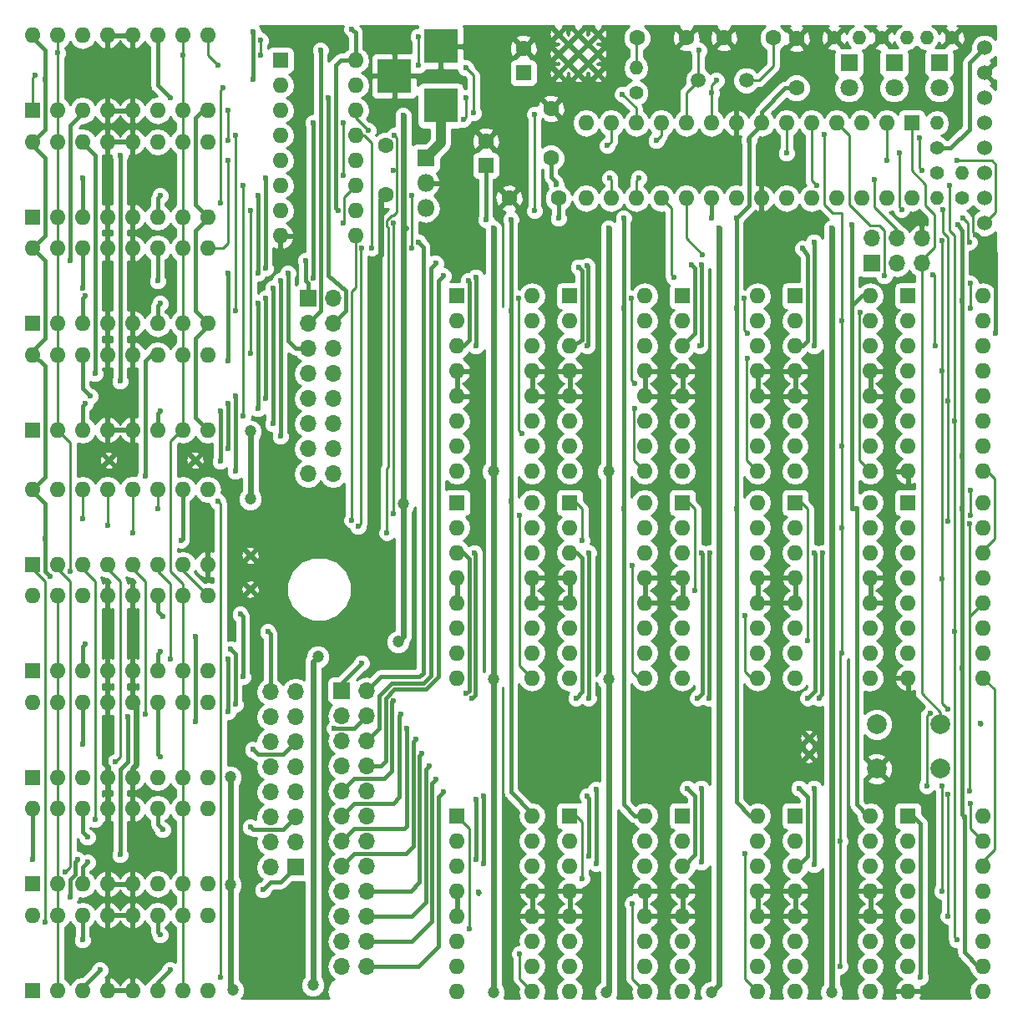
<source format=gbr>
G04 #@! TF.FileFunction,Copper,L2,Bot,Signal*
%FSLAX46Y46*%
G04 Gerber Fmt 4.6, Leading zero omitted, Abs format (unit mm)*
G04 Created by KiCad (PCBNEW 4.0.7-e2-6376~58~ubuntu16.04.1) date Wed Apr 25 13:41:01 2018*
%MOMM*%
%LPD*%
G01*
G04 APERTURE LIST*
%ADD10C,0.100000*%
%ADD11C,0.600000*%
%ADD12C,2.000000*%
%ADD13R,1.700000X1.700000*%
%ADD14O,1.700000X1.700000*%
%ADD15C,1.500000*%
%ADD16C,1.600000*%
%ADD17R,1.600000X1.600000*%
%ADD18R,1.800000X1.800000*%
%ADD19C,1.800000*%
%ADD20R,3.500000X3.500000*%
%ADD21O,1.600000X1.600000*%
%ADD22O,1.800000X1.800000*%
%ADD23C,1.400000*%
%ADD24O,1.400000X1.400000*%
%ADD25C,1.524000*%
%ADD26C,1.200000*%
%ADD27C,0.400000*%
%ADD28C,0.600000*%
%ADD29C,0.250000*%
%ADD30C,1.000000*%
%ADD31C,0.254000*%
G04 APERTURE END LIST*
D10*
D11*
X84010000Y-30543000D03*
X82010000Y-30543000D03*
X80010000Y-30543000D03*
X83010000Y-29543000D03*
X81010000Y-29543000D03*
X84010000Y-28543000D03*
X82010000Y-28543000D03*
X80010000Y-28543000D03*
X83010000Y-27543000D03*
X81010000Y-27543000D03*
X84010000Y-26543000D03*
X82010000Y-26543000D03*
X80010000Y-26543000D03*
X43180000Y-69723000D03*
X34417000Y-69723000D03*
X48768000Y-82804000D03*
X48768000Y-79375000D03*
X71882000Y-113538000D03*
X122809000Y-96393000D03*
X105410000Y-97917000D03*
D12*
X112268000Y-101020000D03*
X112268000Y-96520000D03*
X118768000Y-101020000D03*
X118768000Y-96520000D03*
D13*
X53340000Y-110998000D03*
D14*
X50800000Y-110998000D03*
X53340000Y-108458000D03*
X50800000Y-108458000D03*
X53340000Y-105918000D03*
X50800000Y-105918000D03*
X53340000Y-103378000D03*
X50800000Y-103378000D03*
X53340000Y-100838000D03*
X50800000Y-100838000D03*
X53340000Y-98298000D03*
X50800000Y-98298000D03*
X53340000Y-95758000D03*
X50800000Y-95758000D03*
X53340000Y-93218000D03*
X50800000Y-93218000D03*
D15*
X99060000Y-31242000D03*
X94180000Y-31242000D03*
D16*
X79248000Y-39116000D03*
X79248000Y-34116000D03*
D13*
X111760000Y-49784000D03*
D14*
X111760000Y-47244000D03*
X114300000Y-49784000D03*
X114300000Y-47244000D03*
X116840000Y-49784000D03*
X116840000Y-47244000D03*
D16*
X92964000Y-26924000D03*
X87964000Y-26924000D03*
X96774000Y-26924000D03*
X101774000Y-26924000D03*
X80010000Y-43180000D03*
X75010000Y-43180000D03*
X104140000Y-32004000D03*
X104140000Y-27004000D03*
D17*
X76454000Y-30480000D03*
D16*
X76454000Y-27980000D03*
D18*
X114046000Y-29464000D03*
D19*
X114046000Y-32004000D03*
D18*
X109474000Y-29464000D03*
D19*
X109474000Y-32004000D03*
D18*
X118618000Y-29464000D03*
D19*
X118618000Y-32004000D03*
D13*
X54610000Y-53340000D03*
D14*
X57150000Y-53340000D03*
X54610000Y-55880000D03*
X57150000Y-55880000D03*
X54610000Y-58420000D03*
X57150000Y-58420000D03*
X54610000Y-60960000D03*
X57150000Y-60960000D03*
X54610000Y-63500000D03*
X57150000Y-63500000D03*
X54610000Y-66040000D03*
X57150000Y-66040000D03*
X54610000Y-68580000D03*
X57150000Y-68580000D03*
X54610000Y-71120000D03*
X57150000Y-71120000D03*
D20*
X68072000Y-33782000D03*
X68072000Y-27782000D03*
X63372000Y-30782000D03*
D17*
X72644000Y-39878000D03*
D16*
X72644000Y-37378000D03*
X62484000Y-37846000D03*
X62484000Y-42846000D03*
D17*
X115443000Y-53086000D03*
D21*
X123063000Y-70866000D03*
X115443000Y-55626000D03*
X123063000Y-68326000D03*
X115443000Y-58166000D03*
X123063000Y-65786000D03*
X115443000Y-60706000D03*
X123063000Y-63246000D03*
X115443000Y-63246000D03*
X123063000Y-60706000D03*
X115443000Y-65786000D03*
X123063000Y-58166000D03*
X115443000Y-68326000D03*
X123063000Y-55626000D03*
X115443000Y-70866000D03*
X123063000Y-53086000D03*
D17*
X51816000Y-29210000D03*
D21*
X59436000Y-46990000D03*
X51816000Y-31750000D03*
X59436000Y-44450000D03*
X51816000Y-34290000D03*
X59436000Y-41910000D03*
X51816000Y-36830000D03*
X59436000Y-39370000D03*
X51816000Y-39370000D03*
X59436000Y-36830000D03*
X51816000Y-41910000D03*
X59436000Y-34290000D03*
X51816000Y-44450000D03*
X59436000Y-31750000D03*
X51816000Y-46990000D03*
X59436000Y-29210000D03*
D17*
X104013000Y-53086000D03*
D21*
X111633000Y-70866000D03*
X104013000Y-55626000D03*
X111633000Y-68326000D03*
X104013000Y-58166000D03*
X111633000Y-65786000D03*
X104013000Y-60706000D03*
X111633000Y-63246000D03*
X104013000Y-63246000D03*
X111633000Y-60706000D03*
X104013000Y-65786000D03*
X111633000Y-58166000D03*
X104013000Y-68326000D03*
X111633000Y-55626000D03*
X104013000Y-70866000D03*
X111633000Y-53086000D03*
D17*
X92583000Y-74041000D03*
D21*
X100203000Y-91821000D03*
X92583000Y-76581000D03*
X100203000Y-89281000D03*
X92583000Y-79121000D03*
X100203000Y-86741000D03*
X92583000Y-81661000D03*
X100203000Y-84201000D03*
X92583000Y-84201000D03*
X100203000Y-81661000D03*
X92583000Y-86741000D03*
X100203000Y-79121000D03*
X92583000Y-89281000D03*
X100203000Y-76581000D03*
X92583000Y-91821000D03*
X100203000Y-74041000D03*
D17*
X26670000Y-34290000D03*
D21*
X44450000Y-26670000D03*
X29210000Y-34290000D03*
X41910000Y-26670000D03*
X31750000Y-34290000D03*
X39370000Y-26670000D03*
X34290000Y-34290000D03*
X36830000Y-26670000D03*
X36830000Y-34290000D03*
X34290000Y-26670000D03*
X39370000Y-34290000D03*
X31750000Y-26670000D03*
X41910000Y-34290000D03*
X29210000Y-26670000D03*
X44450000Y-34290000D03*
X26670000Y-26670000D03*
D17*
X26670000Y-123495758D03*
D21*
X44450000Y-115875758D03*
X29210000Y-123495758D03*
X41910000Y-115875758D03*
X31750000Y-123495758D03*
X39370000Y-115875758D03*
X34290000Y-123495758D03*
X36830000Y-115875758D03*
X36830000Y-123495758D03*
X34290000Y-115875758D03*
X39370000Y-123495758D03*
X31750000Y-115875758D03*
X41910000Y-123495758D03*
X29210000Y-115875758D03*
X44450000Y-123495758D03*
X26670000Y-115875758D03*
D17*
X115443000Y-74041000D03*
D21*
X123063000Y-91821000D03*
X115443000Y-76581000D03*
X123063000Y-89281000D03*
X115443000Y-79121000D03*
X123063000Y-86741000D03*
X115443000Y-81661000D03*
X123063000Y-84201000D03*
X115443000Y-84201000D03*
X123063000Y-81661000D03*
X115443000Y-86741000D03*
X123063000Y-79121000D03*
X115443000Y-89281000D03*
X123063000Y-76581000D03*
X115443000Y-91821000D03*
X123063000Y-74041000D03*
D17*
X26670000Y-80315758D03*
D21*
X44450000Y-72695758D03*
X29210000Y-80315758D03*
X41910000Y-72695758D03*
X31750000Y-80315758D03*
X39370000Y-72695758D03*
X34290000Y-80315758D03*
X36830000Y-72695758D03*
X36830000Y-80315758D03*
X34290000Y-72695758D03*
X39370000Y-80315758D03*
X31750000Y-72695758D03*
X41910000Y-80315758D03*
X29210000Y-72695758D03*
X44450000Y-80315758D03*
X26670000Y-72695758D03*
D17*
X92583000Y-53086000D03*
D21*
X100203000Y-70866000D03*
X92583000Y-55626000D03*
X100203000Y-68326000D03*
X92583000Y-58166000D03*
X100203000Y-65786000D03*
X92583000Y-60706000D03*
X100203000Y-63246000D03*
X92583000Y-63246000D03*
X100203000Y-60706000D03*
X92583000Y-65786000D03*
X100203000Y-58166000D03*
X92583000Y-68326000D03*
X100203000Y-55626000D03*
X92583000Y-70866000D03*
X100203000Y-53086000D03*
D17*
X104013000Y-74041000D03*
D21*
X111633000Y-91821000D03*
X104013000Y-76581000D03*
X111633000Y-89281000D03*
X104013000Y-79121000D03*
X111633000Y-86741000D03*
X104013000Y-81661000D03*
X111633000Y-84201000D03*
X104013000Y-84201000D03*
X111633000Y-81661000D03*
X104013000Y-86741000D03*
X111633000Y-79121000D03*
X104013000Y-89281000D03*
X111633000Y-76581000D03*
X104013000Y-91821000D03*
X111633000Y-74041000D03*
D17*
X26670000Y-45085000D03*
D21*
X44450000Y-37465000D03*
X29210000Y-45085000D03*
X41910000Y-37465000D03*
X31750000Y-45085000D03*
X39370000Y-37465000D03*
X34290000Y-45085000D03*
X36830000Y-37465000D03*
X36830000Y-45085000D03*
X34290000Y-37465000D03*
X39370000Y-45085000D03*
X31750000Y-37465000D03*
X41910000Y-45085000D03*
X29210000Y-37465000D03*
X44450000Y-45085000D03*
X26670000Y-37465000D03*
D17*
X26670000Y-112700758D03*
D21*
X44450000Y-105080758D03*
X29210000Y-112700758D03*
X41910000Y-105080758D03*
X31750000Y-112700758D03*
X39370000Y-105080758D03*
X34290000Y-112700758D03*
X36830000Y-105080758D03*
X36830000Y-112700758D03*
X34290000Y-105080758D03*
X39370000Y-112700758D03*
X31750000Y-105080758D03*
X41910000Y-112700758D03*
X29210000Y-105080758D03*
X44450000Y-112700758D03*
X26670000Y-105080758D03*
D17*
X115443000Y-105791000D03*
D21*
X123063000Y-123571000D03*
X115443000Y-108331000D03*
X123063000Y-121031000D03*
X115443000Y-110871000D03*
X123063000Y-118491000D03*
X115443000Y-113411000D03*
X123063000Y-115951000D03*
X115443000Y-115951000D03*
X123063000Y-113411000D03*
X115443000Y-118491000D03*
X123063000Y-110871000D03*
X115443000Y-121031000D03*
X123063000Y-108331000D03*
X115443000Y-123571000D03*
X123063000Y-105791000D03*
D17*
X81153000Y-53086000D03*
D21*
X88773000Y-70866000D03*
X81153000Y-55626000D03*
X88773000Y-68326000D03*
X81153000Y-58166000D03*
X88773000Y-65786000D03*
X81153000Y-60706000D03*
X88773000Y-63246000D03*
X81153000Y-63246000D03*
X88773000Y-60706000D03*
X81153000Y-65786000D03*
X88773000Y-58166000D03*
X81153000Y-68326000D03*
X88773000Y-55626000D03*
X81153000Y-70866000D03*
X88773000Y-53086000D03*
D17*
X104013000Y-105791000D03*
D21*
X111633000Y-123571000D03*
X104013000Y-108331000D03*
X111633000Y-121031000D03*
X104013000Y-110871000D03*
X111633000Y-118491000D03*
X104013000Y-113411000D03*
X111633000Y-115951000D03*
X104013000Y-115951000D03*
X111633000Y-113411000D03*
X104013000Y-118491000D03*
X111633000Y-110871000D03*
X104013000Y-121031000D03*
X111633000Y-108331000D03*
X104013000Y-123571000D03*
X111633000Y-105791000D03*
D17*
X26670000Y-55880000D03*
D21*
X44450000Y-48260000D03*
X29210000Y-55880000D03*
X41910000Y-48260000D03*
X31750000Y-55880000D03*
X39370000Y-48260000D03*
X34290000Y-55880000D03*
X36830000Y-48260000D03*
X36830000Y-55880000D03*
X34290000Y-48260000D03*
X39370000Y-55880000D03*
X31750000Y-48260000D03*
X41910000Y-55880000D03*
X29210000Y-48260000D03*
X44450000Y-55880000D03*
X26670000Y-48260000D03*
D17*
X26670000Y-101905758D03*
D21*
X44450000Y-94285758D03*
X29210000Y-101905758D03*
X41910000Y-94285758D03*
X31750000Y-101905758D03*
X39370000Y-94285758D03*
X34290000Y-101905758D03*
X36830000Y-94285758D03*
X36830000Y-101905758D03*
X34290000Y-94285758D03*
X39370000Y-101905758D03*
X31750000Y-94285758D03*
X41910000Y-101905758D03*
X29210000Y-94285758D03*
X44450000Y-101905758D03*
X26670000Y-94285758D03*
D17*
X69723000Y-53086000D03*
D21*
X77343000Y-70866000D03*
X69723000Y-55626000D03*
X77343000Y-68326000D03*
X69723000Y-58166000D03*
X77343000Y-65786000D03*
X69723000Y-60706000D03*
X77343000Y-63246000D03*
X69723000Y-63246000D03*
X77343000Y-60706000D03*
X69723000Y-65786000D03*
X77343000Y-58166000D03*
X69723000Y-68326000D03*
X77343000Y-55626000D03*
X69723000Y-70866000D03*
X77343000Y-53086000D03*
D17*
X92583000Y-105791000D03*
D21*
X100203000Y-123571000D03*
X92583000Y-108331000D03*
X100203000Y-121031000D03*
X92583000Y-110871000D03*
X100203000Y-118491000D03*
X92583000Y-113411000D03*
X100203000Y-115951000D03*
X92583000Y-115951000D03*
X100203000Y-113411000D03*
X92583000Y-118491000D03*
X100203000Y-110871000D03*
X92583000Y-121031000D03*
X100203000Y-108331000D03*
X92583000Y-123571000D03*
X100203000Y-105791000D03*
D17*
X26670000Y-66675000D03*
D21*
X44450000Y-59055000D03*
X29210000Y-66675000D03*
X41910000Y-59055000D03*
X31750000Y-66675000D03*
X39370000Y-59055000D03*
X34290000Y-66675000D03*
X36830000Y-59055000D03*
X36830000Y-66675000D03*
X34290000Y-59055000D03*
X39370000Y-66675000D03*
X31750000Y-59055000D03*
X41910000Y-66675000D03*
X29210000Y-59055000D03*
X44450000Y-66675000D03*
X26670000Y-59055000D03*
D17*
X26670000Y-91110758D03*
D21*
X44450000Y-83490758D03*
X29210000Y-91110758D03*
X41910000Y-83490758D03*
X31750000Y-91110758D03*
X39370000Y-83490758D03*
X34290000Y-91110758D03*
X36830000Y-83490758D03*
X36830000Y-91110758D03*
X34290000Y-83490758D03*
X39370000Y-91110758D03*
X31750000Y-83490758D03*
X41910000Y-91110758D03*
X29210000Y-83490758D03*
X44450000Y-91110758D03*
X26670000Y-83490758D03*
D17*
X69723000Y-74041000D03*
D21*
X77343000Y-91821000D03*
X69723000Y-76581000D03*
X77343000Y-89281000D03*
X69723000Y-79121000D03*
X77343000Y-86741000D03*
X69723000Y-81661000D03*
X77343000Y-84201000D03*
X69723000Y-84201000D03*
X77343000Y-81661000D03*
X69723000Y-86741000D03*
X77343000Y-79121000D03*
X69723000Y-89281000D03*
X77343000Y-76581000D03*
X69723000Y-91821000D03*
X77343000Y-74041000D03*
D17*
X81153000Y-105791000D03*
D21*
X88773000Y-123571000D03*
X81153000Y-108331000D03*
X88773000Y-121031000D03*
X81153000Y-110871000D03*
X88773000Y-118491000D03*
X81153000Y-113411000D03*
X88773000Y-115951000D03*
X81153000Y-115951000D03*
X88773000Y-113411000D03*
X81153000Y-118491000D03*
X88773000Y-110871000D03*
X81153000Y-121031000D03*
X88773000Y-108331000D03*
X81153000Y-123571000D03*
X88773000Y-105791000D03*
D17*
X81153000Y-74041000D03*
D21*
X88773000Y-91821000D03*
X81153000Y-76581000D03*
X88773000Y-89281000D03*
X81153000Y-79121000D03*
X88773000Y-86741000D03*
X81153000Y-81661000D03*
X88773000Y-84201000D03*
X81153000Y-84201000D03*
X88773000Y-81661000D03*
X81153000Y-86741000D03*
X88773000Y-79121000D03*
X81153000Y-89281000D03*
X88773000Y-76581000D03*
X81153000Y-91821000D03*
X88773000Y-74041000D03*
D17*
X69723000Y-105791000D03*
D21*
X77343000Y-123571000D03*
X69723000Y-108331000D03*
X77343000Y-121031000D03*
X69723000Y-110871000D03*
X77343000Y-118491000D03*
X69723000Y-113411000D03*
X77343000Y-115951000D03*
X69723000Y-115951000D03*
X77343000Y-113411000D03*
X69723000Y-118491000D03*
X77343000Y-110871000D03*
X69723000Y-121031000D03*
X77343000Y-108331000D03*
X69723000Y-123571000D03*
X77343000Y-105791000D03*
D17*
X115824000Y-35560000D03*
D21*
X82804000Y-43180000D03*
X113284000Y-35560000D03*
X85344000Y-43180000D03*
X110744000Y-35560000D03*
X87884000Y-43180000D03*
X108204000Y-35560000D03*
X90424000Y-43180000D03*
X105664000Y-35560000D03*
X92964000Y-43180000D03*
X103124000Y-35560000D03*
X95504000Y-43180000D03*
X100584000Y-35560000D03*
X98044000Y-43180000D03*
X98044000Y-35560000D03*
X100584000Y-43180000D03*
X95504000Y-35560000D03*
X103124000Y-43180000D03*
X92964000Y-35560000D03*
X105664000Y-43180000D03*
X90424000Y-35560000D03*
X108204000Y-43180000D03*
X87884000Y-35560000D03*
X110744000Y-43180000D03*
X85344000Y-35560000D03*
X113284000Y-43180000D03*
X82804000Y-35560000D03*
X115824000Y-43180000D03*
D18*
X66548000Y-39116000D03*
D22*
X66548000Y-41656000D03*
X66548000Y-44196000D03*
D23*
X120904000Y-43180000D03*
D24*
X120904000Y-40640000D03*
D23*
X118364000Y-40640000D03*
D24*
X118364000Y-43180000D03*
D23*
X119888000Y-26924000D03*
D24*
X117348000Y-26924000D03*
D23*
X112776000Y-26924000D03*
D24*
X115316000Y-26924000D03*
D23*
X107950000Y-26924000D03*
D24*
X110490000Y-26924000D03*
D23*
X118364000Y-38100000D03*
D24*
X118364000Y-35560000D03*
D23*
X87884000Y-32512000D03*
D24*
X87884000Y-29972000D03*
D11*
X105410000Y-99568000D03*
D25*
X123190000Y-27940000D03*
X123190000Y-30480000D03*
X123190000Y-33020000D03*
X123190000Y-35560000D03*
X123190000Y-38100000D03*
X123190000Y-40640000D03*
X123190000Y-43180000D03*
X123190000Y-45720000D03*
D13*
X58039000Y-93091000D03*
D14*
X60579000Y-93091000D03*
X58039000Y-95631000D03*
X60579000Y-95631000D03*
X58039000Y-98171000D03*
X60579000Y-98171000D03*
X58039000Y-100711000D03*
X60579000Y-100711000D03*
X58039000Y-103251000D03*
X60579000Y-103251000D03*
X58039000Y-105791000D03*
X60579000Y-105791000D03*
X58039000Y-108331000D03*
X60579000Y-108331000D03*
X58039000Y-110871000D03*
X60579000Y-110871000D03*
X58039000Y-113411000D03*
X60579000Y-113411000D03*
X58039000Y-115951000D03*
X60579000Y-115951000D03*
X58039000Y-118491000D03*
X60579000Y-118491000D03*
X58039000Y-121031000D03*
X60579000Y-121031000D03*
D11*
X95504000Y-45212000D03*
X27940000Y-31115000D03*
X59055000Y-26035000D03*
X49022000Y-26289000D03*
X49022000Y-31115000D03*
X57658000Y-44450000D03*
X27940000Y-77724000D03*
X41783000Y-77851000D03*
X120904000Y-69342000D03*
X120904000Y-90805000D03*
X99314000Y-37338000D03*
X80010000Y-45212000D03*
X72644000Y-45339000D03*
X75184000Y-45339000D03*
X86614000Y-45212000D03*
X98044000Y-45212000D03*
X120523000Y-45847000D03*
X109728000Y-45847000D03*
X120904000Y-53594000D03*
X120904000Y-74676000D03*
X121158000Y-105918000D03*
X110236000Y-74676000D03*
X98044000Y-54356000D03*
X98044000Y-74676000D03*
X86614000Y-54356000D03*
X86614000Y-74676000D03*
X75184000Y-54610000D03*
X75184000Y-73914000D03*
X43180000Y-87630000D03*
X43180000Y-96266000D03*
X36322000Y-95758000D03*
X35560000Y-109728000D03*
X30480000Y-114046000D03*
X31242000Y-110236000D03*
X26670000Y-110236000D03*
X28448000Y-81534000D03*
X61722000Y-49149000D03*
X34290000Y-97409000D03*
X124333000Y-56896000D03*
X49149000Y-86868000D03*
X36830000Y-86868000D03*
X122301000Y-46863000D03*
X121920000Y-44450000D03*
X107696000Y-91821000D03*
X107696000Y-70866000D03*
X96266000Y-70866000D03*
X64262000Y-34798000D03*
X107696000Y-46228000D03*
D26*
X107696000Y-123698000D03*
X95504000Y-123698000D03*
D11*
X96266000Y-46232994D03*
X85090000Y-46228000D03*
X73406000Y-46228000D03*
X64262000Y-46228000D03*
D26*
X85090000Y-70866000D03*
X85090000Y-91948000D03*
X84836000Y-123698000D03*
X73406000Y-70866000D03*
X73406000Y-91948000D03*
X73406000Y-123698000D03*
X64262000Y-74168000D03*
X48768000Y-73660000D03*
X48768000Y-66802000D03*
X46736000Y-101854000D03*
X46990000Y-123444000D03*
X46736000Y-112776000D03*
X63754000Y-88138000D03*
X55626000Y-89662000D03*
X55118000Y-122936000D03*
D11*
X95504000Y-32512000D03*
X96012000Y-31242000D03*
X94234000Y-28194000D03*
X79756000Y-41783000D03*
X104775000Y-48260000D03*
X60071000Y-90297000D03*
X105918000Y-58166000D03*
X105918000Y-47625000D03*
X65786000Y-47625000D03*
X93472000Y-49911000D03*
X94361000Y-58166000D03*
X94488000Y-49911000D03*
X57277000Y-96901000D03*
X82042000Y-50165000D03*
X82931000Y-50038000D03*
X82931000Y-58166000D03*
X67564000Y-49784000D03*
X70866000Y-51562000D03*
X71628000Y-58166000D03*
X71628000Y-51181000D03*
X68326000Y-51054000D03*
X70612000Y-93345000D03*
X63246000Y-94107000D03*
X71247000Y-93853000D03*
X71501000Y-79121000D03*
X81788000Y-93853000D03*
X64008000Y-95504000D03*
X83058000Y-93853000D03*
X83058000Y-79121000D03*
X94488000Y-79121000D03*
X94107000Y-93853000D03*
X64643000Y-96901000D03*
X95377000Y-79121000D03*
X95250000Y-93853000D03*
X105918000Y-79121000D03*
X105283000Y-93853000D03*
X65532000Y-98044000D03*
X106807000Y-79121000D03*
X106426000Y-93853000D03*
X104394000Y-102997000D03*
X66167000Y-99441000D03*
X105918000Y-102997000D03*
X105918000Y-110744000D03*
X93091000Y-102997000D03*
X66929000Y-100711000D03*
X94488000Y-102997000D03*
X94488000Y-110490000D03*
X83058000Y-109855000D03*
X82931000Y-103759000D03*
X83820000Y-110617000D03*
X83820000Y-103124000D03*
X67564000Y-102108000D03*
X71628000Y-110236000D03*
X71628000Y-104140000D03*
X72390000Y-110617000D03*
X72390000Y-103759000D03*
X68326000Y-103378000D03*
X30480000Y-49530000D03*
X54356000Y-49530000D03*
X55118000Y-35560000D03*
X55118000Y-51308000D03*
X55880000Y-28194000D03*
X56642000Y-33020000D03*
X40640000Y-33020000D03*
X52578000Y-50800000D03*
X50292000Y-50292000D03*
X50292000Y-41148000D03*
X31750000Y-41148000D03*
X46482000Y-59690000D03*
X46482000Y-50800000D03*
X49530000Y-50800000D03*
X49530000Y-42926000D03*
X39624000Y-42926000D03*
X33020000Y-60960000D03*
X35560000Y-61722000D03*
X35560000Y-38862000D03*
X50292000Y-63500000D03*
X50292000Y-53340000D03*
X32004000Y-53086000D03*
X49530000Y-64516000D03*
X49530000Y-53848000D03*
X39624000Y-53848000D03*
X51054000Y-66040000D03*
X51054000Y-52324000D03*
X31750000Y-52324000D03*
X51816000Y-67310000D03*
X51816000Y-51562000D03*
X39370000Y-51562000D03*
X46482000Y-68580000D03*
X46482000Y-64008000D03*
X32004000Y-64008000D03*
X45720000Y-69850000D03*
X45720000Y-64770000D03*
X39624000Y-64770000D03*
X47244000Y-70866000D03*
X47244000Y-63246000D03*
X32512000Y-63246000D03*
X38100000Y-71374000D03*
X33528000Y-121412000D03*
X50038000Y-113284000D03*
X40640000Y-121412000D03*
X31750000Y-118364000D03*
X39624000Y-117856000D03*
X48768000Y-106934000D03*
X32258000Y-110490000D03*
X32258000Y-107950000D03*
X39878000Y-107188000D03*
X31750000Y-98552000D03*
X49022000Y-99060000D03*
X39624000Y-99822000D03*
X47244000Y-94488000D03*
X46736000Y-88900000D03*
X32004000Y-88392000D03*
X46482000Y-95250000D03*
X46482000Y-89916000D03*
X39624000Y-89154000D03*
X48006000Y-91694000D03*
X47752000Y-85344000D03*
X50546000Y-87122000D03*
X39878000Y-85598000D03*
X91694000Y-51181000D03*
X94615000Y-48895000D03*
X88138000Y-41148000D03*
X112014000Y-41275000D03*
X116586000Y-37084000D03*
X116840000Y-40386000D03*
X110617000Y-54737000D03*
X99187000Y-56896000D03*
X98806000Y-53340000D03*
X99187000Y-59436000D03*
X106172000Y-41910000D03*
X119634000Y-41910000D03*
X120142000Y-65786000D03*
X120142000Y-87122000D03*
X120396000Y-118364000D03*
X87757000Y-61976000D03*
X87376000Y-53340000D03*
X103124000Y-38608000D03*
X114554000Y-38608000D03*
X114808000Y-44323000D03*
X118999000Y-44323000D03*
X119507000Y-63754000D03*
X119507000Y-75946000D03*
X121666000Y-76200000D03*
X119507000Y-115951000D03*
X119507000Y-103632000D03*
X121666000Y-103251000D03*
X87757000Y-64516000D03*
X61087000Y-48260000D03*
X85217000Y-41148000D03*
X65151000Y-42926000D03*
X65151000Y-48260000D03*
X60071000Y-48260000D03*
X59690000Y-76454000D03*
X34290000Y-76327000D03*
X121031000Y-45212000D03*
X121666000Y-47625000D03*
X118872000Y-47498000D03*
X118872000Y-60706000D03*
X118872000Y-81788000D03*
X119507000Y-94996000D03*
X117729000Y-95377000D03*
X117348000Y-102743000D03*
X118872000Y-102743000D03*
X118872000Y-113411000D03*
X76327000Y-67056000D03*
X75946000Y-53340000D03*
X118237000Y-58166000D03*
X113030000Y-51054000D03*
X117983000Y-50927000D03*
X121793000Y-51816000D03*
X121793000Y-54356000D03*
X45466000Y-29718000D03*
X31750000Y-75692000D03*
X59055000Y-75819000D03*
X45720000Y-43688000D03*
X45974000Y-32004000D03*
X46482000Y-37338000D03*
X46482000Y-34290000D03*
X86487000Y-32639000D03*
X70612000Y-33020000D03*
X70358000Y-35179000D03*
X58166000Y-35560000D03*
X58166000Y-40894000D03*
X58166000Y-45720000D03*
X63246000Y-45720000D03*
X63246000Y-75184000D03*
X39370000Y-74676000D03*
X47244000Y-54610000D03*
X47244000Y-36830000D03*
X63246000Y-40386000D03*
X84963000Y-37846000D03*
X63373000Y-36830000D03*
X62611000Y-77089000D03*
X36830000Y-77089000D03*
X46482000Y-39370000D03*
X48006000Y-65278000D03*
X48006000Y-41910000D03*
X60706000Y-36322000D03*
X89916000Y-37338000D03*
X48768000Y-58928000D03*
X48768000Y-44450000D03*
X26924000Y-30734000D03*
X106934000Y-36703000D03*
X108712000Y-55626000D03*
X108712000Y-68326000D03*
X108712000Y-76581000D03*
X108712000Y-89281000D03*
X108585000Y-108331000D03*
X108585000Y-121031000D03*
X93853000Y-82931000D03*
X98933000Y-85471000D03*
X77597000Y-44450000D03*
X77597000Y-34671000D03*
X71374000Y-34544000D03*
X70612000Y-29972000D03*
X65786000Y-29718000D03*
X65786000Y-26797000D03*
X49784000Y-27178000D03*
X49784000Y-28702000D03*
X29210000Y-28448000D03*
X41910000Y-28702000D03*
X30480000Y-81026000D03*
X45466000Y-73914000D03*
X45720000Y-122174000D03*
X27940000Y-116586000D03*
X76073000Y-75311000D03*
X82423000Y-77851000D03*
X87503000Y-80391000D03*
X105283000Y-88011000D03*
X121793000Y-72771000D03*
X121793000Y-75311000D03*
X29972000Y-111506000D03*
X33020000Y-106172000D03*
X35052000Y-100330000D03*
X38100000Y-95504000D03*
X40640000Y-89916000D03*
X116713000Y-122174000D03*
X98933000Y-109601000D03*
X82423000Y-112141000D03*
X87503000Y-114681000D03*
X70993000Y-117221000D03*
X76073000Y-119761000D03*
X121793000Y-104521000D03*
X120396000Y-39370000D03*
X113284000Y-39370000D03*
D27*
X95504000Y-45212000D02*
X95504000Y-43180000D01*
X59436000Y-29210000D02*
X59436000Y-26416000D01*
X59055000Y-26035000D02*
X59436000Y-26416000D01*
X49022000Y-31115000D02*
X49022000Y-26289000D01*
X26670000Y-26670000D02*
X26670000Y-26924000D01*
X26670000Y-26924000D02*
X27940000Y-28194000D01*
X27940000Y-28194000D02*
X27940000Y-31115000D01*
X57912000Y-29210000D02*
X59436000Y-29210000D01*
X57404000Y-29718000D02*
X57912000Y-29210000D01*
X57404000Y-44196000D02*
X57404000Y-29718000D01*
X57658000Y-44450000D02*
X57404000Y-44196000D01*
X41910000Y-72695758D02*
X41910000Y-77724000D01*
X41783000Y-77851000D02*
X41910000Y-77724000D01*
X118364000Y-38100000D02*
X119761000Y-38100000D01*
X121666000Y-29464000D02*
X123190000Y-27940000D01*
X121666000Y-36195000D02*
X121666000Y-29464000D01*
X119761000Y-38100000D02*
X121666000Y-36195000D01*
X100584000Y-35560000D02*
X100584000Y-35687000D01*
X100584000Y-35687000D02*
X99314000Y-36957000D01*
X99314000Y-36957000D02*
X99314000Y-37338000D01*
X99314000Y-43942000D02*
X98044000Y-45212000D01*
X99314000Y-37338000D02*
X99314000Y-43942000D01*
X100584000Y-35560000D02*
X100584000Y-34417000D01*
X102997000Y-32004000D02*
X104140000Y-32004000D01*
X100584000Y-34417000D02*
X102997000Y-32004000D01*
X80010000Y-45212000D02*
X80010000Y-43180000D01*
X72644000Y-45339000D02*
X72644000Y-39878000D01*
X75184000Y-54610000D02*
X75184000Y-45339000D01*
X86614000Y-45466000D02*
X86614000Y-54356000D01*
X86614000Y-45212000D02*
X86614000Y-45466000D01*
X98044000Y-45466000D02*
X98044000Y-45212000D01*
X98044000Y-54356000D02*
X98044000Y-45466000D01*
X120904000Y-46482000D02*
X120523000Y-45847000D01*
X120904000Y-53594000D02*
X120904000Y-46482000D01*
X109728000Y-46228000D02*
X109728000Y-45847000D01*
X109728000Y-54102000D02*
X109728000Y-46228000D01*
X120904000Y-70612000D02*
X120904000Y-69342000D01*
X120904000Y-69342000D02*
X120904000Y-53594000D01*
X120904000Y-74676000D02*
X120904000Y-70612000D01*
X120904000Y-70612000D02*
X120904000Y-70485000D01*
X120904000Y-91440000D02*
X120904000Y-90805000D01*
X120904000Y-90805000D02*
X120904000Y-74676000D01*
X121158000Y-105918000D02*
X120904000Y-105664000D01*
X120904000Y-105664000D02*
X120904000Y-91440000D01*
X123063000Y-121031000D02*
X122555000Y-121031000D01*
X122555000Y-121031000D02*
X121158000Y-119634000D01*
X121158000Y-119634000D02*
X121158000Y-105918000D01*
X110236000Y-74676000D02*
X109728000Y-74676000D01*
X110744000Y-53086000D02*
X111633000Y-53086000D01*
X109728000Y-54102000D02*
X110744000Y-53086000D01*
X109728000Y-74676000D02*
X109728000Y-54102000D01*
X111633000Y-105791000D02*
X111379000Y-105791000D01*
X111379000Y-105791000D02*
X110236000Y-104648000D01*
X110236000Y-104648000D02*
X110236000Y-74676000D01*
X98044000Y-74676000D02*
X98044000Y-54356000D01*
X98044000Y-104394000D02*
X98044000Y-74676000D01*
X86614000Y-74676000D02*
X86614000Y-54356000D01*
X86614000Y-104648000D02*
X86614000Y-74676000D01*
X75184000Y-73914000D02*
X75184000Y-54610000D01*
X77343000Y-105791000D02*
X77343000Y-105537000D01*
X77343000Y-105537000D02*
X75184000Y-103378000D01*
X75184000Y-103378000D02*
X75184000Y-73914000D01*
X43180000Y-96266000D02*
X43180000Y-87630000D01*
X36322000Y-100330000D02*
X36322000Y-95758000D01*
X35560000Y-101092000D02*
X36322000Y-100330000D01*
X35560000Y-109728000D02*
X35560000Y-101092000D01*
X30480000Y-114046000D02*
X30480000Y-112268000D01*
X30480000Y-112268000D02*
X31005002Y-111742998D01*
X31005002Y-111742998D02*
X31005002Y-110472998D01*
X31005002Y-110472998D02*
X31242000Y-110236000D01*
X26670000Y-110236000D02*
X26670000Y-105080758D01*
X26670000Y-72695758D02*
X26670000Y-72898000D01*
X26670000Y-72898000D02*
X27940000Y-74168000D01*
X27940000Y-81026000D02*
X28448000Y-81534000D01*
X27940000Y-74168000D02*
X27940000Y-77724000D01*
X27940000Y-77724000D02*
X27940000Y-81026000D01*
X26670000Y-59055000D02*
X26797000Y-59055000D01*
X26797000Y-59055000D02*
X27940000Y-60198000D01*
X27940000Y-71425758D02*
X26670000Y-72695758D01*
X27940000Y-60198000D02*
X27940000Y-71425758D01*
X26670000Y-48260000D02*
X27940000Y-49530000D01*
X27940000Y-57404000D02*
X26670000Y-58674000D01*
X27940000Y-49530000D02*
X27940000Y-57404000D01*
X26670000Y-58674000D02*
X26670000Y-59055000D01*
X26670000Y-37465000D02*
X26670000Y-37846000D01*
X26670000Y-37846000D02*
X27940000Y-39116000D01*
X27940000Y-46990000D02*
X26670000Y-48260000D01*
X27940000Y-39116000D02*
X27940000Y-46990000D01*
X27940000Y-31115000D02*
X27940000Y-36195000D01*
X27940000Y-36195000D02*
X26670000Y-37465000D01*
X88773000Y-105791000D02*
X87757000Y-105791000D01*
X87757000Y-105791000D02*
X86614000Y-104648000D01*
X100203000Y-105791000D02*
X99441000Y-105791000D01*
X99441000Y-105791000D02*
X98044000Y-104394000D01*
D28*
X36830000Y-101905758D02*
X36830000Y-100965000D01*
X37211000Y-100584000D02*
X37211000Y-94666758D01*
X36830000Y-100965000D02*
X37211000Y-100584000D01*
X37211000Y-94666758D02*
X36830000Y-94285758D01*
X34290000Y-101905758D02*
X34290000Y-100838000D01*
X34036000Y-97663000D02*
X34290000Y-97409000D01*
X34036000Y-100584000D02*
X34036000Y-97663000D01*
X34290000Y-100838000D02*
X34036000Y-100584000D01*
X61976000Y-48895000D02*
X61976000Y-43354000D01*
X61722000Y-49149000D02*
X61976000Y-48895000D01*
X61976000Y-43354000D02*
X62484000Y-42846000D01*
D27*
X34290000Y-94285758D02*
X34290000Y-97409000D01*
X122301000Y-46863000D02*
X122428000Y-46863000D01*
X124333000Y-48768000D02*
X124333000Y-56896000D01*
X122428000Y-46863000D02*
X124333000Y-48768000D01*
D28*
X34290000Y-105080758D02*
X34290000Y-112700758D01*
X34290000Y-101905758D02*
X34290000Y-105080758D01*
D27*
X36830000Y-83490758D02*
X36830000Y-86868000D01*
X49149000Y-86868000D02*
X49149000Y-84709000D01*
D29*
X122047000Y-46609000D02*
X122301000Y-46863000D01*
X122047000Y-44577000D02*
X122047000Y-46609000D01*
X121920000Y-44450000D02*
X122047000Y-44577000D01*
D30*
X68072000Y-33782000D02*
X68072000Y-37592000D01*
X68072000Y-37592000D02*
X66548000Y-39116000D01*
D28*
X64262000Y-36830000D02*
X64262000Y-34798000D01*
X64262000Y-46228000D02*
X64262000Y-36830000D01*
X107696000Y-123698000D02*
X107696000Y-91821000D01*
X107696000Y-91821000D02*
X107696000Y-70866000D01*
X107696000Y-70866000D02*
X107696000Y-46228000D01*
X95504000Y-123698000D02*
X96266000Y-122936000D01*
X96266000Y-122936000D02*
X96266000Y-70866000D01*
X96266000Y-70866000D02*
X96266000Y-46228000D01*
X96266000Y-46232994D02*
X96266000Y-46228000D01*
X85090000Y-70866000D02*
X85090000Y-46228000D01*
X73406000Y-70866000D02*
X73406000Y-46228000D01*
X64262000Y-46228000D02*
X64516000Y-46228000D01*
X64516000Y-46228000D02*
X64262000Y-46228000D01*
X85090000Y-91948000D02*
X85090000Y-91948000D01*
X85090000Y-91948000D02*
X85090000Y-70866000D01*
X85090000Y-123444000D02*
X85090000Y-91948000D01*
X84836000Y-123698000D02*
X85090000Y-123444000D01*
X73406000Y-91948000D02*
X73406000Y-70866000D01*
X73406000Y-123698000D02*
X73406000Y-91948000D01*
X48768000Y-66802000D02*
X48768000Y-73660000D01*
D27*
X44450000Y-55880000D02*
X44450000Y-56134000D01*
X44450000Y-56134000D02*
X43180000Y-57404000D01*
X43180000Y-65405000D02*
X44450000Y-66675000D01*
X43180000Y-57404000D02*
X43180000Y-65405000D01*
X44450000Y-45085000D02*
X44450000Y-45212000D01*
X44450000Y-45212000D02*
X43180000Y-46482000D01*
X43180000Y-54610000D02*
X44450000Y-55880000D01*
X43180000Y-46482000D02*
X43180000Y-54610000D01*
X44450000Y-34290000D02*
X43942000Y-34290000D01*
X43942000Y-34290000D02*
X43180000Y-35052000D01*
X43180000Y-35052000D02*
X43180000Y-43815000D01*
X43180000Y-43815000D02*
X44450000Y-45085000D01*
D28*
X46736000Y-112776000D02*
X46736000Y-101854000D01*
X46736000Y-112776000D02*
X46736000Y-123190000D01*
X46736000Y-123190000D02*
X46990000Y-123444000D01*
X46736000Y-112776000D02*
X46482000Y-113030000D01*
X64262000Y-87630000D02*
X64262000Y-74168000D01*
X63754000Y-88138000D02*
X64262000Y-87630000D01*
X64262000Y-74168000D02*
X64262000Y-46228000D01*
X55118000Y-90170000D02*
X55626000Y-89662000D01*
X55118000Y-122936000D02*
X55118000Y-90170000D01*
D29*
X95504000Y-31750000D02*
X95504000Y-32512000D01*
X95504000Y-32512000D02*
X95504000Y-35560000D01*
X96012000Y-31242000D02*
X95504000Y-31750000D01*
X99060000Y-31242000D02*
X100330000Y-31242000D01*
X101774000Y-29798000D02*
X101774000Y-26924000D01*
X100330000Y-31242000D02*
X101774000Y-29798000D01*
X87884000Y-29972000D02*
X87884000Y-27004000D01*
X87884000Y-27004000D02*
X87964000Y-26924000D01*
X94180000Y-31242000D02*
X94180000Y-28248000D01*
X94180000Y-28248000D02*
X94234000Y-28194000D01*
X94180000Y-31242000D02*
X94180000Y-31296000D01*
X94180000Y-31296000D02*
X92964000Y-32512000D01*
X92964000Y-32512000D02*
X92964000Y-35560000D01*
D27*
X79248000Y-39116000D02*
X79248000Y-41021000D01*
X79756000Y-41529000D02*
X79756000Y-41783000D01*
X79248000Y-41021000D02*
X79756000Y-41529000D01*
X105283000Y-49022000D02*
X104775000Y-48260000D01*
X105283000Y-57658000D02*
X105283000Y-49022000D01*
X104775000Y-58166000D02*
X105283000Y-57658000D01*
X60071000Y-90297000D02*
X58039000Y-92329000D01*
X58039000Y-92329000D02*
X58039000Y-93091000D01*
X104013000Y-58166000D02*
X104775000Y-58166000D01*
X105918000Y-58166000D02*
X105918000Y-47625000D01*
X61976000Y-91694000D02*
X60579000Y-93091000D01*
X65913000Y-91694000D02*
X61976000Y-91694000D01*
X66294000Y-91313000D02*
X65913000Y-91694000D01*
X66294000Y-48133000D02*
X66294000Y-91313000D01*
X65786000Y-47625000D02*
X66294000Y-48133000D01*
X93853000Y-56896000D02*
X93853000Y-50292000D01*
X93853000Y-50292000D02*
X93472000Y-49911000D01*
X92583000Y-58166000D02*
X93853000Y-56896000D01*
X94361000Y-58166000D02*
X94488000Y-58039000D01*
X94488000Y-58039000D02*
X94488000Y-49911000D01*
X59309000Y-96901000D02*
X60579000Y-95631000D01*
X57277000Y-96901000D02*
X59309000Y-96901000D01*
X82169000Y-50292000D02*
X82042000Y-50165000D01*
X81407000Y-58166000D02*
X82423000Y-57531000D01*
X82423000Y-57531000D02*
X82423000Y-50546000D01*
X82423000Y-50546000D02*
X82169000Y-50292000D01*
X81153000Y-58166000D02*
X81407000Y-58166000D01*
X83023002Y-50130002D02*
X82931000Y-50038000D01*
X83023002Y-58073998D02*
X83023002Y-50546000D01*
X82931000Y-58166000D02*
X83023002Y-58073998D01*
X83023002Y-50546000D02*
X83023002Y-50130002D01*
X61849000Y-96901000D02*
X60579000Y-98171000D01*
X61849000Y-93599000D02*
X61849000Y-96901000D01*
X63119000Y-92329000D02*
X61849000Y-93599000D01*
X66294000Y-92329000D02*
X63119000Y-92329000D01*
X67056000Y-91567000D02*
X66294000Y-92329000D01*
X67056000Y-50292000D02*
X67056000Y-91567000D01*
X67564000Y-49784000D02*
X67056000Y-50292000D01*
X70993000Y-51689000D02*
X70866000Y-51562000D01*
X70358000Y-58166000D02*
X70993000Y-57531000D01*
X70993000Y-57531000D02*
X70993000Y-51816000D01*
X70993000Y-51816000D02*
X70993000Y-51689000D01*
X69723000Y-58166000D02*
X70358000Y-58166000D01*
X71628000Y-58166000D02*
X71628000Y-51181000D01*
X61976000Y-100711000D02*
X60579000Y-100711000D01*
X62484000Y-100203000D02*
X61976000Y-100711000D01*
X62484000Y-93853000D02*
X62484000Y-100203000D01*
X63373000Y-92964000D02*
X62484000Y-93853000D01*
X66548000Y-92964000D02*
X63373000Y-92964000D01*
X67818000Y-91694000D02*
X66548000Y-92964000D01*
X67818000Y-51562000D02*
X67818000Y-91694000D01*
X68326000Y-51054000D02*
X67818000Y-51562000D01*
X70993000Y-93091000D02*
X70612000Y-93345000D01*
X70993000Y-79756000D02*
X70993000Y-93091000D01*
X70358000Y-79121000D02*
X70993000Y-79756000D01*
X59309000Y-101981000D02*
X58039000Y-103251000D01*
X62357000Y-101981000D02*
X59309000Y-101981000D01*
X63119000Y-101219000D02*
X62357000Y-101981000D01*
X63119000Y-94234000D02*
X63119000Y-101219000D01*
X63246000Y-94107000D02*
X63119000Y-94234000D01*
X69723000Y-79121000D02*
X70358000Y-79121000D01*
X71593002Y-93506998D02*
X71247000Y-93853000D01*
X71593002Y-79213002D02*
X71593002Y-93506998D01*
X71501000Y-79121000D02*
X71593002Y-79213002D01*
X82423000Y-93218000D02*
X81788000Y-93853000D01*
X82423000Y-79629000D02*
X82423000Y-93218000D01*
X81915000Y-79121000D02*
X82423000Y-79629000D01*
X59309000Y-104521000D02*
X58039000Y-105791000D01*
X63246000Y-104521000D02*
X59309000Y-104521000D01*
X63881000Y-103886000D02*
X63246000Y-104521000D01*
X63881000Y-95631000D02*
X63881000Y-103886000D01*
X64008000Y-95504000D02*
X63881000Y-95631000D01*
X81153000Y-79121000D02*
X81915000Y-79121000D01*
X83058000Y-79121000D02*
X83058000Y-93853000D01*
X94488000Y-79121000D02*
X94615000Y-79248000D01*
X94615000Y-79248000D02*
X94615000Y-93345000D01*
X94615000Y-93345000D02*
X94107000Y-93853000D01*
X59309000Y-107061000D02*
X58039000Y-108331000D01*
X64389000Y-107061000D02*
X59309000Y-107061000D01*
X64643000Y-106807000D02*
X64389000Y-107061000D01*
X64643000Y-96901000D02*
X64643000Y-106807000D01*
X95377000Y-79121000D02*
X95250000Y-79248000D01*
X95250000Y-79248000D02*
X95250000Y-93853000D01*
X105918000Y-79121000D02*
X106045000Y-79248000D01*
X106045000Y-79248000D02*
X106045000Y-93091000D01*
X106045000Y-93091000D02*
X105283000Y-93853000D01*
X59309000Y-109601000D02*
X58039000Y-110871000D01*
X64516000Y-109601000D02*
X59309000Y-109601000D01*
X65278000Y-108839000D02*
X64516000Y-109601000D01*
X65278000Y-98298000D02*
X65278000Y-108839000D01*
X65532000Y-98044000D02*
X65278000Y-98298000D01*
X106807000Y-79121000D02*
X106680000Y-79248000D01*
X106680000Y-79248000D02*
X106680000Y-93472000D01*
X106680000Y-93472000D02*
X106426000Y-93726000D01*
X106426000Y-93726000D02*
X106426000Y-93853000D01*
X104267000Y-110871000D02*
X105283000Y-109855000D01*
X105283000Y-109855000D02*
X105283000Y-103886000D01*
X105283000Y-103886000D02*
X104394000Y-102997000D01*
X104013000Y-110871000D02*
X104267000Y-110871000D01*
X65913000Y-99695000D02*
X65913000Y-112522000D01*
X66167000Y-99441000D02*
X65913000Y-99695000D01*
X105918000Y-110744000D02*
X105918000Y-102997000D01*
X65024000Y-113411000D02*
X60579000Y-113411000D01*
X65913000Y-112522000D02*
X65024000Y-113411000D01*
X92710000Y-110871000D02*
X93853000Y-109728000D01*
X93853000Y-109728000D02*
X93853000Y-103759000D01*
X93853000Y-103759000D02*
X93091000Y-102997000D01*
X92583000Y-110871000D02*
X92710000Y-110871000D01*
X66548000Y-101092000D02*
X66548000Y-114554000D01*
X66929000Y-100711000D02*
X66548000Y-101092000D01*
X94488000Y-110490000D02*
X94488000Y-102997000D01*
X65151000Y-115951000D02*
X60579000Y-115951000D01*
X66548000Y-114554000D02*
X65151000Y-115951000D01*
X83058000Y-109855000D02*
X83058000Y-104013000D01*
X83058000Y-104013000D02*
X82931000Y-103886000D01*
X82931000Y-103886000D02*
X82931000Y-103759000D01*
X67183000Y-102489000D02*
X67183000Y-116459000D01*
X83820000Y-110617000D02*
X83820000Y-103124000D01*
X67564000Y-102108000D02*
X67183000Y-102489000D01*
X65151000Y-118491000D02*
X60579000Y-118491000D01*
X67183000Y-116459000D02*
X65151000Y-118491000D01*
X71628000Y-110236000D02*
X71628000Y-104140000D01*
X60579000Y-121031000D02*
X64008000Y-121031000D01*
X72390000Y-110617000D02*
X72390000Y-103759000D01*
X67818000Y-118999000D02*
X65786000Y-121031000D01*
X67818000Y-103886000D02*
X67818000Y-118999000D01*
X68326000Y-103378000D02*
X67818000Y-103886000D01*
X64008000Y-121031000D02*
X65786000Y-121031000D01*
X31750000Y-34290000D02*
X31750000Y-34544000D01*
X31750000Y-34544000D02*
X30480000Y-35814000D01*
X30480000Y-35814000D02*
X30480000Y-49530000D01*
X54356000Y-49530000D02*
X54356000Y-51562000D01*
X54356000Y-51562000D02*
X54610000Y-51816000D01*
X54610000Y-51816000D02*
X54610000Y-53340000D01*
X55118000Y-35560000D02*
X55118000Y-51308000D01*
X54610000Y-55880000D02*
X55880000Y-54610000D01*
X55880000Y-54610000D02*
X55880000Y-28194000D01*
X39370000Y-26670000D02*
X39370000Y-31750000D01*
X58420000Y-54610000D02*
X57150000Y-55880000D01*
X58420000Y-52578000D02*
X58420000Y-54610000D01*
X56642000Y-51054000D02*
X58420000Y-52578000D01*
X56642000Y-33020000D02*
X56642000Y-51054000D01*
X39370000Y-31750000D02*
X40640000Y-33020000D01*
X31750000Y-45085000D02*
X31750000Y-41148000D01*
X53340000Y-58420000D02*
X54610000Y-58420000D01*
X52578000Y-57658000D02*
X53340000Y-58420000D01*
X52578000Y-50800000D02*
X52578000Y-57658000D01*
X50292000Y-41148000D02*
X50292000Y-50292000D01*
X39370000Y-45085000D02*
X39370000Y-43180000D01*
X46482000Y-50800000D02*
X46482000Y-59690000D01*
X49530000Y-42926000D02*
X49530000Y-50800000D01*
X39370000Y-43180000D02*
X39624000Y-42926000D01*
X31750000Y-37465000D02*
X31750000Y-37592000D01*
X31750000Y-37592000D02*
X33020000Y-38862000D01*
X33020000Y-38862000D02*
X33020000Y-60960000D01*
X35560000Y-38862000D02*
X35560000Y-61722000D01*
X31750000Y-55880000D02*
X31750000Y-53340000D01*
X50292000Y-53340000D02*
X50292000Y-63500000D01*
X31750000Y-53340000D02*
X32004000Y-53086000D01*
X39370000Y-55880000D02*
X39370000Y-54102000D01*
X49530000Y-53848000D02*
X49530000Y-64516000D01*
X39370000Y-54102000D02*
X39624000Y-53848000D01*
X31750000Y-48260000D02*
X31750000Y-52324000D01*
X51054000Y-52324000D02*
X51054000Y-66040000D01*
X39370000Y-48260000D02*
X39370000Y-51562000D01*
X51816000Y-51562000D02*
X51816000Y-67310000D01*
X31750000Y-66675000D02*
X31750000Y-64262000D01*
X46482000Y-64008000D02*
X46482000Y-68580000D01*
X31750000Y-64262000D02*
X32004000Y-64008000D01*
X39370000Y-66675000D02*
X39370000Y-65024000D01*
X45720000Y-64770000D02*
X45720000Y-69850000D01*
X39370000Y-65024000D02*
X39624000Y-64770000D01*
X31750000Y-59055000D02*
X31750000Y-62484000D01*
X47244000Y-63246000D02*
X47244000Y-70866000D01*
X31750000Y-62484000D02*
X32512000Y-63246000D01*
X39370000Y-59055000D02*
X38735000Y-59055000D01*
X38735000Y-59055000D02*
X38100000Y-59690000D01*
X38100000Y-59690000D02*
X38100000Y-71374000D01*
X31750000Y-123495758D02*
X31750000Y-123190000D01*
X31750000Y-123190000D02*
X33528000Y-121412000D01*
X50038000Y-113284000D02*
X50800000Y-112522000D01*
X50800000Y-112522000D02*
X51816000Y-112522000D01*
X51816000Y-112522000D02*
X53340000Y-110998000D01*
X39370000Y-123495758D02*
X39370000Y-122682000D01*
X39370000Y-122682000D02*
X40640000Y-121412000D01*
X31750000Y-115875758D02*
X31750000Y-118364000D01*
X39370000Y-115875758D02*
X39370000Y-117602000D01*
X39370000Y-117602000D02*
X39624000Y-117856000D01*
X31750000Y-112700758D02*
X31750000Y-110998000D01*
X52070000Y-107188000D02*
X53340000Y-105918000D01*
X49022000Y-107188000D02*
X52070000Y-107188000D01*
X48768000Y-106934000D02*
X49022000Y-107188000D01*
X31750000Y-110998000D02*
X32258000Y-110490000D01*
X31750000Y-105080758D02*
X31750000Y-107442000D01*
X31750000Y-107442000D02*
X32258000Y-107950000D01*
X39370000Y-105080758D02*
X39370000Y-106680000D01*
X39370000Y-106680000D02*
X39878000Y-107188000D01*
X49022000Y-99060000D02*
X49530000Y-99568000D01*
X49530000Y-99568000D02*
X52070000Y-99568000D01*
X53340000Y-98298000D02*
X52070000Y-99568000D01*
X31750000Y-98552000D02*
X31750000Y-94285758D01*
X39370000Y-94285758D02*
X39370000Y-99568000D01*
X39370000Y-99568000D02*
X39624000Y-99822000D01*
X31750000Y-91110758D02*
X31750000Y-88646000D01*
X47244000Y-89408000D02*
X47244000Y-94488000D01*
X46736000Y-88900000D02*
X47244000Y-89408000D01*
X31750000Y-88646000D02*
X32004000Y-88392000D01*
X39370000Y-91110758D02*
X39370000Y-89408000D01*
X46482000Y-89916000D02*
X46482000Y-95250000D01*
X39370000Y-89408000D02*
X39624000Y-89154000D01*
X48006000Y-85598000D02*
X48006000Y-91694000D01*
X47752000Y-85344000D02*
X48006000Y-85598000D01*
X39370000Y-83490758D02*
X39370000Y-85090000D01*
X50800000Y-87376000D02*
X50800000Y-93218000D01*
X50546000Y-87122000D02*
X50800000Y-87376000D01*
X39370000Y-85090000D02*
X39878000Y-85598000D01*
D29*
X91440000Y-44196000D02*
X90424000Y-43180000D01*
X91440000Y-50927000D02*
X91440000Y-44196000D01*
X91694000Y-51181000D02*
X91440000Y-50927000D01*
X94615000Y-48895000D02*
X92964000Y-47244000D01*
X92964000Y-47244000D02*
X92964000Y-43180000D01*
X114300000Y-47244000D02*
X114300000Y-46355000D01*
X87884000Y-41402000D02*
X87884000Y-43180000D01*
X88138000Y-41148000D02*
X87884000Y-41402000D01*
X112014000Y-44069000D02*
X112014000Y-41275000D01*
X114300000Y-46355000D02*
X112014000Y-44069000D01*
X116840000Y-49784000D02*
X116840000Y-93345000D01*
X118768000Y-95273000D02*
X118768000Y-96520000D01*
X116840000Y-93345000D02*
X118768000Y-95273000D01*
X116840000Y-49784000D02*
X116840000Y-49403000D01*
X116840000Y-49403000D02*
X118110000Y-48133000D01*
X118110000Y-48133000D02*
X118110000Y-44831000D01*
X118110000Y-44831000D02*
X117221000Y-43942000D01*
X117221000Y-43942000D02*
X117221000Y-41783000D01*
X117221000Y-41783000D02*
X115824000Y-40386000D01*
X115824000Y-40386000D02*
X115824000Y-35560000D01*
X116586000Y-40132000D02*
X116586000Y-37084000D01*
X116840000Y-40386000D02*
X116586000Y-40132000D01*
X110617000Y-54737000D02*
X110490000Y-54864000D01*
X110490000Y-54864000D02*
X110490000Y-69723000D01*
X110490000Y-69723000D02*
X111633000Y-70866000D01*
X123063000Y-79121000D02*
X123063000Y-78867000D01*
X123063000Y-78867000D02*
X124206000Y-77724000D01*
X124206000Y-77724000D02*
X124206000Y-71628000D01*
X124206000Y-71628000D02*
X123444000Y-70866000D01*
X123444000Y-70866000D02*
X123063000Y-70866000D01*
X99187000Y-56896000D02*
X98806000Y-56515000D01*
X98806000Y-56515000D02*
X98806000Y-53340000D01*
X99187000Y-59436000D02*
X99060000Y-59563000D01*
X99060000Y-59563000D02*
X99060000Y-69723000D01*
X99060000Y-69723000D02*
X100203000Y-70866000D01*
X120142000Y-65786000D02*
X120142000Y-46990000D01*
X105664000Y-41402000D02*
X105664000Y-35560000D01*
X106172000Y-41910000D02*
X105664000Y-41402000D01*
X119634000Y-46482000D02*
X119634000Y-41910000D01*
X120142000Y-46990000D02*
X119634000Y-46482000D01*
X120142000Y-87122000D02*
X120142000Y-65786000D01*
X120142000Y-118110000D02*
X120142000Y-87122000D01*
X120396000Y-118364000D02*
X120142000Y-118110000D01*
X87757000Y-61976000D02*
X87376000Y-61595000D01*
X87376000Y-61595000D02*
X87376000Y-53340000D01*
X119507000Y-63754000D02*
X119507000Y-47117000D01*
X103124000Y-38608000D02*
X103124000Y-35560000D01*
X114554000Y-44069000D02*
X114554000Y-38608000D01*
X114808000Y-44323000D02*
X114554000Y-44069000D01*
X118999000Y-46609000D02*
X118999000Y-44323000D01*
X119507000Y-47117000D02*
X118999000Y-46609000D01*
X121666000Y-85725000D02*
X121666000Y-76200000D01*
X119507000Y-75946000D02*
X119507000Y-63754000D01*
X121666000Y-92329000D02*
X121666000Y-85725000D01*
X121666000Y-85725000D02*
X121666000Y-85598000D01*
X119507000Y-115951000D02*
X119507000Y-103632000D01*
X121666000Y-103251000D02*
X121666000Y-92329000D01*
X121666000Y-85598000D02*
X123063000Y-84201000D01*
X87757000Y-64516000D02*
X87630000Y-64643000D01*
X87630000Y-64643000D02*
X87630000Y-69723000D01*
X87630000Y-69723000D02*
X88773000Y-70866000D01*
X59436000Y-36830000D02*
X60325000Y-36830000D01*
X61087000Y-37592000D02*
X60325000Y-36830000D01*
X61087000Y-37592000D02*
X61087000Y-48260000D01*
X34290000Y-72695758D02*
X34290000Y-76327000D01*
X85344000Y-41275000D02*
X85344000Y-43180000D01*
X85217000Y-41148000D02*
X85344000Y-41275000D01*
X65151000Y-48260000D02*
X65151000Y-42926000D01*
X59944000Y-48387000D02*
X60071000Y-48260000D01*
X59944000Y-76200000D02*
X59944000Y-48387000D01*
X59690000Y-76454000D02*
X59944000Y-76200000D01*
X118872000Y-51562000D02*
X118872000Y-47498000D01*
X118872000Y-60706000D02*
X118872000Y-51562000D01*
X121539000Y-45720000D02*
X121031000Y-45212000D01*
X121539000Y-47498000D02*
X121539000Y-45720000D01*
X121666000Y-47625000D02*
X121539000Y-47498000D01*
X118872000Y-94361000D02*
X118872000Y-81788000D01*
X118872000Y-81788000D02*
X118872000Y-60706000D01*
X119507000Y-94996000D02*
X118872000Y-94361000D01*
X117602000Y-95377000D02*
X117729000Y-95377000D01*
X117348000Y-95631000D02*
X117602000Y-95377000D01*
X117348000Y-102743000D02*
X117348000Y-95631000D01*
X118872000Y-113411000D02*
X118872000Y-102743000D01*
X76327000Y-67056000D02*
X75946000Y-66675000D01*
X75946000Y-66675000D02*
X75946000Y-53340000D01*
X118110000Y-52451000D02*
X118110000Y-50927000D01*
X118237000Y-58166000D02*
X118110000Y-58039000D01*
X118110000Y-52578000D02*
X118110000Y-52451000D01*
X118110000Y-58039000D02*
X118110000Y-52578000D01*
X109474000Y-36830000D02*
X108204000Y-35560000D01*
X109474000Y-43815000D02*
X109474000Y-36830000D01*
X111633000Y-45974000D02*
X109474000Y-43815000D01*
X112522000Y-45974000D02*
X111633000Y-45974000D01*
X113030000Y-46482000D02*
X112522000Y-45974000D01*
X113030000Y-51054000D02*
X113030000Y-46482000D01*
X118110000Y-50927000D02*
X117983000Y-50927000D01*
X121793000Y-54356000D02*
X121793000Y-51816000D01*
X45466000Y-29718000D02*
X44450000Y-28702000D01*
X44450000Y-26670000D02*
X44450000Y-28702000D01*
X59436000Y-46990000D02*
X59436000Y-52214002D01*
X31750000Y-75692000D02*
X31750000Y-72695758D01*
X59055000Y-52595002D02*
X59055000Y-75819000D01*
X59436000Y-52214002D02*
X59055000Y-52595002D01*
X45720000Y-32258000D02*
X45720000Y-43688000D01*
X45974000Y-32004000D02*
X45720000Y-32258000D01*
X46482000Y-34290000D02*
X46482000Y-37338000D01*
X87884000Y-34036000D02*
X87884000Y-35560000D01*
X86487000Y-32639000D02*
X87884000Y-34036000D01*
X70612000Y-34925000D02*
X70612000Y-33020000D01*
X70358000Y-35179000D02*
X70612000Y-34925000D01*
X58166000Y-40894000D02*
X58166000Y-35560000D01*
X39370000Y-72695758D02*
X39370000Y-74676000D01*
X58293000Y-43053000D02*
X59436000Y-41910000D01*
X58293000Y-45593000D02*
X58293000Y-43053000D01*
X58166000Y-45720000D02*
X58293000Y-45593000D01*
X63246000Y-75184000D02*
X63246000Y-45720000D01*
X47244000Y-36830000D02*
X47244000Y-54610000D01*
X63627000Y-40386000D02*
X63246000Y-40386000D01*
X36830000Y-72695758D02*
X36830000Y-77089000D01*
X85344000Y-37465000D02*
X85344000Y-35560000D01*
X84963000Y-37846000D02*
X85344000Y-37465000D01*
X63627000Y-37084000D02*
X63373000Y-36830000D01*
X63627000Y-44577000D02*
X63627000Y-40386000D01*
X63627000Y-40386000D02*
X63627000Y-37084000D01*
X63246000Y-44958000D02*
X63627000Y-44577000D01*
X63119000Y-44958000D02*
X63246000Y-44958000D01*
X62611000Y-45466000D02*
X63119000Y-44958000D01*
X62611000Y-45974000D02*
X62611000Y-45466000D01*
X62795998Y-46158998D02*
X62611000Y-45974000D01*
X62795998Y-70427002D02*
X62795998Y-46158998D01*
X62611000Y-70612000D02*
X62795998Y-70427002D01*
X62611000Y-77089000D02*
X62611000Y-70612000D01*
X45974000Y-48260000D02*
X44450000Y-48260000D01*
X46482000Y-47752000D02*
X45974000Y-48260000D01*
X46482000Y-39370000D02*
X46482000Y-47752000D01*
X48006000Y-41910000D02*
X48006000Y-65278000D01*
X59436000Y-34290000D02*
X59436000Y-35052000D01*
X59436000Y-35052000D02*
X60706000Y-36322000D01*
X89916000Y-37338000D02*
X90424000Y-36830000D01*
X90424000Y-36830000D02*
X90424000Y-35560000D01*
X48768000Y-44450000D02*
X48768000Y-58928000D01*
X26924000Y-30734000D02*
X26670000Y-30988000D01*
X26670000Y-30988000D02*
X26670000Y-34290000D01*
X107823000Y-44704000D02*
X106934000Y-43815000D01*
X106934000Y-43815000D02*
X106934000Y-37465000D01*
X108712000Y-44704000D02*
X108712000Y-55626000D01*
X108712000Y-44704000D02*
X107823000Y-44704000D01*
X106934000Y-36703000D02*
X106934000Y-37465000D01*
X108712000Y-55626000D02*
X108712000Y-58928000D01*
X108712000Y-58928000D02*
X108712000Y-68326000D01*
X108712000Y-76581000D02*
X108712000Y-68326000D01*
X108712000Y-89281000D02*
X108712000Y-76581000D01*
X108585000Y-108331000D02*
X108585000Y-89408000D01*
X108585000Y-89408000D02*
X108712000Y-89281000D01*
X108585000Y-121031000D02*
X108585000Y-108331000D01*
X93853000Y-82931000D02*
X93853000Y-74676000D01*
X93853000Y-74676000D02*
X93218000Y-74041000D01*
X93218000Y-74041000D02*
X92583000Y-74041000D01*
X98933000Y-85471000D02*
X98933000Y-91186000D01*
X98933000Y-91186000D02*
X99568000Y-91821000D01*
X99568000Y-91821000D02*
X100203000Y-91821000D01*
X77597000Y-34671000D02*
X77597000Y-44450000D01*
X71374000Y-30734000D02*
X71374000Y-34544000D01*
X70612000Y-29972000D02*
X71374000Y-30734000D01*
X65786000Y-26797000D02*
X65786000Y-29718000D01*
X49784000Y-28702000D02*
X49784000Y-27178000D01*
X41910000Y-66675000D02*
X41910000Y-59055000D01*
X41910000Y-59055000D02*
X41910000Y-55880000D01*
X41910000Y-55880000D02*
X41910000Y-48260000D01*
X41910000Y-48260000D02*
X41910000Y-45085000D01*
X41910000Y-45085000D02*
X41910000Y-37465000D01*
X41910000Y-37465000D02*
X41910000Y-34290000D01*
X41910000Y-34290000D02*
X41910000Y-28702000D01*
X41910000Y-28702000D02*
X41910000Y-26670000D01*
X41910000Y-123495758D02*
X41910000Y-115875758D01*
X41910000Y-115875758D02*
X41910000Y-112700758D01*
X41910000Y-112700758D02*
X41910000Y-105080758D01*
X41910000Y-105080758D02*
X41910000Y-101905758D01*
X41910000Y-101905758D02*
X41910000Y-94285758D01*
X41910000Y-94285758D02*
X41910000Y-91110758D01*
X41910000Y-91110758D02*
X41910000Y-83490758D01*
X41910000Y-83490758D02*
X41910000Y-82296000D01*
X41910000Y-82296000D02*
X40640000Y-81026000D01*
X40640000Y-81026000D02*
X40640000Y-67818000D01*
X40640000Y-67818000D02*
X41783000Y-66675000D01*
X41783000Y-66675000D02*
X41910000Y-66675000D01*
X29210000Y-83490758D02*
X29210000Y-91110758D01*
X29210000Y-91110758D02*
X29210000Y-94285758D01*
X29210000Y-94285758D02*
X29210000Y-101905758D01*
X29210000Y-101905758D02*
X29210000Y-105080758D01*
X29210000Y-105080758D02*
X29210000Y-112700758D01*
X29210000Y-112700758D02*
X29210000Y-115875758D01*
X29210000Y-115875758D02*
X29210000Y-123495758D01*
X30480000Y-76708000D02*
X30480000Y-81026000D01*
X30480000Y-67945000D02*
X30480000Y-76708000D01*
X29210000Y-66675000D02*
X30480000Y-67945000D01*
X29210000Y-26670000D02*
X29210000Y-28448000D01*
X29210000Y-28448000D02*
X29210000Y-34290000D01*
X29210000Y-34290000D02*
X29210000Y-37465000D01*
X29210000Y-37465000D02*
X29210000Y-45085000D01*
X29210000Y-45085000D02*
X29210000Y-48260000D01*
X29210000Y-48260000D02*
X29210000Y-55880000D01*
X29210000Y-55880000D02*
X29210000Y-59055000D01*
X29210000Y-59055000D02*
X29210000Y-66675000D01*
X45466000Y-73914000D02*
X45720000Y-74168000D01*
X45720000Y-74168000D02*
X45720000Y-122174000D01*
X26670000Y-80315758D02*
X26670000Y-80772000D01*
X26670000Y-80772000D02*
X27940000Y-82042000D01*
X27940000Y-82042000D02*
X27940000Y-116586000D01*
X76073000Y-75311000D02*
X76073000Y-90551000D01*
X76073000Y-90551000D02*
X77343000Y-91821000D01*
X123063000Y-110871000D02*
X123063000Y-110363000D01*
X123063000Y-110363000D02*
X124206000Y-109220000D01*
X124206000Y-109220000D02*
X124206000Y-92964000D01*
X124206000Y-92964000D02*
X123063000Y-91821000D01*
X82423000Y-77851000D02*
X82423000Y-74676000D01*
X82423000Y-74676000D02*
X81788000Y-74041000D01*
X81788000Y-74041000D02*
X81153000Y-74041000D01*
X87503000Y-80391000D02*
X87503000Y-89916000D01*
X87503000Y-89916000D02*
X87503000Y-91186000D01*
X87503000Y-91186000D02*
X88138000Y-91821000D01*
X88138000Y-91821000D02*
X88773000Y-91821000D01*
X105283000Y-88011000D02*
X105283000Y-74676000D01*
X105283000Y-74676000D02*
X104648000Y-74041000D01*
X104648000Y-74041000D02*
X104013000Y-74041000D01*
X121793000Y-75311000D02*
X121793000Y-72771000D01*
X30480000Y-110998000D02*
X29972000Y-111506000D01*
X30480000Y-82042000D02*
X30480000Y-110998000D01*
X30480000Y-82042000D02*
X29210000Y-80772000D01*
X29210000Y-80315758D02*
X29210000Y-80772000D01*
X31750000Y-80315758D02*
X31750000Y-80772000D01*
X31750000Y-80772000D02*
X33020000Y-82042000D01*
X33020000Y-82042000D02*
X33020000Y-106172000D01*
X35560000Y-99822000D02*
X35052000Y-100330000D01*
X35560000Y-82042000D02*
X35560000Y-99822000D01*
X35560000Y-82042000D02*
X34290000Y-80772000D01*
X34290000Y-80315758D02*
X34290000Y-80772000D01*
X36830000Y-80315758D02*
X36830000Y-80772000D01*
X36830000Y-80772000D02*
X38100000Y-82042000D01*
X38100000Y-82042000D02*
X38100000Y-95504000D01*
X40640000Y-82296000D02*
X40640000Y-89916000D01*
X39370000Y-81026000D02*
X40640000Y-82296000D01*
X39370000Y-80315758D02*
X39370000Y-81026000D01*
X41910000Y-80315758D02*
X41910000Y-80950758D01*
X41910000Y-80950758D02*
X44450000Y-83490758D01*
D27*
X115443000Y-105791000D02*
X115951000Y-105791000D01*
X115951000Y-105791000D02*
X116713000Y-106553000D01*
X116713000Y-106553000D02*
X116713000Y-122174000D01*
D29*
X98933000Y-109601000D02*
X98933000Y-122301000D01*
X98933000Y-122301000D02*
X100203000Y-123571000D01*
X82423000Y-106426000D02*
X81788000Y-105791000D01*
X82423000Y-112141000D02*
X82423000Y-106426000D01*
X81788000Y-105791000D02*
X81153000Y-105791000D01*
X87503000Y-114681000D02*
X87503000Y-122301000D01*
X87503000Y-122301000D02*
X88773000Y-123571000D01*
X70993000Y-117221000D02*
X70993000Y-107061000D01*
X70993000Y-107061000D02*
X69723000Y-105791000D01*
X76073000Y-119761000D02*
X76073000Y-122301000D01*
X76073000Y-122301000D02*
X77343000Y-123571000D01*
X123063000Y-108331000D02*
X121793000Y-107061000D01*
X121793000Y-107061000D02*
X121793000Y-104521000D01*
X113284000Y-35560000D02*
X113284000Y-39370000D01*
X124333000Y-44577000D02*
X123190000Y-45720000D01*
X124333000Y-39751000D02*
X124333000Y-44577000D01*
X123952000Y-39370000D02*
X124333000Y-39751000D01*
X121920000Y-39370000D02*
X123952000Y-39370000D01*
X120396000Y-39370000D02*
X121920000Y-39370000D01*
D31*
G36*
X104649302Y-36602811D02*
X104904000Y-36772995D01*
X104904000Y-41402000D01*
X104961852Y-41692839D01*
X105070643Y-41855657D01*
X104649302Y-42137189D01*
X104394000Y-42519275D01*
X104138698Y-42137189D01*
X103673151Y-41826120D01*
X103124000Y-41716887D01*
X102574849Y-41826120D01*
X102109302Y-42137189D01*
X101839014Y-42541703D01*
X101736389Y-42324866D01*
X101321423Y-41948959D01*
X100933039Y-41788096D01*
X100711000Y-41910085D01*
X100711000Y-43053000D01*
X100731000Y-43053000D01*
X100731000Y-43307000D01*
X100711000Y-43307000D01*
X100711000Y-44449915D01*
X100933039Y-44571904D01*
X101321423Y-44411041D01*
X101736389Y-44035134D01*
X101839014Y-43818297D01*
X102109302Y-44222811D01*
X102574849Y-44533880D01*
X103124000Y-44643113D01*
X103673151Y-44533880D01*
X104138698Y-44222811D01*
X104394000Y-43840725D01*
X104649302Y-44222811D01*
X105114849Y-44533880D01*
X105664000Y-44643113D01*
X106213151Y-44533880D01*
X106431909Y-44387711D01*
X107285599Y-45241401D01*
X107419228Y-45330689D01*
X107167057Y-45434883D01*
X106903808Y-45697673D01*
X106761162Y-46041201D01*
X106760838Y-46413167D01*
X106761000Y-46413559D01*
X106761000Y-47216783D01*
X106711117Y-47096057D01*
X106448327Y-46832808D01*
X106104799Y-46690162D01*
X105732833Y-46689838D01*
X105389057Y-46831883D01*
X105125808Y-47094673D01*
X105020055Y-47349352D01*
X104961799Y-47325162D01*
X104589833Y-47324838D01*
X104246057Y-47466883D01*
X103982808Y-47729673D01*
X103840162Y-48073201D01*
X103839838Y-48445167D01*
X103981883Y-48788943D01*
X104244673Y-49052192D01*
X104320602Y-49083720D01*
X104448000Y-49274818D01*
X104448000Y-51638560D01*
X103213000Y-51638560D01*
X102977683Y-51682838D01*
X102761559Y-51821910D01*
X102616569Y-52034110D01*
X102565560Y-52286000D01*
X102565560Y-53886000D01*
X102609838Y-54121317D01*
X102748910Y-54337441D01*
X102961110Y-54482431D01*
X103116089Y-54513815D01*
X102970189Y-54611302D01*
X102659120Y-55076849D01*
X102549887Y-55626000D01*
X102659120Y-56175151D01*
X102970189Y-56640698D01*
X103352275Y-56896000D01*
X102970189Y-57151302D01*
X102659120Y-57616849D01*
X102549887Y-58166000D01*
X102659120Y-58715151D01*
X102970189Y-59180698D01*
X103374703Y-59450986D01*
X103157866Y-59553611D01*
X102781959Y-59968577D01*
X102621096Y-60356961D01*
X102743085Y-60579000D01*
X103886000Y-60579000D01*
X103886000Y-60559000D01*
X104140000Y-60559000D01*
X104140000Y-60579000D01*
X105282915Y-60579000D01*
X105404904Y-60356961D01*
X105244041Y-59968577D01*
X104868134Y-59553611D01*
X104651297Y-59450986D01*
X105055811Y-59180698D01*
X105277937Y-58848264D01*
X105387673Y-58958192D01*
X105731201Y-59100838D01*
X106103167Y-59101162D01*
X106446943Y-58959117D01*
X106710192Y-58696327D01*
X106761000Y-58573968D01*
X106761000Y-70865184D01*
X106760838Y-71051167D01*
X106761000Y-71051559D01*
X106761000Y-78185959D01*
X106621833Y-78185838D01*
X106362286Y-78293080D01*
X106104799Y-78186162D01*
X106043000Y-78186108D01*
X106043000Y-74676000D01*
X105985148Y-74385161D01*
X105820401Y-74138599D01*
X105460440Y-73778638D01*
X105460440Y-73241000D01*
X105416162Y-73005683D01*
X105277090Y-72789559D01*
X105064890Y-72644569D01*
X104813000Y-72593560D01*
X103213000Y-72593560D01*
X102977683Y-72637838D01*
X102761559Y-72776910D01*
X102616569Y-72989110D01*
X102565560Y-73241000D01*
X102565560Y-74841000D01*
X102609838Y-75076317D01*
X102748910Y-75292441D01*
X102961110Y-75437431D01*
X103116089Y-75468815D01*
X102970189Y-75566302D01*
X102659120Y-76031849D01*
X102549887Y-76581000D01*
X102659120Y-77130151D01*
X102970189Y-77595698D01*
X103352275Y-77851000D01*
X102970189Y-78106302D01*
X102659120Y-78571849D01*
X102549887Y-79121000D01*
X102659120Y-79670151D01*
X102970189Y-80135698D01*
X103374703Y-80405986D01*
X103157866Y-80508611D01*
X102781959Y-80923577D01*
X102621096Y-81311961D01*
X102743085Y-81534000D01*
X103886000Y-81534000D01*
X103886000Y-81514000D01*
X104140000Y-81514000D01*
X104140000Y-81534000D01*
X104160000Y-81534000D01*
X104160000Y-81788000D01*
X104140000Y-81788000D01*
X104140000Y-84074000D01*
X104160000Y-84074000D01*
X104160000Y-84328000D01*
X104140000Y-84328000D01*
X104140000Y-84348000D01*
X103886000Y-84348000D01*
X103886000Y-84328000D01*
X102743085Y-84328000D01*
X102621096Y-84550039D01*
X102781959Y-84938423D01*
X103157866Y-85353389D01*
X103374703Y-85456014D01*
X102970189Y-85726302D01*
X102659120Y-86191849D01*
X102549887Y-86741000D01*
X102659120Y-87290151D01*
X102970189Y-87755698D01*
X103352275Y-88011000D01*
X102970189Y-88266302D01*
X102659120Y-88731849D01*
X102549887Y-89281000D01*
X102659120Y-89830151D01*
X102970189Y-90295698D01*
X103352275Y-90551000D01*
X102970189Y-90806302D01*
X102659120Y-91271849D01*
X102549887Y-91821000D01*
X102659120Y-92370151D01*
X102970189Y-92835698D01*
X103435736Y-93146767D01*
X103984887Y-93256000D01*
X104041113Y-93256000D01*
X104590264Y-93146767D01*
X105055811Y-92835698D01*
X105210000Y-92604938D01*
X105210000Y-92745132D01*
X104994667Y-92960465D01*
X104754057Y-93059883D01*
X104490808Y-93322673D01*
X104348162Y-93666201D01*
X104347838Y-94038167D01*
X104489883Y-94381943D01*
X104752673Y-94645192D01*
X105096201Y-94787838D01*
X105468167Y-94788162D01*
X105811943Y-94646117D01*
X105854344Y-94603790D01*
X105895673Y-94645192D01*
X106239201Y-94787838D01*
X106611167Y-94788162D01*
X106761000Y-94726252D01*
X106761000Y-102588783D01*
X106711117Y-102468057D01*
X106448327Y-102204808D01*
X106104799Y-102062162D01*
X105732833Y-102061838D01*
X105389057Y-102203883D01*
X105155824Y-102436709D01*
X104924327Y-102204808D01*
X104580799Y-102062162D01*
X104208833Y-102061838D01*
X103865057Y-102203883D01*
X103601808Y-102466673D01*
X103459162Y-102810201D01*
X103458838Y-103182167D01*
X103600883Y-103525943D01*
X103863673Y-103789192D01*
X104105910Y-103889778D01*
X104448000Y-104231868D01*
X104448000Y-104343560D01*
X103213000Y-104343560D01*
X102977683Y-104387838D01*
X102761559Y-104526910D01*
X102616569Y-104739110D01*
X102565560Y-104991000D01*
X102565560Y-106591000D01*
X102609838Y-106826317D01*
X102748910Y-107042441D01*
X102961110Y-107187431D01*
X103116089Y-107218815D01*
X102970189Y-107316302D01*
X102659120Y-107781849D01*
X102549887Y-108331000D01*
X102659120Y-108880151D01*
X102970189Y-109345698D01*
X103352275Y-109601000D01*
X102970189Y-109856302D01*
X102659120Y-110321849D01*
X102549887Y-110871000D01*
X102659120Y-111420151D01*
X102970189Y-111885698D01*
X103374703Y-112155986D01*
X103157866Y-112258611D01*
X102781959Y-112673577D01*
X102621096Y-113061961D01*
X102743085Y-113284000D01*
X103886000Y-113284000D01*
X103886000Y-113264000D01*
X104140000Y-113264000D01*
X104140000Y-113284000D01*
X105282915Y-113284000D01*
X105404904Y-113061961D01*
X105244041Y-112673577D01*
X104868134Y-112258611D01*
X104651297Y-112155986D01*
X105055811Y-111885698D01*
X105328770Y-111477186D01*
X105387673Y-111536192D01*
X105731201Y-111678838D01*
X106103167Y-111679162D01*
X106446943Y-111537117D01*
X106710192Y-111274327D01*
X106761000Y-111151968D01*
X106761000Y-122886338D01*
X106649629Y-122997515D01*
X106461215Y-123451266D01*
X106460786Y-123942579D01*
X106604338Y-124290000D01*
X105253390Y-124290000D01*
X105366880Y-124120151D01*
X105476113Y-123571000D01*
X105366880Y-123021849D01*
X105055811Y-122556302D01*
X104673725Y-122301000D01*
X105055811Y-122045698D01*
X105366880Y-121580151D01*
X105476113Y-121031000D01*
X105366880Y-120481849D01*
X105055811Y-120016302D01*
X104673725Y-119761000D01*
X105055811Y-119505698D01*
X105366880Y-119040151D01*
X105476113Y-118491000D01*
X105366880Y-117941849D01*
X105055811Y-117476302D01*
X104651297Y-117206014D01*
X104868134Y-117103389D01*
X105244041Y-116688423D01*
X105404904Y-116300039D01*
X105282915Y-116078000D01*
X104140000Y-116078000D01*
X104140000Y-116098000D01*
X103886000Y-116098000D01*
X103886000Y-116078000D01*
X102743085Y-116078000D01*
X102621096Y-116300039D01*
X102781959Y-116688423D01*
X103157866Y-117103389D01*
X103374703Y-117206014D01*
X102970189Y-117476302D01*
X102659120Y-117941849D01*
X102549887Y-118491000D01*
X102659120Y-119040151D01*
X102970189Y-119505698D01*
X103352275Y-119761000D01*
X102970189Y-120016302D01*
X102659120Y-120481849D01*
X102549887Y-121031000D01*
X102659120Y-121580151D01*
X102970189Y-122045698D01*
X103352275Y-122301000D01*
X102970189Y-122556302D01*
X102659120Y-123021849D01*
X102549887Y-123571000D01*
X102659120Y-124120151D01*
X102772610Y-124290000D01*
X101443390Y-124290000D01*
X101556880Y-124120151D01*
X101666113Y-123571000D01*
X101556880Y-123021849D01*
X101245811Y-122556302D01*
X100863725Y-122301000D01*
X101245811Y-122045698D01*
X101556880Y-121580151D01*
X101666113Y-121031000D01*
X101556880Y-120481849D01*
X101245811Y-120016302D01*
X100863725Y-119761000D01*
X101245811Y-119505698D01*
X101556880Y-119040151D01*
X101666113Y-118491000D01*
X101556880Y-117941849D01*
X101245811Y-117476302D01*
X100841297Y-117206014D01*
X101058134Y-117103389D01*
X101434041Y-116688423D01*
X101594904Y-116300039D01*
X101472915Y-116078000D01*
X100330000Y-116078000D01*
X100330000Y-116098000D01*
X100076000Y-116098000D01*
X100076000Y-116078000D01*
X100056000Y-116078000D01*
X100056000Y-115824000D01*
X100076000Y-115824000D01*
X100076000Y-113538000D01*
X100330000Y-113538000D01*
X100330000Y-115824000D01*
X101472915Y-115824000D01*
X101594904Y-115601961D01*
X101434041Y-115213577D01*
X101058134Y-114798611D01*
X100809633Y-114681000D01*
X101058134Y-114563389D01*
X101434041Y-114148423D01*
X101594904Y-113760039D01*
X102621096Y-113760039D01*
X102781959Y-114148423D01*
X103157866Y-114563389D01*
X103406367Y-114681000D01*
X103157866Y-114798611D01*
X102781959Y-115213577D01*
X102621096Y-115601961D01*
X102743085Y-115824000D01*
X103886000Y-115824000D01*
X103886000Y-113538000D01*
X104140000Y-113538000D01*
X104140000Y-115824000D01*
X105282915Y-115824000D01*
X105404904Y-115601961D01*
X105244041Y-115213577D01*
X104868134Y-114798611D01*
X104619633Y-114681000D01*
X104868134Y-114563389D01*
X105244041Y-114148423D01*
X105404904Y-113760039D01*
X105282915Y-113538000D01*
X104140000Y-113538000D01*
X103886000Y-113538000D01*
X102743085Y-113538000D01*
X102621096Y-113760039D01*
X101594904Y-113760039D01*
X101472915Y-113538000D01*
X100330000Y-113538000D01*
X100076000Y-113538000D01*
X100056000Y-113538000D01*
X100056000Y-113284000D01*
X100076000Y-113284000D01*
X100076000Y-113264000D01*
X100330000Y-113264000D01*
X100330000Y-113284000D01*
X101472915Y-113284000D01*
X101594904Y-113061961D01*
X101434041Y-112673577D01*
X101058134Y-112258611D01*
X100841297Y-112155986D01*
X101245811Y-111885698D01*
X101556880Y-111420151D01*
X101666113Y-110871000D01*
X101556880Y-110321849D01*
X101245811Y-109856302D01*
X100863725Y-109601000D01*
X101245811Y-109345698D01*
X101556880Y-108880151D01*
X101666113Y-108331000D01*
X101556880Y-107781849D01*
X101245811Y-107316302D01*
X100863725Y-107061000D01*
X101245811Y-106805698D01*
X101556880Y-106340151D01*
X101666113Y-105791000D01*
X101556880Y-105241849D01*
X101245811Y-104776302D01*
X100780264Y-104465233D01*
X100231113Y-104356000D01*
X100174887Y-104356000D01*
X99625736Y-104465233D01*
X99428134Y-104597266D01*
X98879000Y-104048132D01*
X98879000Y-100212424D01*
X104945181Y-100212424D01*
X104957393Y-100407025D01*
X105312927Y-100516363D01*
X105683239Y-100481322D01*
X105862607Y-100407025D01*
X105874819Y-100212424D01*
X105410000Y-99747605D01*
X104945181Y-100212424D01*
X98879000Y-100212424D01*
X98879000Y-99470927D01*
X104461637Y-99470927D01*
X104496678Y-99841239D01*
X104570975Y-100020607D01*
X104765576Y-100032819D01*
X105230395Y-99568000D01*
X105589605Y-99568000D01*
X106054424Y-100032819D01*
X106249025Y-100020607D01*
X106358363Y-99665073D01*
X106323322Y-99294761D01*
X106249025Y-99115393D01*
X106054424Y-99103181D01*
X105589605Y-99568000D01*
X105230395Y-99568000D01*
X104765576Y-99103181D01*
X104570975Y-99115393D01*
X104461637Y-99470927D01*
X98879000Y-99470927D01*
X98879000Y-98561424D01*
X104945181Y-98561424D01*
X104956544Y-98742500D01*
X104945181Y-98923576D01*
X105410000Y-99388395D01*
X105874819Y-98923576D01*
X105863456Y-98742500D01*
X105874819Y-98561424D01*
X105410000Y-98096605D01*
X104945181Y-98561424D01*
X98879000Y-98561424D01*
X98879000Y-97819927D01*
X104461637Y-97819927D01*
X104496678Y-98190239D01*
X104570975Y-98369607D01*
X104765576Y-98381819D01*
X105230395Y-97917000D01*
X105589605Y-97917000D01*
X106054424Y-98381819D01*
X106249025Y-98369607D01*
X106358363Y-98014073D01*
X106323322Y-97643761D01*
X106249025Y-97464393D01*
X106054424Y-97452181D01*
X105589605Y-97917000D01*
X105230395Y-97917000D01*
X104765576Y-97452181D01*
X104570975Y-97464393D01*
X104461637Y-97819927D01*
X98879000Y-97819927D01*
X98879000Y-97272576D01*
X104945181Y-97272576D01*
X105410000Y-97737395D01*
X105874819Y-97272576D01*
X105862607Y-97077975D01*
X105507073Y-96968637D01*
X105136761Y-97003678D01*
X104957393Y-97077975D01*
X104945181Y-97272576D01*
X98879000Y-97272576D01*
X98879000Y-92414870D01*
X99160189Y-92835698D01*
X99625736Y-93146767D01*
X100174887Y-93256000D01*
X100231113Y-93256000D01*
X100780264Y-93146767D01*
X101245811Y-92835698D01*
X101556880Y-92370151D01*
X101666113Y-91821000D01*
X101556880Y-91271849D01*
X101245811Y-90806302D01*
X100863725Y-90551000D01*
X101245811Y-90295698D01*
X101556880Y-89830151D01*
X101666113Y-89281000D01*
X101556880Y-88731849D01*
X101245811Y-88266302D01*
X100863725Y-88011000D01*
X101245811Y-87755698D01*
X101556880Y-87290151D01*
X101666113Y-86741000D01*
X101556880Y-86191849D01*
X101245811Y-85726302D01*
X100841297Y-85456014D01*
X101058134Y-85353389D01*
X101434041Y-84938423D01*
X101594904Y-84550039D01*
X101472915Y-84328000D01*
X100330000Y-84328000D01*
X100330000Y-84348000D01*
X100076000Y-84348000D01*
X100076000Y-84328000D01*
X100056000Y-84328000D01*
X100056000Y-84074000D01*
X100076000Y-84074000D01*
X100076000Y-81788000D01*
X100330000Y-81788000D01*
X100330000Y-84074000D01*
X101472915Y-84074000D01*
X101594904Y-83851961D01*
X101434041Y-83463577D01*
X101058134Y-83048611D01*
X100809633Y-82931000D01*
X101058134Y-82813389D01*
X101434041Y-82398423D01*
X101594904Y-82010039D01*
X102621096Y-82010039D01*
X102781959Y-82398423D01*
X103157866Y-82813389D01*
X103406367Y-82931000D01*
X103157866Y-83048611D01*
X102781959Y-83463577D01*
X102621096Y-83851961D01*
X102743085Y-84074000D01*
X103886000Y-84074000D01*
X103886000Y-81788000D01*
X102743085Y-81788000D01*
X102621096Y-82010039D01*
X101594904Y-82010039D01*
X101472915Y-81788000D01*
X100330000Y-81788000D01*
X100076000Y-81788000D01*
X100056000Y-81788000D01*
X100056000Y-81534000D01*
X100076000Y-81534000D01*
X100076000Y-81514000D01*
X100330000Y-81514000D01*
X100330000Y-81534000D01*
X101472915Y-81534000D01*
X101594904Y-81311961D01*
X101434041Y-80923577D01*
X101058134Y-80508611D01*
X100841297Y-80405986D01*
X101245811Y-80135698D01*
X101556880Y-79670151D01*
X101666113Y-79121000D01*
X101556880Y-78571849D01*
X101245811Y-78106302D01*
X100863725Y-77851000D01*
X101245811Y-77595698D01*
X101556880Y-77130151D01*
X101666113Y-76581000D01*
X101556880Y-76031849D01*
X101245811Y-75566302D01*
X100863725Y-75311000D01*
X101245811Y-75055698D01*
X101556880Y-74590151D01*
X101666113Y-74041000D01*
X101556880Y-73491849D01*
X101245811Y-73026302D01*
X100780264Y-72715233D01*
X100231113Y-72606000D01*
X100174887Y-72606000D01*
X99625736Y-72715233D01*
X99160189Y-73026302D01*
X98879000Y-73447130D01*
X98879000Y-71459870D01*
X99160189Y-71880698D01*
X99625736Y-72191767D01*
X100174887Y-72301000D01*
X100231113Y-72301000D01*
X100780264Y-72191767D01*
X101245811Y-71880698D01*
X101556880Y-71415151D01*
X101666113Y-70866000D01*
X101556880Y-70316849D01*
X101245811Y-69851302D01*
X100863725Y-69596000D01*
X101245811Y-69340698D01*
X101556880Y-68875151D01*
X101666113Y-68326000D01*
X101556880Y-67776849D01*
X101245811Y-67311302D01*
X100863725Y-67056000D01*
X101245811Y-66800698D01*
X101556880Y-66335151D01*
X101666113Y-65786000D01*
X102549887Y-65786000D01*
X102659120Y-66335151D01*
X102970189Y-66800698D01*
X103352275Y-67056000D01*
X102970189Y-67311302D01*
X102659120Y-67776849D01*
X102549887Y-68326000D01*
X102659120Y-68875151D01*
X102970189Y-69340698D01*
X103352275Y-69596000D01*
X102970189Y-69851302D01*
X102659120Y-70316849D01*
X102549887Y-70866000D01*
X102659120Y-71415151D01*
X102970189Y-71880698D01*
X103435736Y-72191767D01*
X103984887Y-72301000D01*
X104041113Y-72301000D01*
X104590264Y-72191767D01*
X105055811Y-71880698D01*
X105366880Y-71415151D01*
X105476113Y-70866000D01*
X105366880Y-70316849D01*
X105055811Y-69851302D01*
X104673725Y-69596000D01*
X105055811Y-69340698D01*
X105366880Y-68875151D01*
X105476113Y-68326000D01*
X105366880Y-67776849D01*
X105055811Y-67311302D01*
X104673725Y-67056000D01*
X105055811Y-66800698D01*
X105366880Y-66335151D01*
X105476113Y-65786000D01*
X105366880Y-65236849D01*
X105055811Y-64771302D01*
X104651297Y-64501014D01*
X104868134Y-64398389D01*
X105244041Y-63983423D01*
X105404904Y-63595039D01*
X105282915Y-63373000D01*
X104140000Y-63373000D01*
X104140000Y-63393000D01*
X103886000Y-63393000D01*
X103886000Y-63373000D01*
X102743085Y-63373000D01*
X102621096Y-63595039D01*
X102781959Y-63983423D01*
X103157866Y-64398389D01*
X103374703Y-64501014D01*
X102970189Y-64771302D01*
X102659120Y-65236849D01*
X102549887Y-65786000D01*
X101666113Y-65786000D01*
X101556880Y-65236849D01*
X101245811Y-64771302D01*
X100841297Y-64501014D01*
X101058134Y-64398389D01*
X101434041Y-63983423D01*
X101594904Y-63595039D01*
X101472915Y-63373000D01*
X100330000Y-63373000D01*
X100330000Y-63393000D01*
X100076000Y-63393000D01*
X100076000Y-63373000D01*
X100056000Y-63373000D01*
X100056000Y-63119000D01*
X100076000Y-63119000D01*
X100076000Y-60833000D01*
X100330000Y-60833000D01*
X100330000Y-63119000D01*
X101472915Y-63119000D01*
X101594904Y-62896961D01*
X101434041Y-62508577D01*
X101058134Y-62093611D01*
X100809633Y-61976000D01*
X101058134Y-61858389D01*
X101434041Y-61443423D01*
X101594904Y-61055039D01*
X102621096Y-61055039D01*
X102781959Y-61443423D01*
X103157866Y-61858389D01*
X103406367Y-61976000D01*
X103157866Y-62093611D01*
X102781959Y-62508577D01*
X102621096Y-62896961D01*
X102743085Y-63119000D01*
X103886000Y-63119000D01*
X103886000Y-60833000D01*
X104140000Y-60833000D01*
X104140000Y-63119000D01*
X105282915Y-63119000D01*
X105404904Y-62896961D01*
X105244041Y-62508577D01*
X104868134Y-62093611D01*
X104619633Y-61976000D01*
X104868134Y-61858389D01*
X105244041Y-61443423D01*
X105404904Y-61055039D01*
X105282915Y-60833000D01*
X104140000Y-60833000D01*
X103886000Y-60833000D01*
X102743085Y-60833000D01*
X102621096Y-61055039D01*
X101594904Y-61055039D01*
X101472915Y-60833000D01*
X100330000Y-60833000D01*
X100076000Y-60833000D01*
X100056000Y-60833000D01*
X100056000Y-60579000D01*
X100076000Y-60579000D01*
X100076000Y-60559000D01*
X100330000Y-60559000D01*
X100330000Y-60579000D01*
X101472915Y-60579000D01*
X101594904Y-60356961D01*
X101434041Y-59968577D01*
X101058134Y-59553611D01*
X100841297Y-59450986D01*
X101245811Y-59180698D01*
X101556880Y-58715151D01*
X101666113Y-58166000D01*
X101556880Y-57616849D01*
X101245811Y-57151302D01*
X100863725Y-56896000D01*
X101245811Y-56640698D01*
X101556880Y-56175151D01*
X101666113Y-55626000D01*
X101556880Y-55076849D01*
X101245811Y-54611302D01*
X100863725Y-54356000D01*
X101245811Y-54100698D01*
X101556880Y-53635151D01*
X101666113Y-53086000D01*
X101556880Y-52536849D01*
X101245811Y-52071302D01*
X100780264Y-51760233D01*
X100231113Y-51651000D01*
X100174887Y-51651000D01*
X99625736Y-51760233D01*
X99160189Y-52071302D01*
X98937143Y-52405114D01*
X98879000Y-52405063D01*
X98879000Y-45639234D01*
X98936778Y-45500090D01*
X99904434Y-44532434D01*
X99939341Y-44480192D01*
X99955423Y-44456123D01*
X100234961Y-44571904D01*
X100457000Y-44449915D01*
X100457000Y-43307000D01*
X100437000Y-43307000D01*
X100437000Y-43053000D01*
X100457000Y-43053000D01*
X100457000Y-41910085D01*
X100234961Y-41788096D01*
X100149000Y-41823700D01*
X100149000Y-37765234D01*
X100248838Y-37524799D01*
X100249119Y-37202749D01*
X100454512Y-36997356D01*
X100584000Y-37023113D01*
X101133151Y-36913880D01*
X101598698Y-36602811D01*
X101854000Y-36220725D01*
X102109302Y-36602811D01*
X102364000Y-36772995D01*
X102364000Y-38045537D01*
X102331808Y-38077673D01*
X102189162Y-38421201D01*
X102188838Y-38793167D01*
X102330883Y-39136943D01*
X102593673Y-39400192D01*
X102937201Y-39542838D01*
X103309167Y-39543162D01*
X103652943Y-39401117D01*
X103916192Y-39138327D01*
X104058838Y-38794799D01*
X104059162Y-38422833D01*
X103917117Y-38079057D01*
X103884000Y-38045882D01*
X103884000Y-36772995D01*
X104138698Y-36602811D01*
X104394000Y-36220725D01*
X104649302Y-36602811D01*
X104649302Y-36602811D01*
G37*
X104649302Y-36602811D02*
X104904000Y-36772995D01*
X104904000Y-41402000D01*
X104961852Y-41692839D01*
X105070643Y-41855657D01*
X104649302Y-42137189D01*
X104394000Y-42519275D01*
X104138698Y-42137189D01*
X103673151Y-41826120D01*
X103124000Y-41716887D01*
X102574849Y-41826120D01*
X102109302Y-42137189D01*
X101839014Y-42541703D01*
X101736389Y-42324866D01*
X101321423Y-41948959D01*
X100933039Y-41788096D01*
X100711000Y-41910085D01*
X100711000Y-43053000D01*
X100731000Y-43053000D01*
X100731000Y-43307000D01*
X100711000Y-43307000D01*
X100711000Y-44449915D01*
X100933039Y-44571904D01*
X101321423Y-44411041D01*
X101736389Y-44035134D01*
X101839014Y-43818297D01*
X102109302Y-44222811D01*
X102574849Y-44533880D01*
X103124000Y-44643113D01*
X103673151Y-44533880D01*
X104138698Y-44222811D01*
X104394000Y-43840725D01*
X104649302Y-44222811D01*
X105114849Y-44533880D01*
X105664000Y-44643113D01*
X106213151Y-44533880D01*
X106431909Y-44387711D01*
X107285599Y-45241401D01*
X107419228Y-45330689D01*
X107167057Y-45434883D01*
X106903808Y-45697673D01*
X106761162Y-46041201D01*
X106760838Y-46413167D01*
X106761000Y-46413559D01*
X106761000Y-47216783D01*
X106711117Y-47096057D01*
X106448327Y-46832808D01*
X106104799Y-46690162D01*
X105732833Y-46689838D01*
X105389057Y-46831883D01*
X105125808Y-47094673D01*
X105020055Y-47349352D01*
X104961799Y-47325162D01*
X104589833Y-47324838D01*
X104246057Y-47466883D01*
X103982808Y-47729673D01*
X103840162Y-48073201D01*
X103839838Y-48445167D01*
X103981883Y-48788943D01*
X104244673Y-49052192D01*
X104320602Y-49083720D01*
X104448000Y-49274818D01*
X104448000Y-51638560D01*
X103213000Y-51638560D01*
X102977683Y-51682838D01*
X102761559Y-51821910D01*
X102616569Y-52034110D01*
X102565560Y-52286000D01*
X102565560Y-53886000D01*
X102609838Y-54121317D01*
X102748910Y-54337441D01*
X102961110Y-54482431D01*
X103116089Y-54513815D01*
X102970189Y-54611302D01*
X102659120Y-55076849D01*
X102549887Y-55626000D01*
X102659120Y-56175151D01*
X102970189Y-56640698D01*
X103352275Y-56896000D01*
X102970189Y-57151302D01*
X102659120Y-57616849D01*
X102549887Y-58166000D01*
X102659120Y-58715151D01*
X102970189Y-59180698D01*
X103374703Y-59450986D01*
X103157866Y-59553611D01*
X102781959Y-59968577D01*
X102621096Y-60356961D01*
X102743085Y-60579000D01*
X103886000Y-60579000D01*
X103886000Y-60559000D01*
X104140000Y-60559000D01*
X104140000Y-60579000D01*
X105282915Y-60579000D01*
X105404904Y-60356961D01*
X105244041Y-59968577D01*
X104868134Y-59553611D01*
X104651297Y-59450986D01*
X105055811Y-59180698D01*
X105277937Y-58848264D01*
X105387673Y-58958192D01*
X105731201Y-59100838D01*
X106103167Y-59101162D01*
X106446943Y-58959117D01*
X106710192Y-58696327D01*
X106761000Y-58573968D01*
X106761000Y-70865184D01*
X106760838Y-71051167D01*
X106761000Y-71051559D01*
X106761000Y-78185959D01*
X106621833Y-78185838D01*
X106362286Y-78293080D01*
X106104799Y-78186162D01*
X106043000Y-78186108D01*
X106043000Y-74676000D01*
X105985148Y-74385161D01*
X105820401Y-74138599D01*
X105460440Y-73778638D01*
X105460440Y-73241000D01*
X105416162Y-73005683D01*
X105277090Y-72789559D01*
X105064890Y-72644569D01*
X104813000Y-72593560D01*
X103213000Y-72593560D01*
X102977683Y-72637838D01*
X102761559Y-72776910D01*
X102616569Y-72989110D01*
X102565560Y-73241000D01*
X102565560Y-74841000D01*
X102609838Y-75076317D01*
X102748910Y-75292441D01*
X102961110Y-75437431D01*
X103116089Y-75468815D01*
X102970189Y-75566302D01*
X102659120Y-76031849D01*
X102549887Y-76581000D01*
X102659120Y-77130151D01*
X102970189Y-77595698D01*
X103352275Y-77851000D01*
X102970189Y-78106302D01*
X102659120Y-78571849D01*
X102549887Y-79121000D01*
X102659120Y-79670151D01*
X102970189Y-80135698D01*
X103374703Y-80405986D01*
X103157866Y-80508611D01*
X102781959Y-80923577D01*
X102621096Y-81311961D01*
X102743085Y-81534000D01*
X103886000Y-81534000D01*
X103886000Y-81514000D01*
X104140000Y-81514000D01*
X104140000Y-81534000D01*
X104160000Y-81534000D01*
X104160000Y-81788000D01*
X104140000Y-81788000D01*
X104140000Y-84074000D01*
X104160000Y-84074000D01*
X104160000Y-84328000D01*
X104140000Y-84328000D01*
X104140000Y-84348000D01*
X103886000Y-84348000D01*
X103886000Y-84328000D01*
X102743085Y-84328000D01*
X102621096Y-84550039D01*
X102781959Y-84938423D01*
X103157866Y-85353389D01*
X103374703Y-85456014D01*
X102970189Y-85726302D01*
X102659120Y-86191849D01*
X102549887Y-86741000D01*
X102659120Y-87290151D01*
X102970189Y-87755698D01*
X103352275Y-88011000D01*
X102970189Y-88266302D01*
X102659120Y-88731849D01*
X102549887Y-89281000D01*
X102659120Y-89830151D01*
X102970189Y-90295698D01*
X103352275Y-90551000D01*
X102970189Y-90806302D01*
X102659120Y-91271849D01*
X102549887Y-91821000D01*
X102659120Y-92370151D01*
X102970189Y-92835698D01*
X103435736Y-93146767D01*
X103984887Y-93256000D01*
X104041113Y-93256000D01*
X104590264Y-93146767D01*
X105055811Y-92835698D01*
X105210000Y-92604938D01*
X105210000Y-92745132D01*
X104994667Y-92960465D01*
X104754057Y-93059883D01*
X104490808Y-93322673D01*
X104348162Y-93666201D01*
X104347838Y-94038167D01*
X104489883Y-94381943D01*
X104752673Y-94645192D01*
X105096201Y-94787838D01*
X105468167Y-94788162D01*
X105811943Y-94646117D01*
X105854344Y-94603790D01*
X105895673Y-94645192D01*
X106239201Y-94787838D01*
X106611167Y-94788162D01*
X106761000Y-94726252D01*
X106761000Y-102588783D01*
X106711117Y-102468057D01*
X106448327Y-102204808D01*
X106104799Y-102062162D01*
X105732833Y-102061838D01*
X105389057Y-102203883D01*
X105155824Y-102436709D01*
X104924327Y-102204808D01*
X104580799Y-102062162D01*
X104208833Y-102061838D01*
X103865057Y-102203883D01*
X103601808Y-102466673D01*
X103459162Y-102810201D01*
X103458838Y-103182167D01*
X103600883Y-103525943D01*
X103863673Y-103789192D01*
X104105910Y-103889778D01*
X104448000Y-104231868D01*
X104448000Y-104343560D01*
X103213000Y-104343560D01*
X102977683Y-104387838D01*
X102761559Y-104526910D01*
X102616569Y-104739110D01*
X102565560Y-104991000D01*
X102565560Y-106591000D01*
X102609838Y-106826317D01*
X102748910Y-107042441D01*
X102961110Y-107187431D01*
X103116089Y-107218815D01*
X102970189Y-107316302D01*
X102659120Y-107781849D01*
X102549887Y-108331000D01*
X102659120Y-108880151D01*
X102970189Y-109345698D01*
X103352275Y-109601000D01*
X102970189Y-109856302D01*
X102659120Y-110321849D01*
X102549887Y-110871000D01*
X102659120Y-111420151D01*
X102970189Y-111885698D01*
X103374703Y-112155986D01*
X103157866Y-112258611D01*
X102781959Y-112673577D01*
X102621096Y-113061961D01*
X102743085Y-113284000D01*
X103886000Y-113284000D01*
X103886000Y-113264000D01*
X104140000Y-113264000D01*
X104140000Y-113284000D01*
X105282915Y-113284000D01*
X105404904Y-113061961D01*
X105244041Y-112673577D01*
X104868134Y-112258611D01*
X104651297Y-112155986D01*
X105055811Y-111885698D01*
X105328770Y-111477186D01*
X105387673Y-111536192D01*
X105731201Y-111678838D01*
X106103167Y-111679162D01*
X106446943Y-111537117D01*
X106710192Y-111274327D01*
X106761000Y-111151968D01*
X106761000Y-122886338D01*
X106649629Y-122997515D01*
X106461215Y-123451266D01*
X106460786Y-123942579D01*
X106604338Y-124290000D01*
X105253390Y-124290000D01*
X105366880Y-124120151D01*
X105476113Y-123571000D01*
X105366880Y-123021849D01*
X105055811Y-122556302D01*
X104673725Y-122301000D01*
X105055811Y-122045698D01*
X105366880Y-121580151D01*
X105476113Y-121031000D01*
X105366880Y-120481849D01*
X105055811Y-120016302D01*
X104673725Y-119761000D01*
X105055811Y-119505698D01*
X105366880Y-119040151D01*
X105476113Y-118491000D01*
X105366880Y-117941849D01*
X105055811Y-117476302D01*
X104651297Y-117206014D01*
X104868134Y-117103389D01*
X105244041Y-116688423D01*
X105404904Y-116300039D01*
X105282915Y-116078000D01*
X104140000Y-116078000D01*
X104140000Y-116098000D01*
X103886000Y-116098000D01*
X103886000Y-116078000D01*
X102743085Y-116078000D01*
X102621096Y-116300039D01*
X102781959Y-116688423D01*
X103157866Y-117103389D01*
X103374703Y-117206014D01*
X102970189Y-117476302D01*
X102659120Y-117941849D01*
X102549887Y-118491000D01*
X102659120Y-119040151D01*
X102970189Y-119505698D01*
X103352275Y-119761000D01*
X102970189Y-120016302D01*
X102659120Y-120481849D01*
X102549887Y-121031000D01*
X102659120Y-121580151D01*
X102970189Y-122045698D01*
X103352275Y-122301000D01*
X102970189Y-122556302D01*
X102659120Y-123021849D01*
X102549887Y-123571000D01*
X102659120Y-124120151D01*
X102772610Y-124290000D01*
X101443390Y-124290000D01*
X101556880Y-124120151D01*
X101666113Y-123571000D01*
X101556880Y-123021849D01*
X101245811Y-122556302D01*
X100863725Y-122301000D01*
X101245811Y-122045698D01*
X101556880Y-121580151D01*
X101666113Y-121031000D01*
X101556880Y-120481849D01*
X101245811Y-120016302D01*
X100863725Y-119761000D01*
X101245811Y-119505698D01*
X101556880Y-119040151D01*
X101666113Y-118491000D01*
X101556880Y-117941849D01*
X101245811Y-117476302D01*
X100841297Y-117206014D01*
X101058134Y-117103389D01*
X101434041Y-116688423D01*
X101594904Y-116300039D01*
X101472915Y-116078000D01*
X100330000Y-116078000D01*
X100330000Y-116098000D01*
X100076000Y-116098000D01*
X100076000Y-116078000D01*
X100056000Y-116078000D01*
X100056000Y-115824000D01*
X100076000Y-115824000D01*
X100076000Y-113538000D01*
X100330000Y-113538000D01*
X100330000Y-115824000D01*
X101472915Y-115824000D01*
X101594904Y-115601961D01*
X101434041Y-115213577D01*
X101058134Y-114798611D01*
X100809633Y-114681000D01*
X101058134Y-114563389D01*
X101434041Y-114148423D01*
X101594904Y-113760039D01*
X102621096Y-113760039D01*
X102781959Y-114148423D01*
X103157866Y-114563389D01*
X103406367Y-114681000D01*
X103157866Y-114798611D01*
X102781959Y-115213577D01*
X102621096Y-115601961D01*
X102743085Y-115824000D01*
X103886000Y-115824000D01*
X103886000Y-113538000D01*
X104140000Y-113538000D01*
X104140000Y-115824000D01*
X105282915Y-115824000D01*
X105404904Y-115601961D01*
X105244041Y-115213577D01*
X104868134Y-114798611D01*
X104619633Y-114681000D01*
X104868134Y-114563389D01*
X105244041Y-114148423D01*
X105404904Y-113760039D01*
X105282915Y-113538000D01*
X104140000Y-113538000D01*
X103886000Y-113538000D01*
X102743085Y-113538000D01*
X102621096Y-113760039D01*
X101594904Y-113760039D01*
X101472915Y-113538000D01*
X100330000Y-113538000D01*
X100076000Y-113538000D01*
X100056000Y-113538000D01*
X100056000Y-113284000D01*
X100076000Y-113284000D01*
X100076000Y-113264000D01*
X100330000Y-113264000D01*
X100330000Y-113284000D01*
X101472915Y-113284000D01*
X101594904Y-113061961D01*
X101434041Y-112673577D01*
X101058134Y-112258611D01*
X100841297Y-112155986D01*
X101245811Y-111885698D01*
X101556880Y-111420151D01*
X101666113Y-110871000D01*
X101556880Y-110321849D01*
X101245811Y-109856302D01*
X100863725Y-109601000D01*
X101245811Y-109345698D01*
X101556880Y-108880151D01*
X101666113Y-108331000D01*
X101556880Y-107781849D01*
X101245811Y-107316302D01*
X100863725Y-107061000D01*
X101245811Y-106805698D01*
X101556880Y-106340151D01*
X101666113Y-105791000D01*
X101556880Y-105241849D01*
X101245811Y-104776302D01*
X100780264Y-104465233D01*
X100231113Y-104356000D01*
X100174887Y-104356000D01*
X99625736Y-104465233D01*
X99428134Y-104597266D01*
X98879000Y-104048132D01*
X98879000Y-100212424D01*
X104945181Y-100212424D01*
X104957393Y-100407025D01*
X105312927Y-100516363D01*
X105683239Y-100481322D01*
X105862607Y-100407025D01*
X105874819Y-100212424D01*
X105410000Y-99747605D01*
X104945181Y-100212424D01*
X98879000Y-100212424D01*
X98879000Y-99470927D01*
X104461637Y-99470927D01*
X104496678Y-99841239D01*
X104570975Y-100020607D01*
X104765576Y-100032819D01*
X105230395Y-99568000D01*
X105589605Y-99568000D01*
X106054424Y-100032819D01*
X106249025Y-100020607D01*
X106358363Y-99665073D01*
X106323322Y-99294761D01*
X106249025Y-99115393D01*
X106054424Y-99103181D01*
X105589605Y-99568000D01*
X105230395Y-99568000D01*
X104765576Y-99103181D01*
X104570975Y-99115393D01*
X104461637Y-99470927D01*
X98879000Y-99470927D01*
X98879000Y-98561424D01*
X104945181Y-98561424D01*
X104956544Y-98742500D01*
X104945181Y-98923576D01*
X105410000Y-99388395D01*
X105874819Y-98923576D01*
X105863456Y-98742500D01*
X105874819Y-98561424D01*
X105410000Y-98096605D01*
X104945181Y-98561424D01*
X98879000Y-98561424D01*
X98879000Y-97819927D01*
X104461637Y-97819927D01*
X104496678Y-98190239D01*
X104570975Y-98369607D01*
X104765576Y-98381819D01*
X105230395Y-97917000D01*
X105589605Y-97917000D01*
X106054424Y-98381819D01*
X106249025Y-98369607D01*
X106358363Y-98014073D01*
X106323322Y-97643761D01*
X106249025Y-97464393D01*
X106054424Y-97452181D01*
X105589605Y-97917000D01*
X105230395Y-97917000D01*
X104765576Y-97452181D01*
X104570975Y-97464393D01*
X104461637Y-97819927D01*
X98879000Y-97819927D01*
X98879000Y-97272576D01*
X104945181Y-97272576D01*
X105410000Y-97737395D01*
X105874819Y-97272576D01*
X105862607Y-97077975D01*
X105507073Y-96968637D01*
X105136761Y-97003678D01*
X104957393Y-97077975D01*
X104945181Y-97272576D01*
X98879000Y-97272576D01*
X98879000Y-92414870D01*
X99160189Y-92835698D01*
X99625736Y-93146767D01*
X100174887Y-93256000D01*
X100231113Y-93256000D01*
X100780264Y-93146767D01*
X101245811Y-92835698D01*
X101556880Y-92370151D01*
X101666113Y-91821000D01*
X101556880Y-91271849D01*
X101245811Y-90806302D01*
X100863725Y-90551000D01*
X101245811Y-90295698D01*
X101556880Y-89830151D01*
X101666113Y-89281000D01*
X101556880Y-88731849D01*
X101245811Y-88266302D01*
X100863725Y-88011000D01*
X101245811Y-87755698D01*
X101556880Y-87290151D01*
X101666113Y-86741000D01*
X101556880Y-86191849D01*
X101245811Y-85726302D01*
X100841297Y-85456014D01*
X101058134Y-85353389D01*
X101434041Y-84938423D01*
X101594904Y-84550039D01*
X101472915Y-84328000D01*
X100330000Y-84328000D01*
X100330000Y-84348000D01*
X100076000Y-84348000D01*
X100076000Y-84328000D01*
X100056000Y-84328000D01*
X100056000Y-84074000D01*
X100076000Y-84074000D01*
X100076000Y-81788000D01*
X100330000Y-81788000D01*
X100330000Y-84074000D01*
X101472915Y-84074000D01*
X101594904Y-83851961D01*
X101434041Y-83463577D01*
X101058134Y-83048611D01*
X100809633Y-82931000D01*
X101058134Y-82813389D01*
X101434041Y-82398423D01*
X101594904Y-82010039D01*
X102621096Y-82010039D01*
X102781959Y-82398423D01*
X103157866Y-82813389D01*
X103406367Y-82931000D01*
X103157866Y-83048611D01*
X102781959Y-83463577D01*
X102621096Y-83851961D01*
X102743085Y-84074000D01*
X103886000Y-84074000D01*
X103886000Y-81788000D01*
X102743085Y-81788000D01*
X102621096Y-82010039D01*
X101594904Y-82010039D01*
X101472915Y-81788000D01*
X100330000Y-81788000D01*
X100076000Y-81788000D01*
X100056000Y-81788000D01*
X100056000Y-81534000D01*
X100076000Y-81534000D01*
X100076000Y-81514000D01*
X100330000Y-81514000D01*
X100330000Y-81534000D01*
X101472915Y-81534000D01*
X101594904Y-81311961D01*
X101434041Y-80923577D01*
X101058134Y-80508611D01*
X100841297Y-80405986D01*
X101245811Y-80135698D01*
X101556880Y-79670151D01*
X101666113Y-79121000D01*
X101556880Y-78571849D01*
X101245811Y-78106302D01*
X100863725Y-77851000D01*
X101245811Y-77595698D01*
X101556880Y-77130151D01*
X101666113Y-76581000D01*
X101556880Y-76031849D01*
X101245811Y-75566302D01*
X100863725Y-75311000D01*
X101245811Y-75055698D01*
X101556880Y-74590151D01*
X101666113Y-74041000D01*
X101556880Y-73491849D01*
X101245811Y-73026302D01*
X100780264Y-72715233D01*
X100231113Y-72606000D01*
X100174887Y-72606000D01*
X99625736Y-72715233D01*
X99160189Y-73026302D01*
X98879000Y-73447130D01*
X98879000Y-71459870D01*
X99160189Y-71880698D01*
X99625736Y-72191767D01*
X100174887Y-72301000D01*
X100231113Y-72301000D01*
X100780264Y-72191767D01*
X101245811Y-71880698D01*
X101556880Y-71415151D01*
X101666113Y-70866000D01*
X101556880Y-70316849D01*
X101245811Y-69851302D01*
X100863725Y-69596000D01*
X101245811Y-69340698D01*
X101556880Y-68875151D01*
X101666113Y-68326000D01*
X101556880Y-67776849D01*
X101245811Y-67311302D01*
X100863725Y-67056000D01*
X101245811Y-66800698D01*
X101556880Y-66335151D01*
X101666113Y-65786000D01*
X102549887Y-65786000D01*
X102659120Y-66335151D01*
X102970189Y-66800698D01*
X103352275Y-67056000D01*
X102970189Y-67311302D01*
X102659120Y-67776849D01*
X102549887Y-68326000D01*
X102659120Y-68875151D01*
X102970189Y-69340698D01*
X103352275Y-69596000D01*
X102970189Y-69851302D01*
X102659120Y-70316849D01*
X102549887Y-70866000D01*
X102659120Y-71415151D01*
X102970189Y-71880698D01*
X103435736Y-72191767D01*
X103984887Y-72301000D01*
X104041113Y-72301000D01*
X104590264Y-72191767D01*
X105055811Y-71880698D01*
X105366880Y-71415151D01*
X105476113Y-70866000D01*
X105366880Y-70316849D01*
X105055811Y-69851302D01*
X104673725Y-69596000D01*
X105055811Y-69340698D01*
X105366880Y-68875151D01*
X105476113Y-68326000D01*
X105366880Y-67776849D01*
X105055811Y-67311302D01*
X104673725Y-67056000D01*
X105055811Y-66800698D01*
X105366880Y-66335151D01*
X105476113Y-65786000D01*
X105366880Y-65236849D01*
X105055811Y-64771302D01*
X104651297Y-64501014D01*
X104868134Y-64398389D01*
X105244041Y-63983423D01*
X105404904Y-63595039D01*
X105282915Y-63373000D01*
X104140000Y-63373000D01*
X104140000Y-63393000D01*
X103886000Y-63393000D01*
X103886000Y-63373000D01*
X102743085Y-63373000D01*
X102621096Y-63595039D01*
X102781959Y-63983423D01*
X103157866Y-64398389D01*
X103374703Y-64501014D01*
X102970189Y-64771302D01*
X102659120Y-65236849D01*
X102549887Y-65786000D01*
X101666113Y-65786000D01*
X101556880Y-65236849D01*
X101245811Y-64771302D01*
X100841297Y-64501014D01*
X101058134Y-64398389D01*
X101434041Y-63983423D01*
X101594904Y-63595039D01*
X101472915Y-63373000D01*
X100330000Y-63373000D01*
X100330000Y-63393000D01*
X100076000Y-63393000D01*
X100076000Y-63373000D01*
X100056000Y-63373000D01*
X100056000Y-63119000D01*
X100076000Y-63119000D01*
X100076000Y-60833000D01*
X100330000Y-60833000D01*
X100330000Y-63119000D01*
X101472915Y-63119000D01*
X101594904Y-62896961D01*
X101434041Y-62508577D01*
X101058134Y-62093611D01*
X100809633Y-61976000D01*
X101058134Y-61858389D01*
X101434041Y-61443423D01*
X101594904Y-61055039D01*
X102621096Y-61055039D01*
X102781959Y-61443423D01*
X103157866Y-61858389D01*
X103406367Y-61976000D01*
X103157866Y-62093611D01*
X102781959Y-62508577D01*
X102621096Y-62896961D01*
X102743085Y-63119000D01*
X103886000Y-63119000D01*
X103886000Y-60833000D01*
X104140000Y-60833000D01*
X104140000Y-63119000D01*
X105282915Y-63119000D01*
X105404904Y-62896961D01*
X105244041Y-62508577D01*
X104868134Y-62093611D01*
X104619633Y-61976000D01*
X104868134Y-61858389D01*
X105244041Y-61443423D01*
X105404904Y-61055039D01*
X105282915Y-60833000D01*
X104140000Y-60833000D01*
X103886000Y-60833000D01*
X102743085Y-60833000D01*
X102621096Y-61055039D01*
X101594904Y-61055039D01*
X101472915Y-60833000D01*
X100330000Y-60833000D01*
X100076000Y-60833000D01*
X100056000Y-60833000D01*
X100056000Y-60579000D01*
X100076000Y-60579000D01*
X100076000Y-60559000D01*
X100330000Y-60559000D01*
X100330000Y-60579000D01*
X101472915Y-60579000D01*
X101594904Y-60356961D01*
X101434041Y-59968577D01*
X101058134Y-59553611D01*
X100841297Y-59450986D01*
X101245811Y-59180698D01*
X101556880Y-58715151D01*
X101666113Y-58166000D01*
X101556880Y-57616849D01*
X101245811Y-57151302D01*
X100863725Y-56896000D01*
X101245811Y-56640698D01*
X101556880Y-56175151D01*
X101666113Y-55626000D01*
X101556880Y-55076849D01*
X101245811Y-54611302D01*
X100863725Y-54356000D01*
X101245811Y-54100698D01*
X101556880Y-53635151D01*
X101666113Y-53086000D01*
X101556880Y-52536849D01*
X101245811Y-52071302D01*
X100780264Y-51760233D01*
X100231113Y-51651000D01*
X100174887Y-51651000D01*
X99625736Y-51760233D01*
X99160189Y-52071302D01*
X98937143Y-52405114D01*
X98879000Y-52405063D01*
X98879000Y-45639234D01*
X98936778Y-45500090D01*
X99904434Y-44532434D01*
X99939341Y-44480192D01*
X99955423Y-44456123D01*
X100234961Y-44571904D01*
X100457000Y-44449915D01*
X100457000Y-43307000D01*
X100437000Y-43307000D01*
X100437000Y-43053000D01*
X100457000Y-43053000D01*
X100457000Y-41910085D01*
X100234961Y-41788096D01*
X100149000Y-41823700D01*
X100149000Y-37765234D01*
X100248838Y-37524799D01*
X100249119Y-37202749D01*
X100454512Y-36997356D01*
X100584000Y-37023113D01*
X101133151Y-36913880D01*
X101598698Y-36602811D01*
X101854000Y-36220725D01*
X102109302Y-36602811D01*
X102364000Y-36772995D01*
X102364000Y-38045537D01*
X102331808Y-38077673D01*
X102189162Y-38421201D01*
X102188838Y-38793167D01*
X102330883Y-39136943D01*
X102593673Y-39400192D01*
X102937201Y-39542838D01*
X103309167Y-39543162D01*
X103652943Y-39401117D01*
X103916192Y-39138327D01*
X104058838Y-38794799D01*
X104059162Y-38422833D01*
X103917117Y-38079057D01*
X103884000Y-38045882D01*
X103884000Y-36772995D01*
X104138698Y-36602811D01*
X104394000Y-36220725D01*
X104649302Y-36602811D01*
G36*
X115789946Y-50863147D02*
X116080000Y-51056954D01*
X116080000Y-51638560D01*
X114643000Y-51638560D01*
X114407683Y-51682838D01*
X114191559Y-51821910D01*
X114046569Y-52034110D01*
X113995560Y-52286000D01*
X113995560Y-53886000D01*
X114039838Y-54121317D01*
X114178910Y-54337441D01*
X114391110Y-54482431D01*
X114546089Y-54513815D01*
X114400189Y-54611302D01*
X114089120Y-55076849D01*
X113979887Y-55626000D01*
X114089120Y-56175151D01*
X114400189Y-56640698D01*
X114782275Y-56896000D01*
X114400189Y-57151302D01*
X114089120Y-57616849D01*
X113979887Y-58166000D01*
X114089120Y-58715151D01*
X114400189Y-59180698D01*
X114782275Y-59436000D01*
X114400189Y-59691302D01*
X114089120Y-60156849D01*
X113979887Y-60706000D01*
X114089120Y-61255151D01*
X114400189Y-61720698D01*
X114782275Y-61976000D01*
X114400189Y-62231302D01*
X114089120Y-62696849D01*
X113979887Y-63246000D01*
X114089120Y-63795151D01*
X114400189Y-64260698D01*
X114782275Y-64516000D01*
X114400189Y-64771302D01*
X114089120Y-65236849D01*
X113979887Y-65786000D01*
X114089120Y-66335151D01*
X114400189Y-66800698D01*
X114782275Y-67056000D01*
X114400189Y-67311302D01*
X114089120Y-67776849D01*
X113979887Y-68326000D01*
X114089120Y-68875151D01*
X114400189Y-69340698D01*
X114804703Y-69610986D01*
X114587866Y-69713611D01*
X114211959Y-70128577D01*
X114051096Y-70516961D01*
X114173085Y-70739000D01*
X115316000Y-70739000D01*
X115316000Y-70719000D01*
X115570000Y-70719000D01*
X115570000Y-70739000D01*
X115590000Y-70739000D01*
X115590000Y-70993000D01*
X115570000Y-70993000D01*
X115570000Y-72136629D01*
X115792041Y-72257914D01*
X116080000Y-72121628D01*
X116080000Y-72593560D01*
X114643000Y-72593560D01*
X114407683Y-72637838D01*
X114191559Y-72776910D01*
X114046569Y-72989110D01*
X113995560Y-73241000D01*
X113995560Y-74841000D01*
X114039838Y-75076317D01*
X114178910Y-75292441D01*
X114391110Y-75437431D01*
X114546089Y-75468815D01*
X114400189Y-75566302D01*
X114089120Y-76031849D01*
X113979887Y-76581000D01*
X114089120Y-77130151D01*
X114400189Y-77595698D01*
X114782275Y-77851000D01*
X114400189Y-78106302D01*
X114089120Y-78571849D01*
X113979887Y-79121000D01*
X114089120Y-79670151D01*
X114400189Y-80135698D01*
X114782275Y-80391000D01*
X114400189Y-80646302D01*
X114089120Y-81111849D01*
X113979887Y-81661000D01*
X114089120Y-82210151D01*
X114400189Y-82675698D01*
X114782275Y-82931000D01*
X114400189Y-83186302D01*
X114089120Y-83651849D01*
X113979887Y-84201000D01*
X114089120Y-84750151D01*
X114400189Y-85215698D01*
X114782275Y-85471000D01*
X114400189Y-85726302D01*
X114089120Y-86191849D01*
X113979887Y-86741000D01*
X114089120Y-87290151D01*
X114400189Y-87755698D01*
X114782275Y-88011000D01*
X114400189Y-88266302D01*
X114089120Y-88731849D01*
X113979887Y-89281000D01*
X114089120Y-89830151D01*
X114400189Y-90295698D01*
X114804703Y-90565986D01*
X114587866Y-90668611D01*
X114211959Y-91083577D01*
X114051096Y-91471961D01*
X114173085Y-91694000D01*
X115316000Y-91694000D01*
X115316000Y-91674000D01*
X115570000Y-91674000D01*
X115570000Y-91694000D01*
X115590000Y-91694000D01*
X115590000Y-91948000D01*
X115570000Y-91948000D01*
X115570000Y-93091629D01*
X115792041Y-93212914D01*
X116080000Y-93076628D01*
X116080000Y-93345000D01*
X116137852Y-93635839D01*
X116302599Y-93882401D01*
X117101983Y-94681785D01*
X116936808Y-94846673D01*
X116851087Y-95053111D01*
X116810599Y-95093599D01*
X116645852Y-95340161D01*
X116588000Y-95631000D01*
X116588000Y-102180537D01*
X116555808Y-102212673D01*
X116413162Y-102556201D01*
X116412838Y-102928167D01*
X116554883Y-103271943D01*
X116817673Y-103535192D01*
X117161201Y-103677838D01*
X117533167Y-103678162D01*
X117876943Y-103536117D01*
X118110176Y-103303291D01*
X118112000Y-103305118D01*
X118112000Y-112848537D01*
X118079808Y-112880673D01*
X117937162Y-113224201D01*
X117936838Y-113596167D01*
X118078883Y-113939943D01*
X118341673Y-114203192D01*
X118685201Y-114345838D01*
X118747000Y-114345892D01*
X118747000Y-115388537D01*
X118714808Y-115420673D01*
X118572162Y-115764201D01*
X118571838Y-116136167D01*
X118713883Y-116479943D01*
X118976673Y-116743192D01*
X119320201Y-116885838D01*
X119382000Y-116885892D01*
X119382000Y-118110000D01*
X119439852Y-118400839D01*
X119460940Y-118432399D01*
X119460838Y-118549167D01*
X119602883Y-118892943D01*
X119865673Y-119156192D01*
X120209201Y-119298838D01*
X120323000Y-119298937D01*
X120323000Y-119634000D01*
X120386561Y-119953541D01*
X120548567Y-120196000D01*
X120567566Y-120224434D01*
X121655943Y-121312811D01*
X121709120Y-121580151D01*
X122020189Y-122045698D01*
X122402275Y-122301000D01*
X122020189Y-122556302D01*
X121709120Y-123021849D01*
X121599887Y-123571000D01*
X121709120Y-124120151D01*
X121822610Y-124290000D01*
X116681672Y-124290000D01*
X116834904Y-123920039D01*
X116712915Y-123698000D01*
X115570000Y-123698000D01*
X115570000Y-123718000D01*
X115316000Y-123718000D01*
X115316000Y-123698000D01*
X114173085Y-123698000D01*
X114051096Y-123920039D01*
X114204328Y-124290000D01*
X112873390Y-124290000D01*
X112986880Y-124120151D01*
X113096113Y-123571000D01*
X112986880Y-123021849D01*
X112675811Y-122556302D01*
X112293725Y-122301000D01*
X112675811Y-122045698D01*
X112986880Y-121580151D01*
X113096113Y-121031000D01*
X112986880Y-120481849D01*
X112675811Y-120016302D01*
X112293725Y-119761000D01*
X112675811Y-119505698D01*
X112986880Y-119040151D01*
X113096113Y-118491000D01*
X112986880Y-117941849D01*
X112675811Y-117476302D01*
X112271297Y-117206014D01*
X112488134Y-117103389D01*
X112864041Y-116688423D01*
X113024904Y-116300039D01*
X112902915Y-116078000D01*
X111760000Y-116078000D01*
X111760000Y-116098000D01*
X111506000Y-116098000D01*
X111506000Y-116078000D01*
X110363085Y-116078000D01*
X110241096Y-116300039D01*
X110401959Y-116688423D01*
X110777866Y-117103389D01*
X110994703Y-117206014D01*
X110590189Y-117476302D01*
X110279120Y-117941849D01*
X110169887Y-118491000D01*
X110279120Y-119040151D01*
X110590189Y-119505698D01*
X110972275Y-119761000D01*
X110590189Y-120016302D01*
X110279120Y-120481849D01*
X110169887Y-121031000D01*
X110279120Y-121580151D01*
X110590189Y-122045698D01*
X110972275Y-122301000D01*
X110590189Y-122556302D01*
X110279120Y-123021849D01*
X110169887Y-123571000D01*
X110279120Y-124120151D01*
X110392610Y-124290000D01*
X108787418Y-124290000D01*
X108930785Y-123944734D01*
X108931214Y-123453421D01*
X108743592Y-122999343D01*
X108631000Y-122886554D01*
X108631000Y-121966041D01*
X108770167Y-121966162D01*
X109113943Y-121824117D01*
X109377192Y-121561327D01*
X109519838Y-121217799D01*
X109520162Y-120845833D01*
X109378117Y-120502057D01*
X109345000Y-120468882D01*
X109345000Y-113760039D01*
X110241096Y-113760039D01*
X110401959Y-114148423D01*
X110777866Y-114563389D01*
X111026367Y-114681000D01*
X110777866Y-114798611D01*
X110401959Y-115213577D01*
X110241096Y-115601961D01*
X110363085Y-115824000D01*
X111506000Y-115824000D01*
X111506000Y-113538000D01*
X111760000Y-113538000D01*
X111760000Y-115824000D01*
X112902915Y-115824000D01*
X113024904Y-115601961D01*
X112864041Y-115213577D01*
X112488134Y-114798611D01*
X112239633Y-114681000D01*
X112488134Y-114563389D01*
X112864041Y-114148423D01*
X113024904Y-113760039D01*
X112902915Y-113538000D01*
X111760000Y-113538000D01*
X111506000Y-113538000D01*
X110363085Y-113538000D01*
X110241096Y-113760039D01*
X109345000Y-113760039D01*
X109345000Y-108893463D01*
X109377192Y-108861327D01*
X109519838Y-108517799D01*
X109520162Y-108145833D01*
X109378117Y-107802057D01*
X109345000Y-107768882D01*
X109345000Y-89970241D01*
X109401000Y-89914339D01*
X109401000Y-104648000D01*
X109464561Y-104967541D01*
X109596792Y-105165439D01*
X109645566Y-105238434D01*
X110174573Y-105767441D01*
X110169887Y-105791000D01*
X110279120Y-106340151D01*
X110590189Y-106805698D01*
X110972275Y-107061000D01*
X110590189Y-107316302D01*
X110279120Y-107781849D01*
X110169887Y-108331000D01*
X110279120Y-108880151D01*
X110590189Y-109345698D01*
X110972275Y-109601000D01*
X110590189Y-109856302D01*
X110279120Y-110321849D01*
X110169887Y-110871000D01*
X110279120Y-111420151D01*
X110590189Y-111885698D01*
X110994703Y-112155986D01*
X110777866Y-112258611D01*
X110401959Y-112673577D01*
X110241096Y-113061961D01*
X110363085Y-113284000D01*
X111506000Y-113284000D01*
X111506000Y-113264000D01*
X111760000Y-113264000D01*
X111760000Y-113284000D01*
X112902915Y-113284000D01*
X113024904Y-113061961D01*
X112864041Y-112673577D01*
X112488134Y-112258611D01*
X112271297Y-112155986D01*
X112675811Y-111885698D01*
X112986880Y-111420151D01*
X113096113Y-110871000D01*
X112986880Y-110321849D01*
X112675811Y-109856302D01*
X112293725Y-109601000D01*
X112675811Y-109345698D01*
X112986880Y-108880151D01*
X113096113Y-108331000D01*
X113979887Y-108331000D01*
X114089120Y-108880151D01*
X114400189Y-109345698D01*
X114782275Y-109601000D01*
X114400189Y-109856302D01*
X114089120Y-110321849D01*
X113979887Y-110871000D01*
X114089120Y-111420151D01*
X114400189Y-111885698D01*
X114782275Y-112141000D01*
X114400189Y-112396302D01*
X114089120Y-112861849D01*
X113979887Y-113411000D01*
X114089120Y-113960151D01*
X114400189Y-114425698D01*
X114782275Y-114681000D01*
X114400189Y-114936302D01*
X114089120Y-115401849D01*
X113979887Y-115951000D01*
X114089120Y-116500151D01*
X114400189Y-116965698D01*
X114782275Y-117221000D01*
X114400189Y-117476302D01*
X114089120Y-117941849D01*
X113979887Y-118491000D01*
X114089120Y-119040151D01*
X114400189Y-119505698D01*
X114782275Y-119761000D01*
X114400189Y-120016302D01*
X114089120Y-120481849D01*
X113979887Y-121031000D01*
X114089120Y-121580151D01*
X114400189Y-122045698D01*
X114804703Y-122315986D01*
X114587866Y-122418611D01*
X114211959Y-122833577D01*
X114051096Y-123221961D01*
X114173085Y-123444000D01*
X115316000Y-123444000D01*
X115316000Y-123424000D01*
X115570000Y-123424000D01*
X115570000Y-123444000D01*
X116712915Y-123444000D01*
X116834904Y-123221961D01*
X116788145Y-123109066D01*
X116898167Y-123109162D01*
X117241943Y-122967117D01*
X117505192Y-122704327D01*
X117647838Y-122360799D01*
X117648162Y-121988833D01*
X117548000Y-121746422D01*
X117548000Y-106553000D01*
X117534963Y-106487460D01*
X117484440Y-106233460D01*
X117303434Y-105962566D01*
X116890440Y-105549572D01*
X116890440Y-104991000D01*
X116846162Y-104755683D01*
X116707090Y-104539559D01*
X116494890Y-104394569D01*
X116243000Y-104343560D01*
X114643000Y-104343560D01*
X114407683Y-104387838D01*
X114191559Y-104526910D01*
X114046569Y-104739110D01*
X113995560Y-104991000D01*
X113995560Y-106591000D01*
X114039838Y-106826317D01*
X114178910Y-107042441D01*
X114391110Y-107187431D01*
X114546089Y-107218815D01*
X114400189Y-107316302D01*
X114089120Y-107781849D01*
X113979887Y-108331000D01*
X113096113Y-108331000D01*
X112986880Y-107781849D01*
X112675811Y-107316302D01*
X112293725Y-107061000D01*
X112675811Y-106805698D01*
X112986880Y-106340151D01*
X113096113Y-105791000D01*
X112986880Y-105241849D01*
X112675811Y-104776302D01*
X112210264Y-104465233D01*
X111661113Y-104356000D01*
X111604887Y-104356000D01*
X111204508Y-104435640D01*
X111071000Y-104302132D01*
X111071000Y-102172532D01*
X111295073Y-102172532D01*
X111393736Y-102439387D01*
X112003461Y-102665908D01*
X112653460Y-102641856D01*
X113142264Y-102439387D01*
X113240927Y-102172532D01*
X112268000Y-101199605D01*
X111295073Y-102172532D01*
X111071000Y-102172532D01*
X111071000Y-101976486D01*
X111115468Y-101992927D01*
X112088395Y-101020000D01*
X112447605Y-101020000D01*
X113420532Y-101992927D01*
X113687387Y-101894264D01*
X113913908Y-101284539D01*
X113889856Y-100634540D01*
X113687387Y-100145736D01*
X113420532Y-100047073D01*
X112447605Y-101020000D01*
X112088395Y-101020000D01*
X111115468Y-100047073D01*
X111071000Y-100063514D01*
X111071000Y-99867468D01*
X111295073Y-99867468D01*
X112268000Y-100840395D01*
X113240927Y-99867468D01*
X113142264Y-99600613D01*
X112532539Y-99374092D01*
X111882540Y-99398144D01*
X111393736Y-99600613D01*
X111295073Y-99867468D01*
X111071000Y-99867468D01*
X111071000Y-97635169D01*
X111340637Y-97905278D01*
X111941352Y-98154716D01*
X112591795Y-98155284D01*
X113192943Y-97906894D01*
X113653278Y-97447363D01*
X113902716Y-96846648D01*
X113903284Y-96196205D01*
X113654894Y-95595057D01*
X113195363Y-95134722D01*
X112594648Y-94885284D01*
X111944205Y-94884716D01*
X111343057Y-95133106D01*
X111071000Y-95404688D01*
X111071000Y-93149803D01*
X111604887Y-93256000D01*
X111661113Y-93256000D01*
X112210264Y-93146767D01*
X112675811Y-92835698D01*
X112986880Y-92370151D01*
X113026684Y-92170039D01*
X114051096Y-92170039D01*
X114211959Y-92558423D01*
X114587866Y-92973389D01*
X115093959Y-93212914D01*
X115316000Y-93091629D01*
X115316000Y-91948000D01*
X114173085Y-91948000D01*
X114051096Y-92170039D01*
X113026684Y-92170039D01*
X113096113Y-91821000D01*
X112986880Y-91271849D01*
X112675811Y-90806302D01*
X112293725Y-90551000D01*
X112675811Y-90295698D01*
X112986880Y-89830151D01*
X113096113Y-89281000D01*
X112986880Y-88731849D01*
X112675811Y-88266302D01*
X112293725Y-88011000D01*
X112675811Y-87755698D01*
X112986880Y-87290151D01*
X113096113Y-86741000D01*
X112986880Y-86191849D01*
X112675811Y-85726302D01*
X112271297Y-85456014D01*
X112488134Y-85353389D01*
X112864041Y-84938423D01*
X113024904Y-84550039D01*
X112902915Y-84328000D01*
X111760000Y-84328000D01*
X111760000Y-84348000D01*
X111506000Y-84348000D01*
X111506000Y-84328000D01*
X111486000Y-84328000D01*
X111486000Y-84074000D01*
X111506000Y-84074000D01*
X111506000Y-81788000D01*
X111760000Y-81788000D01*
X111760000Y-84074000D01*
X112902915Y-84074000D01*
X113024904Y-83851961D01*
X112864041Y-83463577D01*
X112488134Y-83048611D01*
X112239633Y-82931000D01*
X112488134Y-82813389D01*
X112864041Y-82398423D01*
X113024904Y-82010039D01*
X112902915Y-81788000D01*
X111760000Y-81788000D01*
X111506000Y-81788000D01*
X111486000Y-81788000D01*
X111486000Y-81534000D01*
X111506000Y-81534000D01*
X111506000Y-81514000D01*
X111760000Y-81514000D01*
X111760000Y-81534000D01*
X112902915Y-81534000D01*
X113024904Y-81311961D01*
X112864041Y-80923577D01*
X112488134Y-80508611D01*
X112271297Y-80405986D01*
X112675811Y-80135698D01*
X112986880Y-79670151D01*
X113096113Y-79121000D01*
X112986880Y-78571849D01*
X112675811Y-78106302D01*
X112293725Y-77851000D01*
X112675811Y-77595698D01*
X112986880Y-77130151D01*
X113096113Y-76581000D01*
X112986880Y-76031849D01*
X112675811Y-75566302D01*
X112293725Y-75311000D01*
X112675811Y-75055698D01*
X112986880Y-74590151D01*
X113096113Y-74041000D01*
X112986880Y-73491849D01*
X112675811Y-73026302D01*
X112210264Y-72715233D01*
X111661113Y-72606000D01*
X111604887Y-72606000D01*
X111055736Y-72715233D01*
X110590189Y-73026302D01*
X110563000Y-73066993D01*
X110563000Y-71840007D01*
X110590189Y-71880698D01*
X111055736Y-72191767D01*
X111604887Y-72301000D01*
X111661113Y-72301000D01*
X112210264Y-72191767D01*
X112675811Y-71880698D01*
X112986880Y-71415151D01*
X113026684Y-71215039D01*
X114051096Y-71215039D01*
X114211959Y-71603423D01*
X114587866Y-72018389D01*
X115093959Y-72257914D01*
X115316000Y-72136629D01*
X115316000Y-70993000D01*
X114173085Y-70993000D01*
X114051096Y-71215039D01*
X113026684Y-71215039D01*
X113096113Y-70866000D01*
X112986880Y-70316849D01*
X112675811Y-69851302D01*
X112293725Y-69596000D01*
X112675811Y-69340698D01*
X112986880Y-68875151D01*
X113096113Y-68326000D01*
X112986880Y-67776849D01*
X112675811Y-67311302D01*
X112293725Y-67056000D01*
X112675811Y-66800698D01*
X112986880Y-66335151D01*
X113096113Y-65786000D01*
X112986880Y-65236849D01*
X112675811Y-64771302D01*
X112271297Y-64501014D01*
X112488134Y-64398389D01*
X112864041Y-63983423D01*
X113024904Y-63595039D01*
X112902915Y-63373000D01*
X111760000Y-63373000D01*
X111760000Y-63393000D01*
X111506000Y-63393000D01*
X111506000Y-63373000D01*
X111486000Y-63373000D01*
X111486000Y-63119000D01*
X111506000Y-63119000D01*
X111506000Y-60833000D01*
X111760000Y-60833000D01*
X111760000Y-63119000D01*
X112902915Y-63119000D01*
X113024904Y-62896961D01*
X112864041Y-62508577D01*
X112488134Y-62093611D01*
X112239633Y-61976000D01*
X112488134Y-61858389D01*
X112864041Y-61443423D01*
X113024904Y-61055039D01*
X112902915Y-60833000D01*
X111760000Y-60833000D01*
X111506000Y-60833000D01*
X111486000Y-60833000D01*
X111486000Y-60579000D01*
X111506000Y-60579000D01*
X111506000Y-60559000D01*
X111760000Y-60559000D01*
X111760000Y-60579000D01*
X112902915Y-60579000D01*
X113024904Y-60356961D01*
X112864041Y-59968577D01*
X112488134Y-59553611D01*
X112271297Y-59450986D01*
X112675811Y-59180698D01*
X112986880Y-58715151D01*
X113096113Y-58166000D01*
X112986880Y-57616849D01*
X112675811Y-57151302D01*
X112293725Y-56896000D01*
X112675811Y-56640698D01*
X112986880Y-56175151D01*
X113096113Y-55626000D01*
X112986880Y-55076849D01*
X112675811Y-54611302D01*
X112293725Y-54356000D01*
X112675811Y-54100698D01*
X112986880Y-53635151D01*
X113096113Y-53086000D01*
X112986880Y-52536849D01*
X112675811Y-52071302D01*
X112210264Y-51760233D01*
X111661113Y-51651000D01*
X111604887Y-51651000D01*
X111055736Y-51760233D01*
X110590189Y-52071302D01*
X110563000Y-52111993D01*
X110563000Y-51165445D01*
X110658110Y-51230431D01*
X110910000Y-51281440D01*
X112112305Y-51281440D01*
X112236883Y-51582943D01*
X112499673Y-51846192D01*
X112843201Y-51988838D01*
X113215167Y-51989162D01*
X113558943Y-51847117D01*
X113822192Y-51584327D01*
X113964838Y-51240799D01*
X113964846Y-51231427D01*
X114300000Y-51298093D01*
X114868285Y-51185054D01*
X115350054Y-50863147D01*
X115570000Y-50533974D01*
X115789946Y-50863147D01*
X115789946Y-50863147D01*
G37*
X115789946Y-50863147D02*
X116080000Y-51056954D01*
X116080000Y-51638560D01*
X114643000Y-51638560D01*
X114407683Y-51682838D01*
X114191559Y-51821910D01*
X114046569Y-52034110D01*
X113995560Y-52286000D01*
X113995560Y-53886000D01*
X114039838Y-54121317D01*
X114178910Y-54337441D01*
X114391110Y-54482431D01*
X114546089Y-54513815D01*
X114400189Y-54611302D01*
X114089120Y-55076849D01*
X113979887Y-55626000D01*
X114089120Y-56175151D01*
X114400189Y-56640698D01*
X114782275Y-56896000D01*
X114400189Y-57151302D01*
X114089120Y-57616849D01*
X113979887Y-58166000D01*
X114089120Y-58715151D01*
X114400189Y-59180698D01*
X114782275Y-59436000D01*
X114400189Y-59691302D01*
X114089120Y-60156849D01*
X113979887Y-60706000D01*
X114089120Y-61255151D01*
X114400189Y-61720698D01*
X114782275Y-61976000D01*
X114400189Y-62231302D01*
X114089120Y-62696849D01*
X113979887Y-63246000D01*
X114089120Y-63795151D01*
X114400189Y-64260698D01*
X114782275Y-64516000D01*
X114400189Y-64771302D01*
X114089120Y-65236849D01*
X113979887Y-65786000D01*
X114089120Y-66335151D01*
X114400189Y-66800698D01*
X114782275Y-67056000D01*
X114400189Y-67311302D01*
X114089120Y-67776849D01*
X113979887Y-68326000D01*
X114089120Y-68875151D01*
X114400189Y-69340698D01*
X114804703Y-69610986D01*
X114587866Y-69713611D01*
X114211959Y-70128577D01*
X114051096Y-70516961D01*
X114173085Y-70739000D01*
X115316000Y-70739000D01*
X115316000Y-70719000D01*
X115570000Y-70719000D01*
X115570000Y-70739000D01*
X115590000Y-70739000D01*
X115590000Y-70993000D01*
X115570000Y-70993000D01*
X115570000Y-72136629D01*
X115792041Y-72257914D01*
X116080000Y-72121628D01*
X116080000Y-72593560D01*
X114643000Y-72593560D01*
X114407683Y-72637838D01*
X114191559Y-72776910D01*
X114046569Y-72989110D01*
X113995560Y-73241000D01*
X113995560Y-74841000D01*
X114039838Y-75076317D01*
X114178910Y-75292441D01*
X114391110Y-75437431D01*
X114546089Y-75468815D01*
X114400189Y-75566302D01*
X114089120Y-76031849D01*
X113979887Y-76581000D01*
X114089120Y-77130151D01*
X114400189Y-77595698D01*
X114782275Y-77851000D01*
X114400189Y-78106302D01*
X114089120Y-78571849D01*
X113979887Y-79121000D01*
X114089120Y-79670151D01*
X114400189Y-80135698D01*
X114782275Y-80391000D01*
X114400189Y-80646302D01*
X114089120Y-81111849D01*
X113979887Y-81661000D01*
X114089120Y-82210151D01*
X114400189Y-82675698D01*
X114782275Y-82931000D01*
X114400189Y-83186302D01*
X114089120Y-83651849D01*
X113979887Y-84201000D01*
X114089120Y-84750151D01*
X114400189Y-85215698D01*
X114782275Y-85471000D01*
X114400189Y-85726302D01*
X114089120Y-86191849D01*
X113979887Y-86741000D01*
X114089120Y-87290151D01*
X114400189Y-87755698D01*
X114782275Y-88011000D01*
X114400189Y-88266302D01*
X114089120Y-88731849D01*
X113979887Y-89281000D01*
X114089120Y-89830151D01*
X114400189Y-90295698D01*
X114804703Y-90565986D01*
X114587866Y-90668611D01*
X114211959Y-91083577D01*
X114051096Y-91471961D01*
X114173085Y-91694000D01*
X115316000Y-91694000D01*
X115316000Y-91674000D01*
X115570000Y-91674000D01*
X115570000Y-91694000D01*
X115590000Y-91694000D01*
X115590000Y-91948000D01*
X115570000Y-91948000D01*
X115570000Y-93091629D01*
X115792041Y-93212914D01*
X116080000Y-93076628D01*
X116080000Y-93345000D01*
X116137852Y-93635839D01*
X116302599Y-93882401D01*
X117101983Y-94681785D01*
X116936808Y-94846673D01*
X116851087Y-95053111D01*
X116810599Y-95093599D01*
X116645852Y-95340161D01*
X116588000Y-95631000D01*
X116588000Y-102180537D01*
X116555808Y-102212673D01*
X116413162Y-102556201D01*
X116412838Y-102928167D01*
X116554883Y-103271943D01*
X116817673Y-103535192D01*
X117161201Y-103677838D01*
X117533167Y-103678162D01*
X117876943Y-103536117D01*
X118110176Y-103303291D01*
X118112000Y-103305118D01*
X118112000Y-112848537D01*
X118079808Y-112880673D01*
X117937162Y-113224201D01*
X117936838Y-113596167D01*
X118078883Y-113939943D01*
X118341673Y-114203192D01*
X118685201Y-114345838D01*
X118747000Y-114345892D01*
X118747000Y-115388537D01*
X118714808Y-115420673D01*
X118572162Y-115764201D01*
X118571838Y-116136167D01*
X118713883Y-116479943D01*
X118976673Y-116743192D01*
X119320201Y-116885838D01*
X119382000Y-116885892D01*
X119382000Y-118110000D01*
X119439852Y-118400839D01*
X119460940Y-118432399D01*
X119460838Y-118549167D01*
X119602883Y-118892943D01*
X119865673Y-119156192D01*
X120209201Y-119298838D01*
X120323000Y-119298937D01*
X120323000Y-119634000D01*
X120386561Y-119953541D01*
X120548567Y-120196000D01*
X120567566Y-120224434D01*
X121655943Y-121312811D01*
X121709120Y-121580151D01*
X122020189Y-122045698D01*
X122402275Y-122301000D01*
X122020189Y-122556302D01*
X121709120Y-123021849D01*
X121599887Y-123571000D01*
X121709120Y-124120151D01*
X121822610Y-124290000D01*
X116681672Y-124290000D01*
X116834904Y-123920039D01*
X116712915Y-123698000D01*
X115570000Y-123698000D01*
X115570000Y-123718000D01*
X115316000Y-123718000D01*
X115316000Y-123698000D01*
X114173085Y-123698000D01*
X114051096Y-123920039D01*
X114204328Y-124290000D01*
X112873390Y-124290000D01*
X112986880Y-124120151D01*
X113096113Y-123571000D01*
X112986880Y-123021849D01*
X112675811Y-122556302D01*
X112293725Y-122301000D01*
X112675811Y-122045698D01*
X112986880Y-121580151D01*
X113096113Y-121031000D01*
X112986880Y-120481849D01*
X112675811Y-120016302D01*
X112293725Y-119761000D01*
X112675811Y-119505698D01*
X112986880Y-119040151D01*
X113096113Y-118491000D01*
X112986880Y-117941849D01*
X112675811Y-117476302D01*
X112271297Y-117206014D01*
X112488134Y-117103389D01*
X112864041Y-116688423D01*
X113024904Y-116300039D01*
X112902915Y-116078000D01*
X111760000Y-116078000D01*
X111760000Y-116098000D01*
X111506000Y-116098000D01*
X111506000Y-116078000D01*
X110363085Y-116078000D01*
X110241096Y-116300039D01*
X110401959Y-116688423D01*
X110777866Y-117103389D01*
X110994703Y-117206014D01*
X110590189Y-117476302D01*
X110279120Y-117941849D01*
X110169887Y-118491000D01*
X110279120Y-119040151D01*
X110590189Y-119505698D01*
X110972275Y-119761000D01*
X110590189Y-120016302D01*
X110279120Y-120481849D01*
X110169887Y-121031000D01*
X110279120Y-121580151D01*
X110590189Y-122045698D01*
X110972275Y-122301000D01*
X110590189Y-122556302D01*
X110279120Y-123021849D01*
X110169887Y-123571000D01*
X110279120Y-124120151D01*
X110392610Y-124290000D01*
X108787418Y-124290000D01*
X108930785Y-123944734D01*
X108931214Y-123453421D01*
X108743592Y-122999343D01*
X108631000Y-122886554D01*
X108631000Y-121966041D01*
X108770167Y-121966162D01*
X109113943Y-121824117D01*
X109377192Y-121561327D01*
X109519838Y-121217799D01*
X109520162Y-120845833D01*
X109378117Y-120502057D01*
X109345000Y-120468882D01*
X109345000Y-113760039D01*
X110241096Y-113760039D01*
X110401959Y-114148423D01*
X110777866Y-114563389D01*
X111026367Y-114681000D01*
X110777866Y-114798611D01*
X110401959Y-115213577D01*
X110241096Y-115601961D01*
X110363085Y-115824000D01*
X111506000Y-115824000D01*
X111506000Y-113538000D01*
X111760000Y-113538000D01*
X111760000Y-115824000D01*
X112902915Y-115824000D01*
X113024904Y-115601961D01*
X112864041Y-115213577D01*
X112488134Y-114798611D01*
X112239633Y-114681000D01*
X112488134Y-114563389D01*
X112864041Y-114148423D01*
X113024904Y-113760039D01*
X112902915Y-113538000D01*
X111760000Y-113538000D01*
X111506000Y-113538000D01*
X110363085Y-113538000D01*
X110241096Y-113760039D01*
X109345000Y-113760039D01*
X109345000Y-108893463D01*
X109377192Y-108861327D01*
X109519838Y-108517799D01*
X109520162Y-108145833D01*
X109378117Y-107802057D01*
X109345000Y-107768882D01*
X109345000Y-89970241D01*
X109401000Y-89914339D01*
X109401000Y-104648000D01*
X109464561Y-104967541D01*
X109596792Y-105165439D01*
X109645566Y-105238434D01*
X110174573Y-105767441D01*
X110169887Y-105791000D01*
X110279120Y-106340151D01*
X110590189Y-106805698D01*
X110972275Y-107061000D01*
X110590189Y-107316302D01*
X110279120Y-107781849D01*
X110169887Y-108331000D01*
X110279120Y-108880151D01*
X110590189Y-109345698D01*
X110972275Y-109601000D01*
X110590189Y-109856302D01*
X110279120Y-110321849D01*
X110169887Y-110871000D01*
X110279120Y-111420151D01*
X110590189Y-111885698D01*
X110994703Y-112155986D01*
X110777866Y-112258611D01*
X110401959Y-112673577D01*
X110241096Y-113061961D01*
X110363085Y-113284000D01*
X111506000Y-113284000D01*
X111506000Y-113264000D01*
X111760000Y-113264000D01*
X111760000Y-113284000D01*
X112902915Y-113284000D01*
X113024904Y-113061961D01*
X112864041Y-112673577D01*
X112488134Y-112258611D01*
X112271297Y-112155986D01*
X112675811Y-111885698D01*
X112986880Y-111420151D01*
X113096113Y-110871000D01*
X112986880Y-110321849D01*
X112675811Y-109856302D01*
X112293725Y-109601000D01*
X112675811Y-109345698D01*
X112986880Y-108880151D01*
X113096113Y-108331000D01*
X113979887Y-108331000D01*
X114089120Y-108880151D01*
X114400189Y-109345698D01*
X114782275Y-109601000D01*
X114400189Y-109856302D01*
X114089120Y-110321849D01*
X113979887Y-110871000D01*
X114089120Y-111420151D01*
X114400189Y-111885698D01*
X114782275Y-112141000D01*
X114400189Y-112396302D01*
X114089120Y-112861849D01*
X113979887Y-113411000D01*
X114089120Y-113960151D01*
X114400189Y-114425698D01*
X114782275Y-114681000D01*
X114400189Y-114936302D01*
X114089120Y-115401849D01*
X113979887Y-115951000D01*
X114089120Y-116500151D01*
X114400189Y-116965698D01*
X114782275Y-117221000D01*
X114400189Y-117476302D01*
X114089120Y-117941849D01*
X113979887Y-118491000D01*
X114089120Y-119040151D01*
X114400189Y-119505698D01*
X114782275Y-119761000D01*
X114400189Y-120016302D01*
X114089120Y-120481849D01*
X113979887Y-121031000D01*
X114089120Y-121580151D01*
X114400189Y-122045698D01*
X114804703Y-122315986D01*
X114587866Y-122418611D01*
X114211959Y-122833577D01*
X114051096Y-123221961D01*
X114173085Y-123444000D01*
X115316000Y-123444000D01*
X115316000Y-123424000D01*
X115570000Y-123424000D01*
X115570000Y-123444000D01*
X116712915Y-123444000D01*
X116834904Y-123221961D01*
X116788145Y-123109066D01*
X116898167Y-123109162D01*
X117241943Y-122967117D01*
X117505192Y-122704327D01*
X117647838Y-122360799D01*
X117648162Y-121988833D01*
X117548000Y-121746422D01*
X117548000Y-106553000D01*
X117534963Y-106487460D01*
X117484440Y-106233460D01*
X117303434Y-105962566D01*
X116890440Y-105549572D01*
X116890440Y-104991000D01*
X116846162Y-104755683D01*
X116707090Y-104539559D01*
X116494890Y-104394569D01*
X116243000Y-104343560D01*
X114643000Y-104343560D01*
X114407683Y-104387838D01*
X114191559Y-104526910D01*
X114046569Y-104739110D01*
X113995560Y-104991000D01*
X113995560Y-106591000D01*
X114039838Y-106826317D01*
X114178910Y-107042441D01*
X114391110Y-107187431D01*
X114546089Y-107218815D01*
X114400189Y-107316302D01*
X114089120Y-107781849D01*
X113979887Y-108331000D01*
X113096113Y-108331000D01*
X112986880Y-107781849D01*
X112675811Y-107316302D01*
X112293725Y-107061000D01*
X112675811Y-106805698D01*
X112986880Y-106340151D01*
X113096113Y-105791000D01*
X112986880Y-105241849D01*
X112675811Y-104776302D01*
X112210264Y-104465233D01*
X111661113Y-104356000D01*
X111604887Y-104356000D01*
X111204508Y-104435640D01*
X111071000Y-104302132D01*
X111071000Y-102172532D01*
X111295073Y-102172532D01*
X111393736Y-102439387D01*
X112003461Y-102665908D01*
X112653460Y-102641856D01*
X113142264Y-102439387D01*
X113240927Y-102172532D01*
X112268000Y-101199605D01*
X111295073Y-102172532D01*
X111071000Y-102172532D01*
X111071000Y-101976486D01*
X111115468Y-101992927D01*
X112088395Y-101020000D01*
X112447605Y-101020000D01*
X113420532Y-101992927D01*
X113687387Y-101894264D01*
X113913908Y-101284539D01*
X113889856Y-100634540D01*
X113687387Y-100145736D01*
X113420532Y-100047073D01*
X112447605Y-101020000D01*
X112088395Y-101020000D01*
X111115468Y-100047073D01*
X111071000Y-100063514D01*
X111071000Y-99867468D01*
X111295073Y-99867468D01*
X112268000Y-100840395D01*
X113240927Y-99867468D01*
X113142264Y-99600613D01*
X112532539Y-99374092D01*
X111882540Y-99398144D01*
X111393736Y-99600613D01*
X111295073Y-99867468D01*
X111071000Y-99867468D01*
X111071000Y-97635169D01*
X111340637Y-97905278D01*
X111941352Y-98154716D01*
X112591795Y-98155284D01*
X113192943Y-97906894D01*
X113653278Y-97447363D01*
X113902716Y-96846648D01*
X113903284Y-96196205D01*
X113654894Y-95595057D01*
X113195363Y-95134722D01*
X112594648Y-94885284D01*
X111944205Y-94884716D01*
X111343057Y-95133106D01*
X111071000Y-95404688D01*
X111071000Y-93149803D01*
X111604887Y-93256000D01*
X111661113Y-93256000D01*
X112210264Y-93146767D01*
X112675811Y-92835698D01*
X112986880Y-92370151D01*
X113026684Y-92170039D01*
X114051096Y-92170039D01*
X114211959Y-92558423D01*
X114587866Y-92973389D01*
X115093959Y-93212914D01*
X115316000Y-93091629D01*
X115316000Y-91948000D01*
X114173085Y-91948000D01*
X114051096Y-92170039D01*
X113026684Y-92170039D01*
X113096113Y-91821000D01*
X112986880Y-91271849D01*
X112675811Y-90806302D01*
X112293725Y-90551000D01*
X112675811Y-90295698D01*
X112986880Y-89830151D01*
X113096113Y-89281000D01*
X112986880Y-88731849D01*
X112675811Y-88266302D01*
X112293725Y-88011000D01*
X112675811Y-87755698D01*
X112986880Y-87290151D01*
X113096113Y-86741000D01*
X112986880Y-86191849D01*
X112675811Y-85726302D01*
X112271297Y-85456014D01*
X112488134Y-85353389D01*
X112864041Y-84938423D01*
X113024904Y-84550039D01*
X112902915Y-84328000D01*
X111760000Y-84328000D01*
X111760000Y-84348000D01*
X111506000Y-84348000D01*
X111506000Y-84328000D01*
X111486000Y-84328000D01*
X111486000Y-84074000D01*
X111506000Y-84074000D01*
X111506000Y-81788000D01*
X111760000Y-81788000D01*
X111760000Y-84074000D01*
X112902915Y-84074000D01*
X113024904Y-83851961D01*
X112864041Y-83463577D01*
X112488134Y-83048611D01*
X112239633Y-82931000D01*
X112488134Y-82813389D01*
X112864041Y-82398423D01*
X113024904Y-82010039D01*
X112902915Y-81788000D01*
X111760000Y-81788000D01*
X111506000Y-81788000D01*
X111486000Y-81788000D01*
X111486000Y-81534000D01*
X111506000Y-81534000D01*
X111506000Y-81514000D01*
X111760000Y-81514000D01*
X111760000Y-81534000D01*
X112902915Y-81534000D01*
X113024904Y-81311961D01*
X112864041Y-80923577D01*
X112488134Y-80508611D01*
X112271297Y-80405986D01*
X112675811Y-80135698D01*
X112986880Y-79670151D01*
X113096113Y-79121000D01*
X112986880Y-78571849D01*
X112675811Y-78106302D01*
X112293725Y-77851000D01*
X112675811Y-77595698D01*
X112986880Y-77130151D01*
X113096113Y-76581000D01*
X112986880Y-76031849D01*
X112675811Y-75566302D01*
X112293725Y-75311000D01*
X112675811Y-75055698D01*
X112986880Y-74590151D01*
X113096113Y-74041000D01*
X112986880Y-73491849D01*
X112675811Y-73026302D01*
X112210264Y-72715233D01*
X111661113Y-72606000D01*
X111604887Y-72606000D01*
X111055736Y-72715233D01*
X110590189Y-73026302D01*
X110563000Y-73066993D01*
X110563000Y-71840007D01*
X110590189Y-71880698D01*
X111055736Y-72191767D01*
X111604887Y-72301000D01*
X111661113Y-72301000D01*
X112210264Y-72191767D01*
X112675811Y-71880698D01*
X112986880Y-71415151D01*
X113026684Y-71215039D01*
X114051096Y-71215039D01*
X114211959Y-71603423D01*
X114587866Y-72018389D01*
X115093959Y-72257914D01*
X115316000Y-72136629D01*
X115316000Y-70993000D01*
X114173085Y-70993000D01*
X114051096Y-71215039D01*
X113026684Y-71215039D01*
X113096113Y-70866000D01*
X112986880Y-70316849D01*
X112675811Y-69851302D01*
X112293725Y-69596000D01*
X112675811Y-69340698D01*
X112986880Y-68875151D01*
X113096113Y-68326000D01*
X112986880Y-67776849D01*
X112675811Y-67311302D01*
X112293725Y-67056000D01*
X112675811Y-66800698D01*
X112986880Y-66335151D01*
X113096113Y-65786000D01*
X112986880Y-65236849D01*
X112675811Y-64771302D01*
X112271297Y-64501014D01*
X112488134Y-64398389D01*
X112864041Y-63983423D01*
X113024904Y-63595039D01*
X112902915Y-63373000D01*
X111760000Y-63373000D01*
X111760000Y-63393000D01*
X111506000Y-63393000D01*
X111506000Y-63373000D01*
X111486000Y-63373000D01*
X111486000Y-63119000D01*
X111506000Y-63119000D01*
X111506000Y-60833000D01*
X111760000Y-60833000D01*
X111760000Y-63119000D01*
X112902915Y-63119000D01*
X113024904Y-62896961D01*
X112864041Y-62508577D01*
X112488134Y-62093611D01*
X112239633Y-61976000D01*
X112488134Y-61858389D01*
X112864041Y-61443423D01*
X113024904Y-61055039D01*
X112902915Y-60833000D01*
X111760000Y-60833000D01*
X111506000Y-60833000D01*
X111486000Y-60833000D01*
X111486000Y-60579000D01*
X111506000Y-60579000D01*
X111506000Y-60559000D01*
X111760000Y-60559000D01*
X111760000Y-60579000D01*
X112902915Y-60579000D01*
X113024904Y-60356961D01*
X112864041Y-59968577D01*
X112488134Y-59553611D01*
X112271297Y-59450986D01*
X112675811Y-59180698D01*
X112986880Y-58715151D01*
X113096113Y-58166000D01*
X112986880Y-57616849D01*
X112675811Y-57151302D01*
X112293725Y-56896000D01*
X112675811Y-56640698D01*
X112986880Y-56175151D01*
X113096113Y-55626000D01*
X112986880Y-55076849D01*
X112675811Y-54611302D01*
X112293725Y-54356000D01*
X112675811Y-54100698D01*
X112986880Y-53635151D01*
X113096113Y-53086000D01*
X112986880Y-52536849D01*
X112675811Y-52071302D01*
X112210264Y-51760233D01*
X111661113Y-51651000D01*
X111604887Y-51651000D01*
X111055736Y-51760233D01*
X110590189Y-52071302D01*
X110563000Y-52111993D01*
X110563000Y-51165445D01*
X110658110Y-51230431D01*
X110910000Y-51281440D01*
X112112305Y-51281440D01*
X112236883Y-51582943D01*
X112499673Y-51846192D01*
X112843201Y-51988838D01*
X113215167Y-51989162D01*
X113558943Y-51847117D01*
X113822192Y-51584327D01*
X113964838Y-51240799D01*
X113964846Y-51231427D01*
X114300000Y-51298093D01*
X114868285Y-51185054D01*
X115350054Y-50863147D01*
X115570000Y-50533974D01*
X115789946Y-50863147D01*
G36*
X62267223Y-44292965D02*
X62811450Y-44267018D01*
X62717494Y-44329797D01*
X62581599Y-44420599D01*
X62073599Y-44928599D01*
X61908852Y-45175161D01*
X61851000Y-45466000D01*
X61851000Y-45974000D01*
X61908852Y-46264839D01*
X62035998Y-46455127D01*
X62035998Y-70130873D01*
X61908852Y-70321161D01*
X61851000Y-70612000D01*
X61851000Y-76526537D01*
X61818808Y-76558673D01*
X61676162Y-76902201D01*
X61675838Y-77274167D01*
X61817883Y-77617943D01*
X62080673Y-77881192D01*
X62424201Y-78023838D01*
X62796167Y-78024162D01*
X63139943Y-77882117D01*
X63327000Y-77695386D01*
X63327000Y-86978161D01*
X63055343Y-87090408D01*
X62707629Y-87437515D01*
X62519215Y-87891266D01*
X62518786Y-88382579D01*
X62706408Y-88836657D01*
X63053515Y-89184371D01*
X63507266Y-89372785D01*
X63998579Y-89373214D01*
X64452657Y-89185592D01*
X64800371Y-88838485D01*
X64988785Y-88384734D01*
X64988953Y-88192656D01*
X65125827Y-87987809D01*
X65197000Y-87630000D01*
X65197000Y-74979662D01*
X65308371Y-74868485D01*
X65459000Y-74505730D01*
X65459000Y-90859000D01*
X61976000Y-90859000D01*
X61656459Y-90922561D01*
X61415482Y-91083577D01*
X61385566Y-91103566D01*
X60837500Y-91651632D01*
X60608093Y-91606000D01*
X60549907Y-91606000D01*
X59981622Y-91719039D01*
X59524170Y-92024698D01*
X60359333Y-91189535D01*
X60599943Y-91090117D01*
X60863192Y-90827327D01*
X61005838Y-90483799D01*
X61006162Y-90111833D01*
X60864117Y-89768057D01*
X60601327Y-89504808D01*
X60257799Y-89362162D01*
X59885833Y-89361838D01*
X59542057Y-89503883D01*
X59278808Y-89766673D01*
X59178222Y-90008910D01*
X57593572Y-91593560D01*
X57189000Y-91593560D01*
X56953683Y-91637838D01*
X56737559Y-91776910D01*
X56592569Y-91989110D01*
X56541560Y-92241000D01*
X56541560Y-93941000D01*
X56585838Y-94176317D01*
X56724910Y-94392441D01*
X56937110Y-94537431D01*
X57004541Y-94551086D01*
X56959853Y-94580946D01*
X56637946Y-95062715D01*
X56524907Y-95631000D01*
X56637946Y-96199285D01*
X56645368Y-96210393D01*
X56484808Y-96370673D01*
X56342162Y-96714201D01*
X56341838Y-97086167D01*
X56483883Y-97429943D01*
X56645327Y-97591669D01*
X56637946Y-97602715D01*
X56524907Y-98171000D01*
X56637946Y-98739285D01*
X56959853Y-99221054D01*
X57289026Y-99441000D01*
X56959853Y-99660946D01*
X56637946Y-100142715D01*
X56524907Y-100711000D01*
X56637946Y-101279285D01*
X56959853Y-101761054D01*
X57289026Y-101981000D01*
X56959853Y-102200946D01*
X56637946Y-102682715D01*
X56524907Y-103251000D01*
X56637946Y-103819285D01*
X56959853Y-104301054D01*
X57289026Y-104521000D01*
X56959853Y-104740946D01*
X56637946Y-105222715D01*
X56524907Y-105791000D01*
X56637946Y-106359285D01*
X56959853Y-106841054D01*
X57289026Y-107061000D01*
X56959853Y-107280946D01*
X56637946Y-107762715D01*
X56524907Y-108331000D01*
X56637946Y-108899285D01*
X56959853Y-109381054D01*
X57289026Y-109601000D01*
X56959853Y-109820946D01*
X56637946Y-110302715D01*
X56524907Y-110871000D01*
X56637946Y-111439285D01*
X56959853Y-111921054D01*
X57289026Y-112141000D01*
X56959853Y-112360946D01*
X56637946Y-112842715D01*
X56524907Y-113411000D01*
X56637946Y-113979285D01*
X56959853Y-114461054D01*
X57289026Y-114681000D01*
X56959853Y-114900946D01*
X56637946Y-115382715D01*
X56524907Y-115951000D01*
X56637946Y-116519285D01*
X56959853Y-117001054D01*
X57289026Y-117221000D01*
X56959853Y-117440946D01*
X56637946Y-117922715D01*
X56524907Y-118491000D01*
X56637946Y-119059285D01*
X56959853Y-119541054D01*
X57289026Y-119761000D01*
X56959853Y-119980946D01*
X56637946Y-120462715D01*
X56524907Y-121031000D01*
X56637946Y-121599285D01*
X56959853Y-122081054D01*
X57289026Y-122301000D01*
X56959853Y-122520946D01*
X56637946Y-123002715D01*
X56524907Y-123571000D01*
X56637946Y-124139285D01*
X56738650Y-124290000D01*
X47890602Y-124290000D01*
X48036371Y-124144485D01*
X48224785Y-123690734D01*
X48225214Y-123199421D01*
X48037592Y-122745343D01*
X47690485Y-122397629D01*
X47671000Y-122389538D01*
X47671000Y-113587662D01*
X47782371Y-113476485D01*
X47970785Y-113022734D01*
X47971214Y-112531421D01*
X47783592Y-112077343D01*
X47671000Y-111964554D01*
X47671000Y-107119167D01*
X47832838Y-107119167D01*
X47974883Y-107462943D01*
X48237673Y-107726192D01*
X48543331Y-107853113D01*
X48702459Y-107959439D01*
X49022000Y-108023000D01*
X49372434Y-108023000D01*
X49285907Y-108458000D01*
X49398946Y-109026285D01*
X49720853Y-109508054D01*
X50050026Y-109728000D01*
X49720853Y-109947946D01*
X49398946Y-110429715D01*
X49285907Y-110998000D01*
X49398946Y-111566285D01*
X49720853Y-112048054D01*
X49943986Y-112197146D01*
X49749667Y-112391465D01*
X49509057Y-112490883D01*
X49245808Y-112753673D01*
X49103162Y-113097201D01*
X49102838Y-113469167D01*
X49244883Y-113812943D01*
X49507673Y-114076192D01*
X49851201Y-114218838D01*
X50223167Y-114219162D01*
X50566943Y-114077117D01*
X50830192Y-113814327D01*
X50930778Y-113572090D01*
X51145868Y-113357000D01*
X51816000Y-113357000D01*
X52135541Y-113293439D01*
X52406434Y-113112434D01*
X53023428Y-112495440D01*
X54183000Y-112495440D01*
X54183000Y-122124338D01*
X54071629Y-122235515D01*
X53883215Y-122689266D01*
X53882786Y-123180579D01*
X54070408Y-123634657D01*
X54417515Y-123982371D01*
X54871266Y-124170785D01*
X55362579Y-124171214D01*
X55816657Y-123983592D01*
X56164371Y-123636485D01*
X56352785Y-123182734D01*
X56353214Y-122691421D01*
X56165592Y-122237343D01*
X56053000Y-122124554D01*
X56053000Y-90821839D01*
X56324657Y-90709592D01*
X56672371Y-90362485D01*
X56860785Y-89908734D01*
X56861214Y-89417421D01*
X56673592Y-88963343D01*
X56326485Y-88615629D01*
X55872734Y-88427215D01*
X55381421Y-88426786D01*
X54927343Y-88614408D01*
X54579629Y-88961515D01*
X54391215Y-89415266D01*
X54391047Y-89607344D01*
X54254173Y-89812191D01*
X54183000Y-90170000D01*
X54183000Y-92010158D01*
X53937378Y-91846039D01*
X53369093Y-91733000D01*
X53310907Y-91733000D01*
X52742622Y-91846039D01*
X52260853Y-92167946D01*
X52070000Y-92453578D01*
X51879147Y-92167946D01*
X51635000Y-92004813D01*
X51635000Y-87376000D01*
X51571439Y-87056459D01*
X51464398Y-86896261D01*
X51339117Y-86593057D01*
X51076327Y-86329808D01*
X50732799Y-86187162D01*
X50360833Y-86186838D01*
X50017057Y-86328883D01*
X49753808Y-86591673D01*
X49611162Y-86935201D01*
X49610838Y-87307167D01*
X49752883Y-87650943D01*
X49965000Y-87863430D01*
X49965000Y-92004813D01*
X49720853Y-92167946D01*
X49398946Y-92649715D01*
X49285907Y-93218000D01*
X49398946Y-93786285D01*
X49720853Y-94268054D01*
X50050026Y-94488000D01*
X49720853Y-94707946D01*
X49398946Y-95189715D01*
X49285907Y-95758000D01*
X49398946Y-96326285D01*
X49720853Y-96808054D01*
X50050026Y-97028000D01*
X49720853Y-97247946D01*
X49398946Y-97729715D01*
X49311781Y-98167924D01*
X49208799Y-98125162D01*
X48836833Y-98124838D01*
X48493057Y-98266883D01*
X48229808Y-98529673D01*
X48087162Y-98873201D01*
X48086838Y-99245167D01*
X48228883Y-99588943D01*
X48491673Y-99852192D01*
X48733909Y-99952778D01*
X48939565Y-100158434D01*
X49075012Y-100248936D01*
X49210459Y-100339439D01*
X49378431Y-100372851D01*
X49285907Y-100838000D01*
X49398946Y-101406285D01*
X49720853Y-101888054D01*
X50050026Y-102108000D01*
X49720853Y-102327946D01*
X49398946Y-102809715D01*
X49285907Y-103378000D01*
X49398946Y-103946285D01*
X49720853Y-104428054D01*
X50050026Y-104648000D01*
X49720853Y-104867946D01*
X49398946Y-105349715D01*
X49285907Y-105918000D01*
X49338413Y-106181964D01*
X49298327Y-106141808D01*
X48954799Y-105999162D01*
X48582833Y-105998838D01*
X48239057Y-106140883D01*
X47975808Y-106403673D01*
X47833162Y-106747201D01*
X47832838Y-107119167D01*
X47671000Y-107119167D01*
X47671000Y-102665662D01*
X47782371Y-102554485D01*
X47970785Y-102100734D01*
X47971214Y-101609421D01*
X47783592Y-101155343D01*
X47436485Y-100807629D01*
X46982734Y-100619215D01*
X46491421Y-100618786D01*
X46480000Y-100623505D01*
X46480000Y-96184999D01*
X46667167Y-96185162D01*
X47010943Y-96043117D01*
X47274192Y-95780327D01*
X47416838Y-95436799D01*
X47416850Y-95423151D01*
X47429167Y-95423162D01*
X47772943Y-95281117D01*
X48036192Y-95018327D01*
X48178838Y-94674799D01*
X48179162Y-94302833D01*
X48079000Y-94060422D01*
X48079000Y-92629064D01*
X48191167Y-92629162D01*
X48534943Y-92487117D01*
X48798192Y-92224327D01*
X48940838Y-91880799D01*
X48941162Y-91508833D01*
X48841000Y-91266422D01*
X48841000Y-85598000D01*
X48777439Y-85278459D01*
X48670398Y-85118261D01*
X48545117Y-84815057D01*
X48282327Y-84551808D01*
X47938799Y-84409162D01*
X47566833Y-84408838D01*
X47223057Y-84550883D01*
X46959808Y-84813673D01*
X46817162Y-85157201D01*
X46816838Y-85529167D01*
X46958883Y-85872943D01*
X47171000Y-86085430D01*
X47171000Y-88068225D01*
X46922799Y-87965162D01*
X46550833Y-87964838D01*
X46480000Y-87994106D01*
X46480000Y-83448424D01*
X48303181Y-83448424D01*
X48315393Y-83643025D01*
X48670927Y-83752363D01*
X49041239Y-83717322D01*
X49220607Y-83643025D01*
X49232433Y-83454560D01*
X52467431Y-83454560D01*
X52966489Y-84662372D01*
X53889767Y-85587264D01*
X55096706Y-86088429D01*
X56403560Y-86089569D01*
X57611372Y-85590511D01*
X58536264Y-84667233D01*
X59037429Y-83460294D01*
X59038569Y-82153440D01*
X58539511Y-80945628D01*
X57616233Y-80020736D01*
X56409294Y-79519571D01*
X55102440Y-79518431D01*
X53894628Y-80017489D01*
X52969736Y-80940767D01*
X52468571Y-82147706D01*
X52467431Y-83454560D01*
X49232433Y-83454560D01*
X49232819Y-83448424D01*
X48768000Y-82983605D01*
X48303181Y-83448424D01*
X46480000Y-83448424D01*
X46480000Y-82706927D01*
X47819637Y-82706927D01*
X47854678Y-83077239D01*
X47928975Y-83256607D01*
X48123576Y-83268819D01*
X48588395Y-82804000D01*
X48947605Y-82804000D01*
X49412424Y-83268819D01*
X49607025Y-83256607D01*
X49716363Y-82901073D01*
X49681322Y-82530761D01*
X49607025Y-82351393D01*
X49412424Y-82339181D01*
X48947605Y-82804000D01*
X48588395Y-82804000D01*
X48123576Y-82339181D01*
X47928975Y-82351393D01*
X47819637Y-82706927D01*
X46480000Y-82706927D01*
X46480000Y-82159576D01*
X48303181Y-82159576D01*
X48768000Y-82624395D01*
X49232819Y-82159576D01*
X49220607Y-81964975D01*
X48865073Y-81855637D01*
X48494761Y-81890678D01*
X48315393Y-81964975D01*
X48303181Y-82159576D01*
X46480000Y-82159576D01*
X46480000Y-80019424D01*
X48303181Y-80019424D01*
X48315393Y-80214025D01*
X48670927Y-80323363D01*
X49041239Y-80288322D01*
X49220607Y-80214025D01*
X49232819Y-80019424D01*
X48768000Y-79554605D01*
X48303181Y-80019424D01*
X46480000Y-80019424D01*
X46480000Y-79277927D01*
X47819637Y-79277927D01*
X47854678Y-79648239D01*
X47928975Y-79827607D01*
X48123576Y-79839819D01*
X48588395Y-79375000D01*
X48947605Y-79375000D01*
X49412424Y-79839819D01*
X49607025Y-79827607D01*
X49716363Y-79472073D01*
X49681322Y-79101761D01*
X49607025Y-78922393D01*
X49412424Y-78910181D01*
X48947605Y-79375000D01*
X48588395Y-79375000D01*
X48123576Y-78910181D01*
X47928975Y-78922393D01*
X47819637Y-79277927D01*
X46480000Y-79277927D01*
X46480000Y-78730576D01*
X48303181Y-78730576D01*
X48768000Y-79195395D01*
X49232819Y-78730576D01*
X49220607Y-78535975D01*
X48865073Y-78426637D01*
X48494761Y-78461678D01*
X48315393Y-78535975D01*
X48303181Y-78730576D01*
X46480000Y-78730576D01*
X46480000Y-74168000D01*
X46429476Y-73914000D01*
X46422148Y-73877160D01*
X46401060Y-73845600D01*
X46401162Y-73728833D01*
X46259117Y-73385057D01*
X45996327Y-73121808D01*
X45820378Y-73048747D01*
X45885000Y-72723871D01*
X45885000Y-72667645D01*
X45775767Y-72118494D01*
X45464698Y-71652947D01*
X44999151Y-71341878D01*
X44450000Y-71232645D01*
X43900849Y-71341878D01*
X43435302Y-71652947D01*
X43180000Y-72035033D01*
X42924698Y-71652947D01*
X42459151Y-71341878D01*
X41910000Y-71232645D01*
X41400000Y-71334090D01*
X41400000Y-70367424D01*
X42715181Y-70367424D01*
X42727393Y-70562025D01*
X43082927Y-70671363D01*
X43453239Y-70636322D01*
X43632607Y-70562025D01*
X43644819Y-70367424D01*
X43180000Y-69902605D01*
X42715181Y-70367424D01*
X41400000Y-70367424D01*
X41400000Y-69625927D01*
X42231637Y-69625927D01*
X42266678Y-69996239D01*
X42340975Y-70175607D01*
X42535576Y-70187819D01*
X43000395Y-69723000D01*
X43359605Y-69723000D01*
X43824424Y-70187819D01*
X44019025Y-70175607D01*
X44128363Y-69820073D01*
X44093322Y-69449761D01*
X44019025Y-69270393D01*
X43824424Y-69258181D01*
X43359605Y-69723000D01*
X43000395Y-69723000D01*
X42535576Y-69258181D01*
X42340975Y-69270393D01*
X42231637Y-69625927D01*
X41400000Y-69625927D01*
X41400000Y-69078576D01*
X42715181Y-69078576D01*
X43180000Y-69543395D01*
X43644819Y-69078576D01*
X43632607Y-68883975D01*
X43277073Y-68774637D01*
X42906761Y-68809678D01*
X42727393Y-68883975D01*
X42715181Y-69078576D01*
X41400000Y-69078576D01*
X41400000Y-68132802D01*
X41480185Y-68052617D01*
X41910000Y-68138113D01*
X42459151Y-68028880D01*
X42924698Y-67717811D01*
X43180000Y-67335725D01*
X43435302Y-67717811D01*
X43900849Y-68028880D01*
X44450000Y-68138113D01*
X44885000Y-68051586D01*
X44885000Y-69422766D01*
X44785162Y-69663201D01*
X44784838Y-70035167D01*
X44926883Y-70378943D01*
X45189673Y-70642192D01*
X45533201Y-70784838D01*
X45905167Y-70785162D01*
X46248943Y-70643117D01*
X46377388Y-70514896D01*
X46309162Y-70679201D01*
X46308838Y-71051167D01*
X46450883Y-71394943D01*
X46713673Y-71658192D01*
X47057201Y-71800838D01*
X47429167Y-71801162D01*
X47772943Y-71659117D01*
X47833000Y-71599165D01*
X47833000Y-72848338D01*
X47721629Y-72959515D01*
X47533215Y-73413266D01*
X47532786Y-73904579D01*
X47720408Y-74358657D01*
X48067515Y-74706371D01*
X48521266Y-74894785D01*
X49012579Y-74895214D01*
X49466657Y-74707592D01*
X49814371Y-74360485D01*
X50002785Y-73906734D01*
X50003214Y-73415421D01*
X49815592Y-72961343D01*
X49703000Y-72848554D01*
X49703000Y-67613662D01*
X49814371Y-67502485D01*
X50002785Y-67048734D01*
X50003214Y-66557421D01*
X49815592Y-66103343D01*
X49468485Y-65755629D01*
X49014734Y-65567215D01*
X48898353Y-65567113D01*
X48940838Y-65464799D01*
X48941026Y-65249442D01*
X48999673Y-65308192D01*
X49343201Y-65450838D01*
X49715167Y-65451162D01*
X50058943Y-65309117D01*
X50219000Y-65149339D01*
X50219000Y-65612766D01*
X50119162Y-65853201D01*
X50118838Y-66225167D01*
X50260883Y-66568943D01*
X50523673Y-66832192D01*
X50867201Y-66974838D01*
X50942741Y-66974904D01*
X50881162Y-67123201D01*
X50880838Y-67495167D01*
X51022883Y-67838943D01*
X51285673Y-68102192D01*
X51629201Y-68244838D01*
X52001167Y-68245162D01*
X52344943Y-68103117D01*
X52608192Y-67840327D01*
X52750838Y-67496799D01*
X52751162Y-67124833D01*
X52651000Y-66882422D01*
X52651000Y-58911868D01*
X52749566Y-59010434D01*
X53020460Y-59191440D01*
X53340000Y-59255000D01*
X53387159Y-59255000D01*
X53530853Y-59470054D01*
X53860026Y-59690000D01*
X53530853Y-59909946D01*
X53208946Y-60391715D01*
X53095907Y-60960000D01*
X53208946Y-61528285D01*
X53530853Y-62010054D01*
X53860026Y-62230000D01*
X53530853Y-62449946D01*
X53208946Y-62931715D01*
X53095907Y-63500000D01*
X53208946Y-64068285D01*
X53530853Y-64550054D01*
X53860026Y-64770000D01*
X53530853Y-64989946D01*
X53208946Y-65471715D01*
X53095907Y-66040000D01*
X53208946Y-66608285D01*
X53530853Y-67090054D01*
X53860026Y-67310000D01*
X53530853Y-67529946D01*
X53208946Y-68011715D01*
X53095907Y-68580000D01*
X53208946Y-69148285D01*
X53530853Y-69630054D01*
X53860026Y-69850000D01*
X53530853Y-70069946D01*
X53208946Y-70551715D01*
X53095907Y-71120000D01*
X53208946Y-71688285D01*
X53530853Y-72170054D01*
X54012622Y-72491961D01*
X54580907Y-72605000D01*
X54639093Y-72605000D01*
X55207378Y-72491961D01*
X55689147Y-72170054D01*
X55880000Y-71884422D01*
X56070853Y-72170054D01*
X56552622Y-72491961D01*
X57120907Y-72605000D01*
X57179093Y-72605000D01*
X57747378Y-72491961D01*
X58229147Y-72170054D01*
X58295000Y-72071498D01*
X58295000Y-75256537D01*
X58262808Y-75288673D01*
X58120162Y-75632201D01*
X58119838Y-76004167D01*
X58261883Y-76347943D01*
X58524673Y-76611192D01*
X58788554Y-76720765D01*
X58896883Y-76982943D01*
X59159673Y-77246192D01*
X59503201Y-77388838D01*
X59875167Y-77389162D01*
X60218943Y-77247117D01*
X60482192Y-76984327D01*
X60624838Y-76640799D01*
X60624941Y-76522579D01*
X60646148Y-76490840D01*
X60704000Y-76200000D01*
X60704000Y-49113368D01*
X60900201Y-49194838D01*
X61272167Y-49195162D01*
X61615943Y-49053117D01*
X61879192Y-48790327D01*
X62021838Y-48446799D01*
X62022162Y-48074833D01*
X61880117Y-47731057D01*
X61847000Y-47697882D01*
X61847000Y-44141920D01*
X62267223Y-44292965D01*
X62267223Y-44292965D01*
G37*
X62267223Y-44292965D02*
X62811450Y-44267018D01*
X62717494Y-44329797D01*
X62581599Y-44420599D01*
X62073599Y-44928599D01*
X61908852Y-45175161D01*
X61851000Y-45466000D01*
X61851000Y-45974000D01*
X61908852Y-46264839D01*
X62035998Y-46455127D01*
X62035998Y-70130873D01*
X61908852Y-70321161D01*
X61851000Y-70612000D01*
X61851000Y-76526537D01*
X61818808Y-76558673D01*
X61676162Y-76902201D01*
X61675838Y-77274167D01*
X61817883Y-77617943D01*
X62080673Y-77881192D01*
X62424201Y-78023838D01*
X62796167Y-78024162D01*
X63139943Y-77882117D01*
X63327000Y-77695386D01*
X63327000Y-86978161D01*
X63055343Y-87090408D01*
X62707629Y-87437515D01*
X62519215Y-87891266D01*
X62518786Y-88382579D01*
X62706408Y-88836657D01*
X63053515Y-89184371D01*
X63507266Y-89372785D01*
X63998579Y-89373214D01*
X64452657Y-89185592D01*
X64800371Y-88838485D01*
X64988785Y-88384734D01*
X64988953Y-88192656D01*
X65125827Y-87987809D01*
X65197000Y-87630000D01*
X65197000Y-74979662D01*
X65308371Y-74868485D01*
X65459000Y-74505730D01*
X65459000Y-90859000D01*
X61976000Y-90859000D01*
X61656459Y-90922561D01*
X61415482Y-91083577D01*
X61385566Y-91103566D01*
X60837500Y-91651632D01*
X60608093Y-91606000D01*
X60549907Y-91606000D01*
X59981622Y-91719039D01*
X59524170Y-92024698D01*
X60359333Y-91189535D01*
X60599943Y-91090117D01*
X60863192Y-90827327D01*
X61005838Y-90483799D01*
X61006162Y-90111833D01*
X60864117Y-89768057D01*
X60601327Y-89504808D01*
X60257799Y-89362162D01*
X59885833Y-89361838D01*
X59542057Y-89503883D01*
X59278808Y-89766673D01*
X59178222Y-90008910D01*
X57593572Y-91593560D01*
X57189000Y-91593560D01*
X56953683Y-91637838D01*
X56737559Y-91776910D01*
X56592569Y-91989110D01*
X56541560Y-92241000D01*
X56541560Y-93941000D01*
X56585838Y-94176317D01*
X56724910Y-94392441D01*
X56937110Y-94537431D01*
X57004541Y-94551086D01*
X56959853Y-94580946D01*
X56637946Y-95062715D01*
X56524907Y-95631000D01*
X56637946Y-96199285D01*
X56645368Y-96210393D01*
X56484808Y-96370673D01*
X56342162Y-96714201D01*
X56341838Y-97086167D01*
X56483883Y-97429943D01*
X56645327Y-97591669D01*
X56637946Y-97602715D01*
X56524907Y-98171000D01*
X56637946Y-98739285D01*
X56959853Y-99221054D01*
X57289026Y-99441000D01*
X56959853Y-99660946D01*
X56637946Y-100142715D01*
X56524907Y-100711000D01*
X56637946Y-101279285D01*
X56959853Y-101761054D01*
X57289026Y-101981000D01*
X56959853Y-102200946D01*
X56637946Y-102682715D01*
X56524907Y-103251000D01*
X56637946Y-103819285D01*
X56959853Y-104301054D01*
X57289026Y-104521000D01*
X56959853Y-104740946D01*
X56637946Y-105222715D01*
X56524907Y-105791000D01*
X56637946Y-106359285D01*
X56959853Y-106841054D01*
X57289026Y-107061000D01*
X56959853Y-107280946D01*
X56637946Y-107762715D01*
X56524907Y-108331000D01*
X56637946Y-108899285D01*
X56959853Y-109381054D01*
X57289026Y-109601000D01*
X56959853Y-109820946D01*
X56637946Y-110302715D01*
X56524907Y-110871000D01*
X56637946Y-111439285D01*
X56959853Y-111921054D01*
X57289026Y-112141000D01*
X56959853Y-112360946D01*
X56637946Y-112842715D01*
X56524907Y-113411000D01*
X56637946Y-113979285D01*
X56959853Y-114461054D01*
X57289026Y-114681000D01*
X56959853Y-114900946D01*
X56637946Y-115382715D01*
X56524907Y-115951000D01*
X56637946Y-116519285D01*
X56959853Y-117001054D01*
X57289026Y-117221000D01*
X56959853Y-117440946D01*
X56637946Y-117922715D01*
X56524907Y-118491000D01*
X56637946Y-119059285D01*
X56959853Y-119541054D01*
X57289026Y-119761000D01*
X56959853Y-119980946D01*
X56637946Y-120462715D01*
X56524907Y-121031000D01*
X56637946Y-121599285D01*
X56959853Y-122081054D01*
X57289026Y-122301000D01*
X56959853Y-122520946D01*
X56637946Y-123002715D01*
X56524907Y-123571000D01*
X56637946Y-124139285D01*
X56738650Y-124290000D01*
X47890602Y-124290000D01*
X48036371Y-124144485D01*
X48224785Y-123690734D01*
X48225214Y-123199421D01*
X48037592Y-122745343D01*
X47690485Y-122397629D01*
X47671000Y-122389538D01*
X47671000Y-113587662D01*
X47782371Y-113476485D01*
X47970785Y-113022734D01*
X47971214Y-112531421D01*
X47783592Y-112077343D01*
X47671000Y-111964554D01*
X47671000Y-107119167D01*
X47832838Y-107119167D01*
X47974883Y-107462943D01*
X48237673Y-107726192D01*
X48543331Y-107853113D01*
X48702459Y-107959439D01*
X49022000Y-108023000D01*
X49372434Y-108023000D01*
X49285907Y-108458000D01*
X49398946Y-109026285D01*
X49720853Y-109508054D01*
X50050026Y-109728000D01*
X49720853Y-109947946D01*
X49398946Y-110429715D01*
X49285907Y-110998000D01*
X49398946Y-111566285D01*
X49720853Y-112048054D01*
X49943986Y-112197146D01*
X49749667Y-112391465D01*
X49509057Y-112490883D01*
X49245808Y-112753673D01*
X49103162Y-113097201D01*
X49102838Y-113469167D01*
X49244883Y-113812943D01*
X49507673Y-114076192D01*
X49851201Y-114218838D01*
X50223167Y-114219162D01*
X50566943Y-114077117D01*
X50830192Y-113814327D01*
X50930778Y-113572090D01*
X51145868Y-113357000D01*
X51816000Y-113357000D01*
X52135541Y-113293439D01*
X52406434Y-113112434D01*
X53023428Y-112495440D01*
X54183000Y-112495440D01*
X54183000Y-122124338D01*
X54071629Y-122235515D01*
X53883215Y-122689266D01*
X53882786Y-123180579D01*
X54070408Y-123634657D01*
X54417515Y-123982371D01*
X54871266Y-124170785D01*
X55362579Y-124171214D01*
X55816657Y-123983592D01*
X56164371Y-123636485D01*
X56352785Y-123182734D01*
X56353214Y-122691421D01*
X56165592Y-122237343D01*
X56053000Y-122124554D01*
X56053000Y-90821839D01*
X56324657Y-90709592D01*
X56672371Y-90362485D01*
X56860785Y-89908734D01*
X56861214Y-89417421D01*
X56673592Y-88963343D01*
X56326485Y-88615629D01*
X55872734Y-88427215D01*
X55381421Y-88426786D01*
X54927343Y-88614408D01*
X54579629Y-88961515D01*
X54391215Y-89415266D01*
X54391047Y-89607344D01*
X54254173Y-89812191D01*
X54183000Y-90170000D01*
X54183000Y-92010158D01*
X53937378Y-91846039D01*
X53369093Y-91733000D01*
X53310907Y-91733000D01*
X52742622Y-91846039D01*
X52260853Y-92167946D01*
X52070000Y-92453578D01*
X51879147Y-92167946D01*
X51635000Y-92004813D01*
X51635000Y-87376000D01*
X51571439Y-87056459D01*
X51464398Y-86896261D01*
X51339117Y-86593057D01*
X51076327Y-86329808D01*
X50732799Y-86187162D01*
X50360833Y-86186838D01*
X50017057Y-86328883D01*
X49753808Y-86591673D01*
X49611162Y-86935201D01*
X49610838Y-87307167D01*
X49752883Y-87650943D01*
X49965000Y-87863430D01*
X49965000Y-92004813D01*
X49720853Y-92167946D01*
X49398946Y-92649715D01*
X49285907Y-93218000D01*
X49398946Y-93786285D01*
X49720853Y-94268054D01*
X50050026Y-94488000D01*
X49720853Y-94707946D01*
X49398946Y-95189715D01*
X49285907Y-95758000D01*
X49398946Y-96326285D01*
X49720853Y-96808054D01*
X50050026Y-97028000D01*
X49720853Y-97247946D01*
X49398946Y-97729715D01*
X49311781Y-98167924D01*
X49208799Y-98125162D01*
X48836833Y-98124838D01*
X48493057Y-98266883D01*
X48229808Y-98529673D01*
X48087162Y-98873201D01*
X48086838Y-99245167D01*
X48228883Y-99588943D01*
X48491673Y-99852192D01*
X48733909Y-99952778D01*
X48939565Y-100158434D01*
X49075012Y-100248936D01*
X49210459Y-100339439D01*
X49378431Y-100372851D01*
X49285907Y-100838000D01*
X49398946Y-101406285D01*
X49720853Y-101888054D01*
X50050026Y-102108000D01*
X49720853Y-102327946D01*
X49398946Y-102809715D01*
X49285907Y-103378000D01*
X49398946Y-103946285D01*
X49720853Y-104428054D01*
X50050026Y-104648000D01*
X49720853Y-104867946D01*
X49398946Y-105349715D01*
X49285907Y-105918000D01*
X49338413Y-106181964D01*
X49298327Y-106141808D01*
X48954799Y-105999162D01*
X48582833Y-105998838D01*
X48239057Y-106140883D01*
X47975808Y-106403673D01*
X47833162Y-106747201D01*
X47832838Y-107119167D01*
X47671000Y-107119167D01*
X47671000Y-102665662D01*
X47782371Y-102554485D01*
X47970785Y-102100734D01*
X47971214Y-101609421D01*
X47783592Y-101155343D01*
X47436485Y-100807629D01*
X46982734Y-100619215D01*
X46491421Y-100618786D01*
X46480000Y-100623505D01*
X46480000Y-96184999D01*
X46667167Y-96185162D01*
X47010943Y-96043117D01*
X47274192Y-95780327D01*
X47416838Y-95436799D01*
X47416850Y-95423151D01*
X47429167Y-95423162D01*
X47772943Y-95281117D01*
X48036192Y-95018327D01*
X48178838Y-94674799D01*
X48179162Y-94302833D01*
X48079000Y-94060422D01*
X48079000Y-92629064D01*
X48191167Y-92629162D01*
X48534943Y-92487117D01*
X48798192Y-92224327D01*
X48940838Y-91880799D01*
X48941162Y-91508833D01*
X48841000Y-91266422D01*
X48841000Y-85598000D01*
X48777439Y-85278459D01*
X48670398Y-85118261D01*
X48545117Y-84815057D01*
X48282327Y-84551808D01*
X47938799Y-84409162D01*
X47566833Y-84408838D01*
X47223057Y-84550883D01*
X46959808Y-84813673D01*
X46817162Y-85157201D01*
X46816838Y-85529167D01*
X46958883Y-85872943D01*
X47171000Y-86085430D01*
X47171000Y-88068225D01*
X46922799Y-87965162D01*
X46550833Y-87964838D01*
X46480000Y-87994106D01*
X46480000Y-83448424D01*
X48303181Y-83448424D01*
X48315393Y-83643025D01*
X48670927Y-83752363D01*
X49041239Y-83717322D01*
X49220607Y-83643025D01*
X49232433Y-83454560D01*
X52467431Y-83454560D01*
X52966489Y-84662372D01*
X53889767Y-85587264D01*
X55096706Y-86088429D01*
X56403560Y-86089569D01*
X57611372Y-85590511D01*
X58536264Y-84667233D01*
X59037429Y-83460294D01*
X59038569Y-82153440D01*
X58539511Y-80945628D01*
X57616233Y-80020736D01*
X56409294Y-79519571D01*
X55102440Y-79518431D01*
X53894628Y-80017489D01*
X52969736Y-80940767D01*
X52468571Y-82147706D01*
X52467431Y-83454560D01*
X49232433Y-83454560D01*
X49232819Y-83448424D01*
X48768000Y-82983605D01*
X48303181Y-83448424D01*
X46480000Y-83448424D01*
X46480000Y-82706927D01*
X47819637Y-82706927D01*
X47854678Y-83077239D01*
X47928975Y-83256607D01*
X48123576Y-83268819D01*
X48588395Y-82804000D01*
X48947605Y-82804000D01*
X49412424Y-83268819D01*
X49607025Y-83256607D01*
X49716363Y-82901073D01*
X49681322Y-82530761D01*
X49607025Y-82351393D01*
X49412424Y-82339181D01*
X48947605Y-82804000D01*
X48588395Y-82804000D01*
X48123576Y-82339181D01*
X47928975Y-82351393D01*
X47819637Y-82706927D01*
X46480000Y-82706927D01*
X46480000Y-82159576D01*
X48303181Y-82159576D01*
X48768000Y-82624395D01*
X49232819Y-82159576D01*
X49220607Y-81964975D01*
X48865073Y-81855637D01*
X48494761Y-81890678D01*
X48315393Y-81964975D01*
X48303181Y-82159576D01*
X46480000Y-82159576D01*
X46480000Y-80019424D01*
X48303181Y-80019424D01*
X48315393Y-80214025D01*
X48670927Y-80323363D01*
X49041239Y-80288322D01*
X49220607Y-80214025D01*
X49232819Y-80019424D01*
X48768000Y-79554605D01*
X48303181Y-80019424D01*
X46480000Y-80019424D01*
X46480000Y-79277927D01*
X47819637Y-79277927D01*
X47854678Y-79648239D01*
X47928975Y-79827607D01*
X48123576Y-79839819D01*
X48588395Y-79375000D01*
X48947605Y-79375000D01*
X49412424Y-79839819D01*
X49607025Y-79827607D01*
X49716363Y-79472073D01*
X49681322Y-79101761D01*
X49607025Y-78922393D01*
X49412424Y-78910181D01*
X48947605Y-79375000D01*
X48588395Y-79375000D01*
X48123576Y-78910181D01*
X47928975Y-78922393D01*
X47819637Y-79277927D01*
X46480000Y-79277927D01*
X46480000Y-78730576D01*
X48303181Y-78730576D01*
X48768000Y-79195395D01*
X49232819Y-78730576D01*
X49220607Y-78535975D01*
X48865073Y-78426637D01*
X48494761Y-78461678D01*
X48315393Y-78535975D01*
X48303181Y-78730576D01*
X46480000Y-78730576D01*
X46480000Y-74168000D01*
X46429476Y-73914000D01*
X46422148Y-73877160D01*
X46401060Y-73845600D01*
X46401162Y-73728833D01*
X46259117Y-73385057D01*
X45996327Y-73121808D01*
X45820378Y-73048747D01*
X45885000Y-72723871D01*
X45885000Y-72667645D01*
X45775767Y-72118494D01*
X45464698Y-71652947D01*
X44999151Y-71341878D01*
X44450000Y-71232645D01*
X43900849Y-71341878D01*
X43435302Y-71652947D01*
X43180000Y-72035033D01*
X42924698Y-71652947D01*
X42459151Y-71341878D01*
X41910000Y-71232645D01*
X41400000Y-71334090D01*
X41400000Y-70367424D01*
X42715181Y-70367424D01*
X42727393Y-70562025D01*
X43082927Y-70671363D01*
X43453239Y-70636322D01*
X43632607Y-70562025D01*
X43644819Y-70367424D01*
X43180000Y-69902605D01*
X42715181Y-70367424D01*
X41400000Y-70367424D01*
X41400000Y-69625927D01*
X42231637Y-69625927D01*
X42266678Y-69996239D01*
X42340975Y-70175607D01*
X42535576Y-70187819D01*
X43000395Y-69723000D01*
X43359605Y-69723000D01*
X43824424Y-70187819D01*
X44019025Y-70175607D01*
X44128363Y-69820073D01*
X44093322Y-69449761D01*
X44019025Y-69270393D01*
X43824424Y-69258181D01*
X43359605Y-69723000D01*
X43000395Y-69723000D01*
X42535576Y-69258181D01*
X42340975Y-69270393D01*
X42231637Y-69625927D01*
X41400000Y-69625927D01*
X41400000Y-69078576D01*
X42715181Y-69078576D01*
X43180000Y-69543395D01*
X43644819Y-69078576D01*
X43632607Y-68883975D01*
X43277073Y-68774637D01*
X42906761Y-68809678D01*
X42727393Y-68883975D01*
X42715181Y-69078576D01*
X41400000Y-69078576D01*
X41400000Y-68132802D01*
X41480185Y-68052617D01*
X41910000Y-68138113D01*
X42459151Y-68028880D01*
X42924698Y-67717811D01*
X43180000Y-67335725D01*
X43435302Y-67717811D01*
X43900849Y-68028880D01*
X44450000Y-68138113D01*
X44885000Y-68051586D01*
X44885000Y-69422766D01*
X44785162Y-69663201D01*
X44784838Y-70035167D01*
X44926883Y-70378943D01*
X45189673Y-70642192D01*
X45533201Y-70784838D01*
X45905167Y-70785162D01*
X46248943Y-70643117D01*
X46377388Y-70514896D01*
X46309162Y-70679201D01*
X46308838Y-71051167D01*
X46450883Y-71394943D01*
X46713673Y-71658192D01*
X47057201Y-71800838D01*
X47429167Y-71801162D01*
X47772943Y-71659117D01*
X47833000Y-71599165D01*
X47833000Y-72848338D01*
X47721629Y-72959515D01*
X47533215Y-73413266D01*
X47532786Y-73904579D01*
X47720408Y-74358657D01*
X48067515Y-74706371D01*
X48521266Y-74894785D01*
X49012579Y-74895214D01*
X49466657Y-74707592D01*
X49814371Y-74360485D01*
X50002785Y-73906734D01*
X50003214Y-73415421D01*
X49815592Y-72961343D01*
X49703000Y-72848554D01*
X49703000Y-67613662D01*
X49814371Y-67502485D01*
X50002785Y-67048734D01*
X50003214Y-66557421D01*
X49815592Y-66103343D01*
X49468485Y-65755629D01*
X49014734Y-65567215D01*
X48898353Y-65567113D01*
X48940838Y-65464799D01*
X48941026Y-65249442D01*
X48999673Y-65308192D01*
X49343201Y-65450838D01*
X49715167Y-65451162D01*
X50058943Y-65309117D01*
X50219000Y-65149339D01*
X50219000Y-65612766D01*
X50119162Y-65853201D01*
X50118838Y-66225167D01*
X50260883Y-66568943D01*
X50523673Y-66832192D01*
X50867201Y-66974838D01*
X50942741Y-66974904D01*
X50881162Y-67123201D01*
X50880838Y-67495167D01*
X51022883Y-67838943D01*
X51285673Y-68102192D01*
X51629201Y-68244838D01*
X52001167Y-68245162D01*
X52344943Y-68103117D01*
X52608192Y-67840327D01*
X52750838Y-67496799D01*
X52751162Y-67124833D01*
X52651000Y-66882422D01*
X52651000Y-58911868D01*
X52749566Y-59010434D01*
X53020460Y-59191440D01*
X53340000Y-59255000D01*
X53387159Y-59255000D01*
X53530853Y-59470054D01*
X53860026Y-59690000D01*
X53530853Y-59909946D01*
X53208946Y-60391715D01*
X53095907Y-60960000D01*
X53208946Y-61528285D01*
X53530853Y-62010054D01*
X53860026Y-62230000D01*
X53530853Y-62449946D01*
X53208946Y-62931715D01*
X53095907Y-63500000D01*
X53208946Y-64068285D01*
X53530853Y-64550054D01*
X53860026Y-64770000D01*
X53530853Y-64989946D01*
X53208946Y-65471715D01*
X53095907Y-66040000D01*
X53208946Y-66608285D01*
X53530853Y-67090054D01*
X53860026Y-67310000D01*
X53530853Y-67529946D01*
X53208946Y-68011715D01*
X53095907Y-68580000D01*
X53208946Y-69148285D01*
X53530853Y-69630054D01*
X53860026Y-69850000D01*
X53530853Y-70069946D01*
X53208946Y-70551715D01*
X53095907Y-71120000D01*
X53208946Y-71688285D01*
X53530853Y-72170054D01*
X54012622Y-72491961D01*
X54580907Y-72605000D01*
X54639093Y-72605000D01*
X55207378Y-72491961D01*
X55689147Y-72170054D01*
X55880000Y-71884422D01*
X56070853Y-72170054D01*
X56552622Y-72491961D01*
X57120907Y-72605000D01*
X57179093Y-72605000D01*
X57747378Y-72491961D01*
X58229147Y-72170054D01*
X58295000Y-72071498D01*
X58295000Y-75256537D01*
X58262808Y-75288673D01*
X58120162Y-75632201D01*
X58119838Y-76004167D01*
X58261883Y-76347943D01*
X58524673Y-76611192D01*
X58788554Y-76720765D01*
X58896883Y-76982943D01*
X59159673Y-77246192D01*
X59503201Y-77388838D01*
X59875167Y-77389162D01*
X60218943Y-77247117D01*
X60482192Y-76984327D01*
X60624838Y-76640799D01*
X60624941Y-76522579D01*
X60646148Y-76490840D01*
X60704000Y-76200000D01*
X60704000Y-49113368D01*
X60900201Y-49194838D01*
X61272167Y-49195162D01*
X61615943Y-49053117D01*
X61879192Y-48790327D01*
X62021838Y-48446799D01*
X62022162Y-48074833D01*
X61880117Y-47731057D01*
X61847000Y-47697882D01*
X61847000Y-44141920D01*
X62267223Y-44292965D01*
G36*
X65705127Y-25861929D02*
X65600833Y-25861838D01*
X65257057Y-26003883D01*
X64993808Y-26266673D01*
X64851162Y-26610201D01*
X64850838Y-26982167D01*
X64992883Y-27325943D01*
X65026000Y-27359118D01*
X65026000Y-28397000D01*
X63657750Y-28397000D01*
X63499000Y-28555750D01*
X63499000Y-30655000D01*
X65598250Y-30655000D01*
X65600411Y-30652839D01*
X65971167Y-30653162D01*
X66314943Y-30511117D01*
X66578192Y-30248327D01*
X66611962Y-30167000D01*
X67786250Y-30167000D01*
X67945000Y-30008250D01*
X67945000Y-27909000D01*
X67925000Y-27909000D01*
X67925000Y-27763223D01*
X75007035Y-27763223D01*
X75034222Y-28333454D01*
X75200136Y-28734005D01*
X75446255Y-28808139D01*
X76274395Y-27980000D01*
X76633605Y-27980000D01*
X77461745Y-28808139D01*
X77707864Y-28734005D01*
X77811410Y-28445927D01*
X79061637Y-28445927D01*
X79096678Y-28816239D01*
X79170975Y-28995607D01*
X79365576Y-29007819D01*
X79830395Y-28543000D01*
X80189605Y-28543000D01*
X81010000Y-29363395D01*
X81830395Y-28543000D01*
X82189605Y-28543000D01*
X83010000Y-29363395D01*
X83830395Y-28543000D01*
X84189605Y-28543000D01*
X84654424Y-29007819D01*
X84849025Y-28995607D01*
X84958363Y-28640073D01*
X84923322Y-28269761D01*
X84849025Y-28090393D01*
X84654424Y-28078181D01*
X84189605Y-28543000D01*
X83830395Y-28543000D01*
X83010000Y-27722605D01*
X82189605Y-28543000D01*
X81830395Y-28543000D01*
X81010000Y-27722605D01*
X80189605Y-28543000D01*
X79830395Y-28543000D01*
X79365576Y-28078181D01*
X79170975Y-28090393D01*
X79061637Y-28445927D01*
X77811410Y-28445927D01*
X77900965Y-28196777D01*
X77873778Y-27626546D01*
X77707864Y-27225995D01*
X77579812Y-27187424D01*
X79545181Y-27187424D01*
X79557393Y-27382025D01*
X79912927Y-27491363D01*
X80064579Y-27477013D01*
X80075987Y-27597579D01*
X79736761Y-27629678D01*
X79557393Y-27703975D01*
X79545181Y-27898576D01*
X80010000Y-28363395D01*
X80830395Y-27543000D01*
X81189605Y-27543000D01*
X82010000Y-28363395D01*
X82830395Y-27543000D01*
X83189605Y-27543000D01*
X84010000Y-28363395D01*
X84474819Y-27898576D01*
X84462607Y-27703975D01*
X84107073Y-27594637D01*
X83955421Y-27608987D01*
X83944013Y-27488421D01*
X84283239Y-27456322D01*
X84462607Y-27382025D01*
X84474819Y-27187424D01*
X84010000Y-26722605D01*
X83189605Y-27543000D01*
X82830395Y-27543000D01*
X82010000Y-26722605D01*
X81189605Y-27543000D01*
X80830395Y-27543000D01*
X80010000Y-26722605D01*
X79545181Y-27187424D01*
X77579812Y-27187424D01*
X77461745Y-27151861D01*
X76633605Y-27980000D01*
X76274395Y-27980000D01*
X75446255Y-27151861D01*
X75200136Y-27225995D01*
X75007035Y-27763223D01*
X67925000Y-27763223D01*
X67925000Y-27655000D01*
X67945000Y-27655000D01*
X67945000Y-27635000D01*
X68199000Y-27635000D01*
X68199000Y-27655000D01*
X70298250Y-27655000D01*
X70457000Y-27496250D01*
X70457000Y-26972255D01*
X75625861Y-26972255D01*
X76454000Y-27800395D01*
X77282139Y-26972255D01*
X77208005Y-26726136D01*
X76670777Y-26533035D01*
X76100546Y-26560222D01*
X75699995Y-26726136D01*
X75625861Y-26972255D01*
X70457000Y-26972255D01*
X70457000Y-26445927D01*
X79061637Y-26445927D01*
X79096678Y-26816239D01*
X79170975Y-26995607D01*
X79365576Y-27007819D01*
X79830395Y-26543000D01*
X80189605Y-26543000D01*
X81010000Y-27363395D01*
X81830395Y-26543000D01*
X82189605Y-26543000D01*
X83010000Y-27363395D01*
X83830395Y-26543000D01*
X84189605Y-26543000D01*
X84654424Y-27007819D01*
X84849025Y-26995607D01*
X84958363Y-26640073D01*
X84923322Y-26269761D01*
X84849025Y-26090393D01*
X84654424Y-26078181D01*
X84189605Y-26543000D01*
X83830395Y-26543000D01*
X83365576Y-26078181D01*
X83170975Y-26090393D01*
X83061637Y-26445927D01*
X83075987Y-26597579D01*
X82955421Y-26608987D01*
X82923322Y-26269761D01*
X82849025Y-26090393D01*
X82654424Y-26078181D01*
X82189605Y-26543000D01*
X81830395Y-26543000D01*
X81365576Y-26078181D01*
X81170975Y-26090393D01*
X81061637Y-26445927D01*
X81075987Y-26597579D01*
X80955421Y-26608987D01*
X80923322Y-26269761D01*
X80849025Y-26090393D01*
X80654424Y-26078181D01*
X80189605Y-26543000D01*
X79830395Y-26543000D01*
X79365576Y-26078181D01*
X79170975Y-26090393D01*
X79061637Y-26445927D01*
X70457000Y-26445927D01*
X70457000Y-25905691D01*
X70375942Y-25710000D01*
X79557015Y-25710000D01*
X79545181Y-25898576D01*
X80010000Y-26363395D01*
X80474819Y-25898576D01*
X80462985Y-25710000D01*
X81557015Y-25710000D01*
X81545181Y-25898576D01*
X82010000Y-26363395D01*
X82474819Y-25898576D01*
X82462985Y-25710000D01*
X83557015Y-25710000D01*
X83545181Y-25898576D01*
X84010000Y-26363395D01*
X84474819Y-25898576D01*
X84462985Y-25710000D01*
X87148951Y-25710000D01*
X86748176Y-26110077D01*
X86529250Y-26637309D01*
X86528752Y-27208187D01*
X86746757Y-27735800D01*
X87124000Y-28113701D01*
X87124000Y-28878922D01*
X86940012Y-29001858D01*
X86650621Y-29434964D01*
X86549000Y-29945846D01*
X86549000Y-29998154D01*
X86650621Y-30509036D01*
X86940012Y-30942142D01*
X87373118Y-31231533D01*
X87450045Y-31246835D01*
X87128771Y-31379582D01*
X86765486Y-31742234D01*
X86673799Y-31704162D01*
X86301833Y-31703838D01*
X85958057Y-31845883D01*
X85694808Y-32108673D01*
X85552162Y-32452201D01*
X85551838Y-32824167D01*
X85693883Y-33167943D01*
X85956673Y-33431192D01*
X86300201Y-33573838D01*
X86347077Y-33573879D01*
X87121724Y-34348526D01*
X86869302Y-34517189D01*
X86614000Y-34899275D01*
X86358698Y-34517189D01*
X85893151Y-34206120D01*
X85344000Y-34096887D01*
X84794849Y-34206120D01*
X84329302Y-34517189D01*
X84074000Y-34899275D01*
X83818698Y-34517189D01*
X83353151Y-34206120D01*
X82804000Y-34096887D01*
X82254849Y-34206120D01*
X81789302Y-34517189D01*
X81478233Y-34982736D01*
X81369000Y-35531887D01*
X81369000Y-35588113D01*
X81478233Y-36137264D01*
X81789302Y-36602811D01*
X82254849Y-36913880D01*
X82804000Y-37023113D01*
X83353151Y-36913880D01*
X83818698Y-36602811D01*
X84074000Y-36220725D01*
X84329302Y-36602811D01*
X84584000Y-36772995D01*
X84584000Y-36990928D01*
X84434057Y-37052883D01*
X84170808Y-37315673D01*
X84028162Y-37659201D01*
X84027838Y-38031167D01*
X84169883Y-38374943D01*
X84432673Y-38638192D01*
X84776201Y-38780838D01*
X85148167Y-38781162D01*
X85491943Y-38639117D01*
X85755192Y-38376327D01*
X85897838Y-38032799D01*
X85897886Y-37977730D01*
X86046148Y-37755840D01*
X86104000Y-37465000D01*
X86104000Y-36772995D01*
X86358698Y-36602811D01*
X86614000Y-36220725D01*
X86869302Y-36602811D01*
X87334849Y-36913880D01*
X87884000Y-37023113D01*
X88433151Y-36913880D01*
X88898698Y-36602811D01*
X89154000Y-36220725D01*
X89377182Y-36554741D01*
X89123808Y-36807673D01*
X88981162Y-37151201D01*
X88980838Y-37523167D01*
X89122883Y-37866943D01*
X89385673Y-38130192D01*
X89729201Y-38272838D01*
X90101167Y-38273162D01*
X90444943Y-38131117D01*
X90708192Y-37868327D01*
X90850838Y-37524799D01*
X90850879Y-37477923D01*
X90961401Y-37367401D01*
X91035060Y-37257162D01*
X91126148Y-37120839D01*
X91184000Y-36830000D01*
X91184000Y-36772995D01*
X91438698Y-36602811D01*
X91694000Y-36220725D01*
X91949302Y-36602811D01*
X92414849Y-36913880D01*
X92964000Y-37023113D01*
X93513151Y-36913880D01*
X93978698Y-36602811D01*
X94234000Y-36220725D01*
X94489302Y-36602811D01*
X94954849Y-36913880D01*
X95504000Y-37023113D01*
X96053151Y-36913880D01*
X96518698Y-36602811D01*
X96788986Y-36198297D01*
X96891611Y-36415134D01*
X97306577Y-36791041D01*
X97694961Y-36951904D01*
X97917000Y-36829915D01*
X97917000Y-35687000D01*
X97897000Y-35687000D01*
X97897000Y-35433000D01*
X97917000Y-35433000D01*
X97917000Y-34290085D01*
X97694961Y-34168096D01*
X97306577Y-34328959D01*
X96891611Y-34704866D01*
X96788986Y-34921703D01*
X96518698Y-34517189D01*
X96264000Y-34347005D01*
X96264000Y-33074463D01*
X96296192Y-33042327D01*
X96438838Y-32698799D01*
X96439162Y-32326833D01*
X96351048Y-32113580D01*
X96540943Y-32035117D01*
X96804192Y-31772327D01*
X96946838Y-31428799D01*
X96947162Y-31056833D01*
X96805117Y-30713057D01*
X96542327Y-30449808D01*
X96198799Y-30307162D01*
X95826833Y-30306838D01*
X95483057Y-30448883D01*
X95389467Y-30542310D01*
X95354831Y-30458485D01*
X94965564Y-30068539D01*
X94940000Y-30057924D01*
X94940000Y-28810369D01*
X95026192Y-28724327D01*
X95168838Y-28380799D01*
X95169162Y-28008833D01*
X95137310Y-27931745D01*
X95945861Y-27931745D01*
X96019995Y-28177864D01*
X96557223Y-28370965D01*
X97127454Y-28343778D01*
X97528005Y-28177864D01*
X97602139Y-27931745D01*
X96774000Y-27103605D01*
X95945861Y-27931745D01*
X95137310Y-27931745D01*
X95027117Y-27665057D01*
X94764327Y-27401808D01*
X94420799Y-27259162D01*
X94368429Y-27259116D01*
X94410965Y-27140777D01*
X94390295Y-26707223D01*
X95327035Y-26707223D01*
X95354222Y-27277454D01*
X95520136Y-27678005D01*
X95766255Y-27752139D01*
X96594395Y-26924000D01*
X96953605Y-26924000D01*
X97781745Y-27752139D01*
X98027864Y-27678005D01*
X98220965Y-27140777D01*
X98193778Y-26570546D01*
X98027864Y-26169995D01*
X97781745Y-26095861D01*
X96953605Y-26924000D01*
X96594395Y-26924000D01*
X95766255Y-26095861D01*
X95520136Y-26169995D01*
X95327035Y-26707223D01*
X94390295Y-26707223D01*
X94383778Y-26570546D01*
X94217864Y-26169995D01*
X93971745Y-26095861D01*
X93143605Y-26924000D01*
X93157748Y-26938142D01*
X92978143Y-27117748D01*
X92964000Y-27103605D01*
X92135861Y-27931745D01*
X92209995Y-28177864D01*
X92747223Y-28370965D01*
X93298868Y-28344664D01*
X93298838Y-28379167D01*
X93420000Y-28672402D01*
X93420000Y-30057453D01*
X93396485Y-30067169D01*
X93006539Y-30456436D01*
X92795241Y-30965298D01*
X92794760Y-31516285D01*
X92821119Y-31580079D01*
X92426599Y-31974599D01*
X92261852Y-32221161D01*
X92204000Y-32512000D01*
X92204000Y-34347005D01*
X91949302Y-34517189D01*
X91694000Y-34899275D01*
X91438698Y-34517189D01*
X90973151Y-34206120D01*
X90424000Y-34096887D01*
X89874849Y-34206120D01*
X89409302Y-34517189D01*
X89154000Y-34899275D01*
X88898698Y-34517189D01*
X88644000Y-34347005D01*
X88644000Y-34036000D01*
X88602341Y-33826566D01*
X88586148Y-33745160D01*
X88544882Y-33683401D01*
X88639229Y-33644418D01*
X89015098Y-33269204D01*
X89218768Y-32778713D01*
X89219231Y-32247617D01*
X89016418Y-31756771D01*
X88641204Y-31380902D01*
X88318212Y-31246784D01*
X88394882Y-31231533D01*
X88827988Y-30942142D01*
X89117379Y-30509036D01*
X89219000Y-29998154D01*
X89219000Y-29945846D01*
X89117379Y-29434964D01*
X88827988Y-29001858D01*
X88644000Y-28878922D01*
X88644000Y-28195702D01*
X88775800Y-28141243D01*
X89179824Y-27737923D01*
X89398750Y-27210691D01*
X89399189Y-26707223D01*
X91517035Y-26707223D01*
X91544222Y-27277454D01*
X91710136Y-27678005D01*
X91956255Y-27752139D01*
X92784395Y-26924000D01*
X91956255Y-26095861D01*
X91710136Y-26169995D01*
X91517035Y-26707223D01*
X89399189Y-26707223D01*
X89399248Y-26639813D01*
X89181243Y-26112200D01*
X88779744Y-25710000D01*
X92197987Y-25710000D01*
X92135861Y-25916255D01*
X92964000Y-26744395D01*
X93792139Y-25916255D01*
X93730013Y-25710000D01*
X96007987Y-25710000D01*
X95945861Y-25916255D01*
X96774000Y-26744395D01*
X97602139Y-25916255D01*
X97540013Y-25710000D01*
X100958951Y-25710000D01*
X100558176Y-26110077D01*
X100339250Y-26637309D01*
X100338752Y-27208187D01*
X100556757Y-27735800D01*
X100960077Y-28139824D01*
X101014000Y-28162215D01*
X101014000Y-29483198D01*
X100136857Y-30360341D01*
X99845564Y-30068539D01*
X99336702Y-29857241D01*
X98785715Y-29856760D01*
X98276485Y-30067169D01*
X97886539Y-30456436D01*
X97675241Y-30965298D01*
X97674760Y-31516285D01*
X97885169Y-32025515D01*
X98274436Y-32415461D01*
X98783298Y-32626759D01*
X99334285Y-32627240D01*
X99843515Y-32416831D01*
X100233461Y-32027564D01*
X100244076Y-32002000D01*
X100330000Y-32002000D01*
X100620839Y-31944148D01*
X100867401Y-31779401D01*
X102311401Y-30335401D01*
X102476148Y-30088840D01*
X102534000Y-29798000D01*
X102534000Y-28162646D01*
X102585800Y-28141243D01*
X102715524Y-28011745D01*
X103311861Y-28011745D01*
X103385995Y-28257864D01*
X103923223Y-28450965D01*
X104493454Y-28423778D01*
X104894005Y-28257864D01*
X104968139Y-28011745D01*
X104140000Y-27183605D01*
X103311861Y-28011745D01*
X102715524Y-28011745D01*
X102950336Y-27777343D01*
X103132255Y-27832139D01*
X103960395Y-27004000D01*
X104319605Y-27004000D01*
X105147745Y-27832139D01*
X105393864Y-27758005D01*
X105586965Y-27220777D01*
X105563620Y-26731122D01*
X106602581Y-26731122D01*
X106631336Y-27261440D01*
X106778958Y-27617831D01*
X107014725Y-27679669D01*
X107770395Y-26924000D01*
X107014725Y-26168331D01*
X106778958Y-26230169D01*
X106602581Y-26731122D01*
X105563620Y-26731122D01*
X105559778Y-26650546D01*
X105393864Y-26249995D01*
X105147745Y-26175861D01*
X104319605Y-27004000D01*
X103960395Y-27004000D01*
X103132255Y-26175861D01*
X103030243Y-26206588D01*
X102991243Y-26112200D01*
X102589744Y-25710000D01*
X103482892Y-25710000D01*
X103385995Y-25750136D01*
X103311861Y-25996255D01*
X104140000Y-26824395D01*
X104968139Y-25996255D01*
X104894005Y-25750136D01*
X104782342Y-25710000D01*
X107359879Y-25710000D01*
X107256169Y-25752958D01*
X107194331Y-25988725D01*
X107950000Y-26744395D01*
X108705669Y-25988725D01*
X108643831Y-25752958D01*
X108521820Y-25710000D01*
X109923961Y-25710000D01*
X109519858Y-25980012D01*
X109230467Y-26413118D01*
X109219552Y-26467993D01*
X109121042Y-26230169D01*
X108885275Y-26168331D01*
X108129605Y-26924000D01*
X108885275Y-27679669D01*
X109121042Y-27617831D01*
X109214217Y-27353190D01*
X109230467Y-27434882D01*
X109519858Y-27867988D01*
X109592551Y-27916560D01*
X108690644Y-27916560D01*
X108705669Y-27859275D01*
X107950000Y-27103605D01*
X107194331Y-27859275D01*
X107256169Y-28095042D01*
X107757122Y-28271419D01*
X108014923Y-28257440D01*
X107977569Y-28312110D01*
X107926560Y-28564000D01*
X107926560Y-30364000D01*
X107970838Y-30599317D01*
X108109910Y-30815441D01*
X108322110Y-30960431D01*
X108342534Y-30964567D01*
X108173449Y-31133357D01*
X107939267Y-31697330D01*
X107938735Y-32307991D01*
X108171932Y-32872371D01*
X108603357Y-33304551D01*
X109167330Y-33538733D01*
X109777991Y-33539265D01*
X110342371Y-33306068D01*
X110774551Y-32874643D01*
X111008733Y-32310670D01*
X111009265Y-31700009D01*
X110776068Y-31135629D01*
X110608120Y-30967387D01*
X110609317Y-30967162D01*
X110825441Y-30828090D01*
X110970431Y-30615890D01*
X111021440Y-30364000D01*
X111021440Y-28564000D01*
X110977162Y-28328683D01*
X110885098Y-28185612D01*
X111027036Y-28157379D01*
X111460142Y-27867988D01*
X111623961Y-27622815D01*
X111840725Y-27679669D01*
X112596395Y-26924000D01*
X111840725Y-26168331D01*
X111623961Y-26225185D01*
X111460142Y-25980012D01*
X111056039Y-25710000D01*
X112185879Y-25710000D01*
X112082169Y-25752958D01*
X112020331Y-25988725D01*
X112776000Y-26744395D01*
X113531669Y-25988725D01*
X113469831Y-25752958D01*
X113347820Y-25710000D01*
X114749961Y-25710000D01*
X114345858Y-25980012D01*
X114056467Y-26413118D01*
X114045552Y-26467993D01*
X113947042Y-26230169D01*
X113711275Y-26168331D01*
X112955605Y-26924000D01*
X113711275Y-27679669D01*
X113947042Y-27617831D01*
X114040217Y-27353190D01*
X114056467Y-27434882D01*
X114345858Y-27867988D01*
X114418551Y-27916560D01*
X113516644Y-27916560D01*
X113531669Y-27859275D01*
X112776000Y-27103605D01*
X112020331Y-27859275D01*
X112082169Y-28095042D01*
X112578487Y-28269787D01*
X112549569Y-28312110D01*
X112498560Y-28564000D01*
X112498560Y-30364000D01*
X112542838Y-30599317D01*
X112681910Y-30815441D01*
X112894110Y-30960431D01*
X112914534Y-30964567D01*
X112745449Y-31133357D01*
X112511267Y-31697330D01*
X112510735Y-32307991D01*
X112743932Y-32872371D01*
X113175357Y-33304551D01*
X113739330Y-33538733D01*
X114349991Y-33539265D01*
X114914371Y-33306068D01*
X115346551Y-32874643D01*
X115580733Y-32310670D01*
X115581265Y-31700009D01*
X115348068Y-31135629D01*
X115180120Y-30967387D01*
X115181317Y-30967162D01*
X115397441Y-30828090D01*
X115542431Y-30615890D01*
X115593440Y-30364000D01*
X115593440Y-28564000D01*
X115549162Y-28328683D01*
X115485921Y-28230403D01*
X115853036Y-28157379D01*
X116286142Y-27867988D01*
X116332000Y-27799356D01*
X116377858Y-27867988D01*
X116810964Y-28157379D01*
X117177479Y-28230283D01*
X117121569Y-28312110D01*
X117070560Y-28564000D01*
X117070560Y-30364000D01*
X117114838Y-30599317D01*
X117253910Y-30815441D01*
X117466110Y-30960431D01*
X117486534Y-30964567D01*
X117317449Y-31133357D01*
X117083267Y-31697330D01*
X117082735Y-32307991D01*
X117315932Y-32872371D01*
X117747357Y-33304551D01*
X118311330Y-33538733D01*
X118921991Y-33539265D01*
X119486371Y-33306068D01*
X119918551Y-32874643D01*
X120152733Y-32310670D01*
X120153265Y-31700009D01*
X119920068Y-31135629D01*
X119752120Y-30967387D01*
X119753317Y-30967162D01*
X119969441Y-30828090D01*
X120114431Y-30615890D01*
X120165440Y-30364000D01*
X120165440Y-28564000D01*
X120121162Y-28328683D01*
X120071192Y-28251028D01*
X120225440Y-28242664D01*
X120581831Y-28095042D01*
X120643669Y-27859275D01*
X119888000Y-27103605D01*
X119132331Y-27859275D01*
X119147356Y-27916560D01*
X118245449Y-27916560D01*
X118318142Y-27867988D01*
X118607533Y-27434882D01*
X118618448Y-27380007D01*
X118716958Y-27617831D01*
X118952725Y-27679669D01*
X119708395Y-26924000D01*
X120067605Y-26924000D01*
X120823275Y-27679669D01*
X121059042Y-27617831D01*
X121235419Y-27116878D01*
X121206664Y-26586560D01*
X121059042Y-26230169D01*
X120823275Y-26168331D01*
X120067605Y-26924000D01*
X119708395Y-26924000D01*
X118952725Y-26168331D01*
X118716958Y-26230169D01*
X118623783Y-26494810D01*
X118607533Y-26413118D01*
X118318142Y-25980012D01*
X117914039Y-25710000D01*
X119297879Y-25710000D01*
X119194169Y-25752958D01*
X119132331Y-25988725D01*
X119888000Y-26744395D01*
X120643669Y-25988725D01*
X120581831Y-25752958D01*
X120459820Y-25710000D01*
X124290000Y-25710000D01*
X124290000Y-27064538D01*
X123982370Y-26756371D01*
X123469100Y-26543243D01*
X122913339Y-26542758D01*
X122399697Y-26754990D01*
X122006371Y-27147630D01*
X121793243Y-27660900D01*
X121792811Y-28156321D01*
X121075566Y-28873566D01*
X120894561Y-29144459D01*
X120831000Y-29464000D01*
X120831000Y-35849132D01*
X119415960Y-37264172D01*
X119121204Y-36968902D01*
X118798212Y-36834784D01*
X118874882Y-36819533D01*
X119307988Y-36530142D01*
X119597379Y-36097036D01*
X119699000Y-35586154D01*
X119699000Y-35533846D01*
X119597379Y-35022964D01*
X119307988Y-34589858D01*
X118874882Y-34300467D01*
X118364000Y-34198846D01*
X117853118Y-34300467D01*
X117420012Y-34589858D01*
X117271440Y-34812213D01*
X117271440Y-34760000D01*
X117227162Y-34524683D01*
X117088090Y-34308559D01*
X116875890Y-34163569D01*
X116624000Y-34112560D01*
X115024000Y-34112560D01*
X114788683Y-34156838D01*
X114572559Y-34295910D01*
X114427569Y-34508110D01*
X114396185Y-34663089D01*
X114298698Y-34517189D01*
X113833151Y-34206120D01*
X113284000Y-34096887D01*
X112734849Y-34206120D01*
X112269302Y-34517189D01*
X112014000Y-34899275D01*
X111758698Y-34517189D01*
X111293151Y-34206120D01*
X110744000Y-34096887D01*
X110194849Y-34206120D01*
X109729302Y-34517189D01*
X109474000Y-34899275D01*
X109218698Y-34517189D01*
X108753151Y-34206120D01*
X108204000Y-34096887D01*
X107654849Y-34206120D01*
X107189302Y-34517189D01*
X106934000Y-34899275D01*
X106678698Y-34517189D01*
X106213151Y-34206120D01*
X105664000Y-34096887D01*
X105114849Y-34206120D01*
X104649302Y-34517189D01*
X104394000Y-34899275D01*
X104138698Y-34517189D01*
X103673151Y-34206120D01*
X103124000Y-34096887D01*
X102574849Y-34206120D01*
X102109302Y-34517189D01*
X101854000Y-34899275D01*
X101625126Y-34556742D01*
X103144219Y-33037649D01*
X103326077Y-33219824D01*
X103853309Y-33438750D01*
X104424187Y-33439248D01*
X104951800Y-33221243D01*
X105355824Y-32817923D01*
X105574750Y-32290691D01*
X105575248Y-31719813D01*
X105357243Y-31192200D01*
X104953923Y-30788176D01*
X104426691Y-30569250D01*
X103855813Y-30568752D01*
X103328200Y-30786757D01*
X102932422Y-31181845D01*
X102677459Y-31232561D01*
X102449977Y-31384560D01*
X102406566Y-31413566D01*
X99993566Y-33826566D01*
X99812561Y-34097459D01*
X99753561Y-34394071D01*
X99569302Y-34517189D01*
X99299014Y-34921703D01*
X99196389Y-34704866D01*
X98781423Y-34328959D01*
X98393039Y-34168096D01*
X98171000Y-34290085D01*
X98171000Y-35433000D01*
X98191000Y-35433000D01*
X98191000Y-35687000D01*
X98171000Y-35687000D01*
X98171000Y-36829915D01*
X98393039Y-36951904D01*
X98476224Y-36917450D01*
X98379162Y-37151201D01*
X98378838Y-37523167D01*
X98479000Y-37765578D01*
X98479000Y-41803414D01*
X98044000Y-41716887D01*
X97494849Y-41826120D01*
X97029302Y-42137189D01*
X96774000Y-42519275D01*
X96518698Y-42137189D01*
X96053151Y-41826120D01*
X95504000Y-41716887D01*
X94954849Y-41826120D01*
X94489302Y-42137189D01*
X94234000Y-42519275D01*
X93978698Y-42137189D01*
X93513151Y-41826120D01*
X92964000Y-41716887D01*
X92414849Y-41826120D01*
X91949302Y-42137189D01*
X91694000Y-42519275D01*
X91438698Y-42137189D01*
X90973151Y-41826120D01*
X90424000Y-41716887D01*
X89874849Y-41826120D01*
X89409302Y-42137189D01*
X89154000Y-42519275D01*
X88898698Y-42137189D01*
X88644000Y-41967005D01*
X88644000Y-41950597D01*
X88666943Y-41941117D01*
X88930192Y-41678327D01*
X89072838Y-41334799D01*
X89073162Y-40962833D01*
X88931117Y-40619057D01*
X88668327Y-40355808D01*
X88324799Y-40213162D01*
X87952833Y-40212838D01*
X87609057Y-40354883D01*
X87345808Y-40617673D01*
X87203162Y-40961201D01*
X87203059Y-41079422D01*
X87181852Y-41111161D01*
X87124000Y-41402000D01*
X87124000Y-41967005D01*
X86869302Y-42137189D01*
X86614000Y-42519275D01*
X86358698Y-42137189D01*
X86104000Y-41967005D01*
X86104000Y-41450005D01*
X86151838Y-41334799D01*
X86152162Y-40962833D01*
X86010117Y-40619057D01*
X85747327Y-40355808D01*
X85403799Y-40213162D01*
X85031833Y-40212838D01*
X84688057Y-40354883D01*
X84424808Y-40617673D01*
X84282162Y-40961201D01*
X84281838Y-41333167D01*
X84423883Y-41676943D01*
X84584000Y-41837340D01*
X84584000Y-41967005D01*
X84329302Y-42137189D01*
X84074000Y-42519275D01*
X83818698Y-42137189D01*
X83353151Y-41826120D01*
X82804000Y-41716887D01*
X82254849Y-41826120D01*
X81789302Y-42137189D01*
X81478233Y-42602736D01*
X81428162Y-42854461D01*
X81227243Y-42368200D01*
X80823923Y-41964176D01*
X80690891Y-41908936D01*
X80691162Y-41597833D01*
X80549117Y-41254057D01*
X80533123Y-41238035D01*
X80527439Y-41209459D01*
X80370887Y-40975162D01*
X80346434Y-40938565D01*
X80083000Y-40675132D01*
X80083000Y-40310083D01*
X80463824Y-39929923D01*
X80682750Y-39402691D01*
X80683248Y-38831813D01*
X80465243Y-38304200D01*
X80061923Y-37900176D01*
X79534691Y-37681250D01*
X78963813Y-37680752D01*
X78436200Y-37898757D01*
X78357000Y-37977819D01*
X78357000Y-35233463D01*
X78389192Y-35201327D01*
X78420511Y-35125903D01*
X78493995Y-35369864D01*
X79031223Y-35562965D01*
X79601454Y-35535778D01*
X80002005Y-35369864D01*
X80076139Y-35123745D01*
X79248000Y-34295605D01*
X79233858Y-34309748D01*
X79054252Y-34130142D01*
X79068395Y-34116000D01*
X79427605Y-34116000D01*
X80255745Y-34944139D01*
X80501864Y-34870005D01*
X80694965Y-34332777D01*
X80667778Y-33762546D01*
X80501864Y-33361995D01*
X80255745Y-33287861D01*
X79427605Y-34116000D01*
X79068395Y-34116000D01*
X78240255Y-33287861D01*
X77994136Y-33361995D01*
X77849795Y-33763566D01*
X77783799Y-33736162D01*
X77411833Y-33735838D01*
X77068057Y-33877883D01*
X76804808Y-34140673D01*
X76662162Y-34484201D01*
X76661838Y-34856167D01*
X76803883Y-35199943D01*
X76837000Y-35233118D01*
X76837000Y-43887537D01*
X76804808Y-43919673D01*
X76662162Y-44263201D01*
X76661838Y-44635167D01*
X76803883Y-44978943D01*
X77066673Y-45242192D01*
X77410201Y-45384838D01*
X77782167Y-45385162D01*
X78125943Y-45243117D01*
X78389192Y-44980327D01*
X78531838Y-44636799D01*
X78532162Y-44264833D01*
X78390117Y-43921057D01*
X78357000Y-43887882D01*
X78357000Y-40254612D01*
X78413000Y-40310710D01*
X78413000Y-41021000D01*
X78476561Y-41340541D01*
X78647352Y-41596148D01*
X78657566Y-41611434D01*
X78821006Y-41774875D01*
X78820838Y-41968167D01*
X78929453Y-42231036D01*
X78794176Y-42366077D01*
X78575250Y-42893309D01*
X78574752Y-43464187D01*
X78792757Y-43991800D01*
X79175000Y-44374710D01*
X79175000Y-44784766D01*
X79075162Y-45025201D01*
X79074838Y-45397167D01*
X79216883Y-45740943D01*
X79479673Y-46004192D01*
X79823201Y-46146838D01*
X80195167Y-46147162D01*
X80538943Y-46005117D01*
X80802192Y-45742327D01*
X80944838Y-45398799D01*
X80945162Y-45026833D01*
X80845000Y-44784422D01*
X80845000Y-44374083D01*
X81225824Y-43993923D01*
X81428310Y-43506283D01*
X81478233Y-43757264D01*
X81789302Y-44222811D01*
X82254849Y-44533880D01*
X82804000Y-44643113D01*
X83353151Y-44533880D01*
X83818698Y-44222811D01*
X84074000Y-43840725D01*
X84329302Y-44222811D01*
X84794849Y-44533880D01*
X85344000Y-44643113D01*
X85893151Y-44533880D01*
X86358698Y-44222811D01*
X86614000Y-43840725D01*
X86869302Y-44222811D01*
X87334849Y-44533880D01*
X87884000Y-44643113D01*
X88433151Y-44533880D01*
X88898698Y-44222811D01*
X89154000Y-43840725D01*
X89409302Y-44222811D01*
X89874849Y-44533880D01*
X90424000Y-44643113D01*
X90680000Y-44592191D01*
X90680000Y-50927000D01*
X90737852Y-51217839D01*
X90758940Y-51249399D01*
X90758838Y-51366167D01*
X90900883Y-51709943D01*
X91163673Y-51973192D01*
X91213933Y-51994062D01*
X91186569Y-52034110D01*
X91135560Y-52286000D01*
X91135560Y-53886000D01*
X91179838Y-54121317D01*
X91318910Y-54337441D01*
X91531110Y-54482431D01*
X91686089Y-54513815D01*
X91540189Y-54611302D01*
X91229120Y-55076849D01*
X91119887Y-55626000D01*
X91229120Y-56175151D01*
X91540189Y-56640698D01*
X91922275Y-56896000D01*
X91540189Y-57151302D01*
X91229120Y-57616849D01*
X91119887Y-58166000D01*
X91229120Y-58715151D01*
X91540189Y-59180698D01*
X91944703Y-59450986D01*
X91727866Y-59553611D01*
X91351959Y-59968577D01*
X91191096Y-60356961D01*
X91313085Y-60579000D01*
X92456000Y-60579000D01*
X92456000Y-60559000D01*
X92710000Y-60559000D01*
X92710000Y-60579000D01*
X93852915Y-60579000D01*
X93974904Y-60356961D01*
X93814041Y-59968577D01*
X93438134Y-59553611D01*
X93221297Y-59450986D01*
X93625811Y-59180698D01*
X93797014Y-58924475D01*
X93830673Y-58958192D01*
X94174201Y-59100838D01*
X94546167Y-59101162D01*
X94889943Y-58959117D01*
X95153192Y-58696327D01*
X95295838Y-58352799D01*
X95295993Y-58174772D01*
X95323000Y-58039000D01*
X95323000Y-50338234D01*
X95331000Y-50318968D01*
X95331000Y-70865184D01*
X95330838Y-71051167D01*
X95331000Y-71051559D01*
X95331000Y-78185959D01*
X95191833Y-78185838D01*
X94932286Y-78293080D01*
X94674799Y-78186162D01*
X94613000Y-78186108D01*
X94613000Y-74676000D01*
X94555148Y-74385161D01*
X94390401Y-74138599D01*
X94030440Y-73778638D01*
X94030440Y-73241000D01*
X93986162Y-73005683D01*
X93847090Y-72789559D01*
X93634890Y-72644569D01*
X93383000Y-72593560D01*
X91783000Y-72593560D01*
X91547683Y-72637838D01*
X91331559Y-72776910D01*
X91186569Y-72989110D01*
X91135560Y-73241000D01*
X91135560Y-74841000D01*
X91179838Y-75076317D01*
X91318910Y-75292441D01*
X91531110Y-75437431D01*
X91686089Y-75468815D01*
X91540189Y-75566302D01*
X91229120Y-76031849D01*
X91119887Y-76581000D01*
X91229120Y-77130151D01*
X91540189Y-77595698D01*
X91922275Y-77851000D01*
X91540189Y-78106302D01*
X91229120Y-78571849D01*
X91119887Y-79121000D01*
X91229120Y-79670151D01*
X91540189Y-80135698D01*
X91944703Y-80405986D01*
X91727866Y-80508611D01*
X91351959Y-80923577D01*
X91191096Y-81311961D01*
X91313085Y-81534000D01*
X92456000Y-81534000D01*
X92456000Y-81514000D01*
X92710000Y-81514000D01*
X92710000Y-81534000D01*
X92730000Y-81534000D01*
X92730000Y-81788000D01*
X92710000Y-81788000D01*
X92710000Y-84074000D01*
X92730000Y-84074000D01*
X92730000Y-84328000D01*
X92710000Y-84328000D01*
X92710000Y-84348000D01*
X92456000Y-84348000D01*
X92456000Y-84328000D01*
X91313085Y-84328000D01*
X91191096Y-84550039D01*
X91351959Y-84938423D01*
X91727866Y-85353389D01*
X91944703Y-85456014D01*
X91540189Y-85726302D01*
X91229120Y-86191849D01*
X91119887Y-86741000D01*
X91229120Y-87290151D01*
X91540189Y-87755698D01*
X91922275Y-88011000D01*
X91540189Y-88266302D01*
X91229120Y-88731849D01*
X91119887Y-89281000D01*
X91229120Y-89830151D01*
X91540189Y-90295698D01*
X91922275Y-90551000D01*
X91540189Y-90806302D01*
X91229120Y-91271849D01*
X91119887Y-91821000D01*
X91229120Y-92370151D01*
X91540189Y-92835698D01*
X92005736Y-93146767D01*
X92554887Y-93256000D01*
X92611113Y-93256000D01*
X93160264Y-93146767D01*
X93625811Y-92835698D01*
X93780000Y-92604938D01*
X93780000Y-92976442D01*
X93578057Y-93059883D01*
X93314808Y-93322673D01*
X93172162Y-93666201D01*
X93171838Y-94038167D01*
X93313883Y-94381943D01*
X93576673Y-94645192D01*
X93920201Y-94787838D01*
X94292167Y-94788162D01*
X94635943Y-94646117D01*
X94678344Y-94603790D01*
X94719673Y-94645192D01*
X95063201Y-94787838D01*
X95331000Y-94788071D01*
X95331000Y-102588783D01*
X95281117Y-102468057D01*
X95018327Y-102204808D01*
X94674799Y-102062162D01*
X94302833Y-102061838D01*
X93959057Y-102203883D01*
X93789435Y-102373209D01*
X93621327Y-102204808D01*
X93277799Y-102062162D01*
X92905833Y-102061838D01*
X92562057Y-102203883D01*
X92298808Y-102466673D01*
X92156162Y-102810201D01*
X92155838Y-103182167D01*
X92297883Y-103525943D01*
X92560673Y-103789192D01*
X92802910Y-103889778D01*
X93018000Y-104104868D01*
X93018000Y-104343560D01*
X91783000Y-104343560D01*
X91547683Y-104387838D01*
X91331559Y-104526910D01*
X91186569Y-104739110D01*
X91135560Y-104991000D01*
X91135560Y-106591000D01*
X91179838Y-106826317D01*
X91318910Y-107042441D01*
X91531110Y-107187431D01*
X91686089Y-107218815D01*
X91540189Y-107316302D01*
X91229120Y-107781849D01*
X91119887Y-108331000D01*
X91229120Y-108880151D01*
X91540189Y-109345698D01*
X91922275Y-109601000D01*
X91540189Y-109856302D01*
X91229120Y-110321849D01*
X91119887Y-110871000D01*
X91229120Y-111420151D01*
X91540189Y-111885698D01*
X91944703Y-112155986D01*
X91727866Y-112258611D01*
X91351959Y-112673577D01*
X91191096Y-113061961D01*
X91313085Y-113284000D01*
X92456000Y-113284000D01*
X92456000Y-113264000D01*
X92710000Y-113264000D01*
X92710000Y-113284000D01*
X93852915Y-113284000D01*
X93974904Y-113061961D01*
X93814041Y-112673577D01*
X93438134Y-112258611D01*
X93221297Y-112155986D01*
X93625811Y-111885698D01*
X93936880Y-111420151D01*
X93963815Y-111284742D01*
X94301201Y-111424838D01*
X94673167Y-111425162D01*
X95016943Y-111283117D01*
X95280192Y-111020327D01*
X95331000Y-110897968D01*
X95331000Y-122462849D01*
X95259421Y-122462786D01*
X94805343Y-122650408D01*
X94457629Y-122997515D01*
X94269215Y-123451266D01*
X94268786Y-123942579D01*
X94412338Y-124290000D01*
X93823390Y-124290000D01*
X93936880Y-124120151D01*
X94046113Y-123571000D01*
X93936880Y-123021849D01*
X93625811Y-122556302D01*
X93243725Y-122301000D01*
X93625811Y-122045698D01*
X93936880Y-121580151D01*
X94046113Y-121031000D01*
X93936880Y-120481849D01*
X93625811Y-120016302D01*
X93243725Y-119761000D01*
X93625811Y-119505698D01*
X93936880Y-119040151D01*
X94046113Y-118491000D01*
X93936880Y-117941849D01*
X93625811Y-117476302D01*
X93221297Y-117206014D01*
X93438134Y-117103389D01*
X93814041Y-116688423D01*
X93974904Y-116300039D01*
X93852915Y-116078000D01*
X92710000Y-116078000D01*
X92710000Y-116098000D01*
X92456000Y-116098000D01*
X92456000Y-116078000D01*
X91313085Y-116078000D01*
X91191096Y-116300039D01*
X91351959Y-116688423D01*
X91727866Y-117103389D01*
X91944703Y-117206014D01*
X91540189Y-117476302D01*
X91229120Y-117941849D01*
X91119887Y-118491000D01*
X91229120Y-119040151D01*
X91540189Y-119505698D01*
X91922275Y-119761000D01*
X91540189Y-120016302D01*
X91229120Y-120481849D01*
X91119887Y-121031000D01*
X91229120Y-121580151D01*
X91540189Y-122045698D01*
X91922275Y-122301000D01*
X91540189Y-122556302D01*
X91229120Y-123021849D01*
X91119887Y-123571000D01*
X91229120Y-124120151D01*
X91342610Y-124290000D01*
X90013390Y-124290000D01*
X90126880Y-124120151D01*
X90236113Y-123571000D01*
X90126880Y-123021849D01*
X89815811Y-122556302D01*
X89433725Y-122301000D01*
X89815811Y-122045698D01*
X90126880Y-121580151D01*
X90236113Y-121031000D01*
X90126880Y-120481849D01*
X89815811Y-120016302D01*
X89433725Y-119761000D01*
X89815811Y-119505698D01*
X90126880Y-119040151D01*
X90236113Y-118491000D01*
X90126880Y-117941849D01*
X89815811Y-117476302D01*
X89411297Y-117206014D01*
X89628134Y-117103389D01*
X90004041Y-116688423D01*
X90164904Y-116300039D01*
X90042915Y-116078000D01*
X88900000Y-116078000D01*
X88900000Y-116098000D01*
X88646000Y-116098000D01*
X88646000Y-116078000D01*
X88626000Y-116078000D01*
X88626000Y-115824000D01*
X88646000Y-115824000D01*
X88646000Y-113538000D01*
X88900000Y-113538000D01*
X88900000Y-115824000D01*
X90042915Y-115824000D01*
X90164904Y-115601961D01*
X90004041Y-115213577D01*
X89628134Y-114798611D01*
X89379633Y-114681000D01*
X89628134Y-114563389D01*
X90004041Y-114148423D01*
X90164904Y-113760039D01*
X91191096Y-113760039D01*
X91351959Y-114148423D01*
X91727866Y-114563389D01*
X91976367Y-114681000D01*
X91727866Y-114798611D01*
X91351959Y-115213577D01*
X91191096Y-115601961D01*
X91313085Y-115824000D01*
X92456000Y-115824000D01*
X92456000Y-113538000D01*
X92710000Y-113538000D01*
X92710000Y-115824000D01*
X93852915Y-115824000D01*
X93974904Y-115601961D01*
X93814041Y-115213577D01*
X93438134Y-114798611D01*
X93189633Y-114681000D01*
X93438134Y-114563389D01*
X93814041Y-114148423D01*
X93974904Y-113760039D01*
X93852915Y-113538000D01*
X92710000Y-113538000D01*
X92456000Y-113538000D01*
X91313085Y-113538000D01*
X91191096Y-113760039D01*
X90164904Y-113760039D01*
X90042915Y-113538000D01*
X88900000Y-113538000D01*
X88646000Y-113538000D01*
X87503085Y-113538000D01*
X87388864Y-113745900D01*
X87317833Y-113745838D01*
X86974057Y-113887883D01*
X86710808Y-114150673D01*
X86568162Y-114494201D01*
X86567838Y-114866167D01*
X86709883Y-115209943D01*
X86743000Y-115243118D01*
X86743000Y-122301000D01*
X86800852Y-122591839D01*
X86965599Y-122838401D01*
X87374312Y-123247114D01*
X87309887Y-123571000D01*
X87419120Y-124120151D01*
X87532610Y-124290000D01*
X85927418Y-124290000D01*
X86070785Y-123944734D01*
X86071214Y-123453421D01*
X86025000Y-123341575D01*
X86025000Y-105239868D01*
X87166566Y-106381434D01*
X87437459Y-106562439D01*
X87587604Y-106592305D01*
X87730189Y-106805698D01*
X88112275Y-107061000D01*
X87730189Y-107316302D01*
X87419120Y-107781849D01*
X87309887Y-108331000D01*
X87419120Y-108880151D01*
X87730189Y-109345698D01*
X88112275Y-109601000D01*
X87730189Y-109856302D01*
X87419120Y-110321849D01*
X87309887Y-110871000D01*
X87419120Y-111420151D01*
X87730189Y-111885698D01*
X88134703Y-112155986D01*
X87917866Y-112258611D01*
X87541959Y-112673577D01*
X87381096Y-113061961D01*
X87503085Y-113284000D01*
X88646000Y-113284000D01*
X88646000Y-113264000D01*
X88900000Y-113264000D01*
X88900000Y-113284000D01*
X90042915Y-113284000D01*
X90164904Y-113061961D01*
X90004041Y-112673577D01*
X89628134Y-112258611D01*
X89411297Y-112155986D01*
X89815811Y-111885698D01*
X90126880Y-111420151D01*
X90236113Y-110871000D01*
X90126880Y-110321849D01*
X89815811Y-109856302D01*
X89433725Y-109601000D01*
X89815811Y-109345698D01*
X90126880Y-108880151D01*
X90236113Y-108331000D01*
X90126880Y-107781849D01*
X89815811Y-107316302D01*
X89433725Y-107061000D01*
X89815811Y-106805698D01*
X90126880Y-106340151D01*
X90236113Y-105791000D01*
X90126880Y-105241849D01*
X89815811Y-104776302D01*
X89350264Y-104465233D01*
X88801113Y-104356000D01*
X88744887Y-104356000D01*
X88195736Y-104465233D01*
X87845873Y-104699005D01*
X87449000Y-104302132D01*
X87449000Y-92414870D01*
X87730189Y-92835698D01*
X88195736Y-93146767D01*
X88744887Y-93256000D01*
X88801113Y-93256000D01*
X89350264Y-93146767D01*
X89815811Y-92835698D01*
X90126880Y-92370151D01*
X90236113Y-91821000D01*
X90126880Y-91271849D01*
X89815811Y-90806302D01*
X89433725Y-90551000D01*
X89815811Y-90295698D01*
X90126880Y-89830151D01*
X90236113Y-89281000D01*
X90126880Y-88731849D01*
X89815811Y-88266302D01*
X89433725Y-88011000D01*
X89815811Y-87755698D01*
X90126880Y-87290151D01*
X90236113Y-86741000D01*
X90126880Y-86191849D01*
X89815811Y-85726302D01*
X89411297Y-85456014D01*
X89628134Y-85353389D01*
X90004041Y-84938423D01*
X90164904Y-84550039D01*
X90042915Y-84328000D01*
X88900000Y-84328000D01*
X88900000Y-84348000D01*
X88646000Y-84348000D01*
X88646000Y-84328000D01*
X88626000Y-84328000D01*
X88626000Y-84074000D01*
X88646000Y-84074000D01*
X88646000Y-81788000D01*
X88900000Y-81788000D01*
X88900000Y-84074000D01*
X90042915Y-84074000D01*
X90164904Y-83851961D01*
X90004041Y-83463577D01*
X89628134Y-83048611D01*
X89379633Y-82931000D01*
X89628134Y-82813389D01*
X90004041Y-82398423D01*
X90164904Y-82010039D01*
X91191096Y-82010039D01*
X91351959Y-82398423D01*
X91727866Y-82813389D01*
X91976367Y-82931000D01*
X91727866Y-83048611D01*
X91351959Y-83463577D01*
X91191096Y-83851961D01*
X91313085Y-84074000D01*
X92456000Y-84074000D01*
X92456000Y-81788000D01*
X91313085Y-81788000D01*
X91191096Y-82010039D01*
X90164904Y-82010039D01*
X90042915Y-81788000D01*
X88900000Y-81788000D01*
X88646000Y-81788000D01*
X88626000Y-81788000D01*
X88626000Y-81534000D01*
X88646000Y-81534000D01*
X88646000Y-81514000D01*
X88900000Y-81514000D01*
X88900000Y-81534000D01*
X90042915Y-81534000D01*
X90164904Y-81311961D01*
X90004041Y-80923577D01*
X89628134Y-80508611D01*
X89411297Y-80405986D01*
X89815811Y-80135698D01*
X90126880Y-79670151D01*
X90236113Y-79121000D01*
X90126880Y-78571849D01*
X89815811Y-78106302D01*
X89433725Y-77851000D01*
X89815811Y-77595698D01*
X90126880Y-77130151D01*
X90236113Y-76581000D01*
X90126880Y-76031849D01*
X89815811Y-75566302D01*
X89433725Y-75311000D01*
X89815811Y-75055698D01*
X90126880Y-74590151D01*
X90236113Y-74041000D01*
X90126880Y-73491849D01*
X89815811Y-73026302D01*
X89350264Y-72715233D01*
X88801113Y-72606000D01*
X88744887Y-72606000D01*
X88195736Y-72715233D01*
X87730189Y-73026302D01*
X87449000Y-73447130D01*
X87449000Y-71459870D01*
X87730189Y-71880698D01*
X88195736Y-72191767D01*
X88744887Y-72301000D01*
X88801113Y-72301000D01*
X89350264Y-72191767D01*
X89815811Y-71880698D01*
X90126880Y-71415151D01*
X90236113Y-70866000D01*
X90126880Y-70316849D01*
X89815811Y-69851302D01*
X89433725Y-69596000D01*
X89815811Y-69340698D01*
X90126880Y-68875151D01*
X90236113Y-68326000D01*
X90126880Y-67776849D01*
X89815811Y-67311302D01*
X89433725Y-67056000D01*
X89815811Y-66800698D01*
X90126880Y-66335151D01*
X90236113Y-65786000D01*
X91119887Y-65786000D01*
X91229120Y-66335151D01*
X91540189Y-66800698D01*
X91922275Y-67056000D01*
X91540189Y-67311302D01*
X91229120Y-67776849D01*
X91119887Y-68326000D01*
X91229120Y-68875151D01*
X91540189Y-69340698D01*
X91922275Y-69596000D01*
X91540189Y-69851302D01*
X91229120Y-70316849D01*
X91119887Y-70866000D01*
X91229120Y-71415151D01*
X91540189Y-71880698D01*
X92005736Y-72191767D01*
X92554887Y-72301000D01*
X92611113Y-72301000D01*
X93160264Y-72191767D01*
X93625811Y-71880698D01*
X93936880Y-71415151D01*
X94046113Y-70866000D01*
X93936880Y-70316849D01*
X93625811Y-69851302D01*
X93243725Y-69596000D01*
X93625811Y-69340698D01*
X93936880Y-68875151D01*
X94046113Y-68326000D01*
X93936880Y-67776849D01*
X93625811Y-67311302D01*
X93243725Y-67056000D01*
X93625811Y-66800698D01*
X93936880Y-66335151D01*
X94046113Y-65786000D01*
X93936880Y-65236849D01*
X93625811Y-64771302D01*
X93221297Y-64501014D01*
X93438134Y-64398389D01*
X93814041Y-63983423D01*
X93974904Y-63595039D01*
X93852915Y-63373000D01*
X92710000Y-63373000D01*
X92710000Y-63393000D01*
X92456000Y-63393000D01*
X92456000Y-63373000D01*
X91313085Y-63373000D01*
X91191096Y-63595039D01*
X91351959Y-63983423D01*
X91727866Y-64398389D01*
X91944703Y-64501014D01*
X91540189Y-64771302D01*
X91229120Y-65236849D01*
X91119887Y-65786000D01*
X90236113Y-65786000D01*
X90126880Y-65236849D01*
X89815811Y-64771302D01*
X89411297Y-64501014D01*
X89628134Y-64398389D01*
X90004041Y-63983423D01*
X90164904Y-63595039D01*
X90042915Y-63373000D01*
X88900000Y-63373000D01*
X88900000Y-63393000D01*
X88646000Y-63393000D01*
X88646000Y-63373000D01*
X88626000Y-63373000D01*
X88626000Y-63119000D01*
X88646000Y-63119000D01*
X88646000Y-62273189D01*
X88691838Y-62162799D01*
X88692162Y-61790833D01*
X88646000Y-61679112D01*
X88646000Y-60833000D01*
X88900000Y-60833000D01*
X88900000Y-63119000D01*
X90042915Y-63119000D01*
X90164904Y-62896961D01*
X90004041Y-62508577D01*
X89628134Y-62093611D01*
X89379633Y-61976000D01*
X89628134Y-61858389D01*
X90004041Y-61443423D01*
X90164904Y-61055039D01*
X91191096Y-61055039D01*
X91351959Y-61443423D01*
X91727866Y-61858389D01*
X91976367Y
... [183169 chars truncated]
</source>
